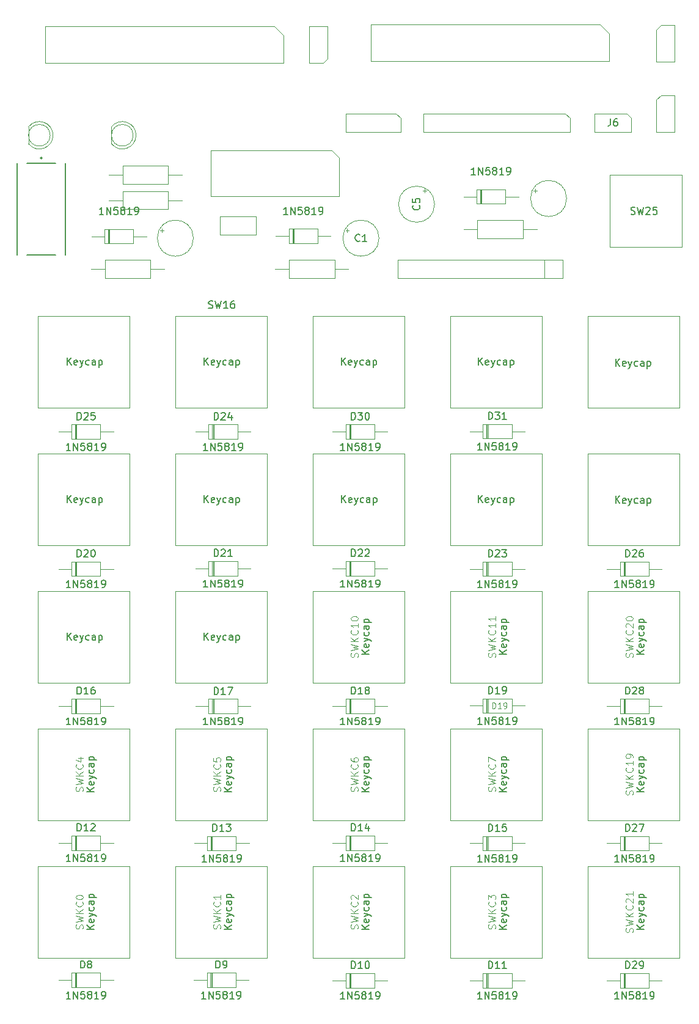
<source format=gbr>
%TF.GenerationSoftware,KiCad,Pcbnew,9.0.3-9.0.3-0~ubuntu24.04.1*%
%TF.CreationDate,2025-08-16T22:58:58+09:00*%
%TF.ProjectId,kp25tk,6b703235-746b-42e6-9b69-6361645f7063,0.0.8*%
%TF.SameCoordinates,Original*%
%TF.FileFunction,AssemblyDrawing,Top*%
%FSLAX46Y46*%
G04 Gerber Fmt 4.6, Leading zero omitted, Abs format (unit mm)*
G04 Created by KiCad (PCBNEW 9.0.3-9.0.3-0~ubuntu24.04.1) date 2025-08-16 22:58:58*
%MOMM*%
%LPD*%
G01*
G04 APERTURE LIST*
%ADD10C,0.150000*%
%ADD11C,0.100000*%
%ADD12C,0.120000*%
%ADD13C,0.127000*%
%ADD14C,0.200000*%
G04 APERTURE END LIST*
D10*
X74760714Y-121834819D02*
X74760714Y-120834819D01*
X74760714Y-120834819D02*
X74998809Y-120834819D01*
X74998809Y-120834819D02*
X75141666Y-120882438D01*
X75141666Y-120882438D02*
X75236904Y-120977676D01*
X75236904Y-120977676D02*
X75284523Y-121072914D01*
X75284523Y-121072914D02*
X75332142Y-121263390D01*
X75332142Y-121263390D02*
X75332142Y-121406247D01*
X75332142Y-121406247D02*
X75284523Y-121596723D01*
X75284523Y-121596723D02*
X75236904Y-121691961D01*
X75236904Y-121691961D02*
X75141666Y-121787200D01*
X75141666Y-121787200D02*
X74998809Y-121834819D01*
X74998809Y-121834819D02*
X74760714Y-121834819D01*
X75713095Y-120930057D02*
X75760714Y-120882438D01*
X75760714Y-120882438D02*
X75855952Y-120834819D01*
X75855952Y-120834819D02*
X76094047Y-120834819D01*
X76094047Y-120834819D02*
X76189285Y-120882438D01*
X76189285Y-120882438D02*
X76236904Y-120930057D01*
X76236904Y-120930057D02*
X76284523Y-121025295D01*
X76284523Y-121025295D02*
X76284523Y-121120533D01*
X76284523Y-121120533D02*
X76236904Y-121263390D01*
X76236904Y-121263390D02*
X75665476Y-121834819D01*
X75665476Y-121834819D02*
X76284523Y-121834819D01*
X77236904Y-121834819D02*
X76665476Y-121834819D01*
X76951190Y-121834819D02*
X76951190Y-120834819D01*
X76951190Y-120834819D02*
X76855952Y-120977676D01*
X76855952Y-120977676D02*
X76760714Y-121072914D01*
X76760714Y-121072914D02*
X76665476Y-121120533D01*
X73832142Y-126074819D02*
X73260714Y-126074819D01*
X73546428Y-126074819D02*
X73546428Y-125074819D01*
X73546428Y-125074819D02*
X73451190Y-125217676D01*
X73451190Y-125217676D02*
X73355952Y-125312914D01*
X73355952Y-125312914D02*
X73260714Y-125360533D01*
X74260714Y-126074819D02*
X74260714Y-125074819D01*
X74260714Y-125074819D02*
X74832142Y-126074819D01*
X74832142Y-126074819D02*
X74832142Y-125074819D01*
X75784523Y-125074819D02*
X75308333Y-125074819D01*
X75308333Y-125074819D02*
X75260714Y-125551009D01*
X75260714Y-125551009D02*
X75308333Y-125503390D01*
X75308333Y-125503390D02*
X75403571Y-125455771D01*
X75403571Y-125455771D02*
X75641666Y-125455771D01*
X75641666Y-125455771D02*
X75736904Y-125503390D01*
X75736904Y-125503390D02*
X75784523Y-125551009D01*
X75784523Y-125551009D02*
X75832142Y-125646247D01*
X75832142Y-125646247D02*
X75832142Y-125884342D01*
X75832142Y-125884342D02*
X75784523Y-125979580D01*
X75784523Y-125979580D02*
X75736904Y-126027200D01*
X75736904Y-126027200D02*
X75641666Y-126074819D01*
X75641666Y-126074819D02*
X75403571Y-126074819D01*
X75403571Y-126074819D02*
X75308333Y-126027200D01*
X75308333Y-126027200D02*
X75260714Y-125979580D01*
X76403571Y-125503390D02*
X76308333Y-125455771D01*
X76308333Y-125455771D02*
X76260714Y-125408152D01*
X76260714Y-125408152D02*
X76213095Y-125312914D01*
X76213095Y-125312914D02*
X76213095Y-125265295D01*
X76213095Y-125265295D02*
X76260714Y-125170057D01*
X76260714Y-125170057D02*
X76308333Y-125122438D01*
X76308333Y-125122438D02*
X76403571Y-125074819D01*
X76403571Y-125074819D02*
X76594047Y-125074819D01*
X76594047Y-125074819D02*
X76689285Y-125122438D01*
X76689285Y-125122438D02*
X76736904Y-125170057D01*
X76736904Y-125170057D02*
X76784523Y-125265295D01*
X76784523Y-125265295D02*
X76784523Y-125312914D01*
X76784523Y-125312914D02*
X76736904Y-125408152D01*
X76736904Y-125408152D02*
X76689285Y-125455771D01*
X76689285Y-125455771D02*
X76594047Y-125503390D01*
X76594047Y-125503390D02*
X76403571Y-125503390D01*
X76403571Y-125503390D02*
X76308333Y-125551009D01*
X76308333Y-125551009D02*
X76260714Y-125598628D01*
X76260714Y-125598628D02*
X76213095Y-125693866D01*
X76213095Y-125693866D02*
X76213095Y-125884342D01*
X76213095Y-125884342D02*
X76260714Y-125979580D01*
X76260714Y-125979580D02*
X76308333Y-126027200D01*
X76308333Y-126027200D02*
X76403571Y-126074819D01*
X76403571Y-126074819D02*
X76594047Y-126074819D01*
X76594047Y-126074819D02*
X76689285Y-126027200D01*
X76689285Y-126027200D02*
X76736904Y-125979580D01*
X76736904Y-125979580D02*
X76784523Y-125884342D01*
X76784523Y-125884342D02*
X76784523Y-125693866D01*
X76784523Y-125693866D02*
X76736904Y-125598628D01*
X76736904Y-125598628D02*
X76689285Y-125551009D01*
X76689285Y-125551009D02*
X76594047Y-125503390D01*
X77736904Y-126074819D02*
X77165476Y-126074819D01*
X77451190Y-126074819D02*
X77451190Y-125074819D01*
X77451190Y-125074819D02*
X77355952Y-125217676D01*
X77355952Y-125217676D02*
X77260714Y-125312914D01*
X77260714Y-125312914D02*
X77165476Y-125360533D01*
X78213095Y-126074819D02*
X78403571Y-126074819D01*
X78403571Y-126074819D02*
X78498809Y-126027200D01*
X78498809Y-126027200D02*
X78546428Y-125979580D01*
X78546428Y-125979580D02*
X78641666Y-125836723D01*
X78641666Y-125836723D02*
X78689285Y-125646247D01*
X78689285Y-125646247D02*
X78689285Y-125265295D01*
X78689285Y-125265295D02*
X78641666Y-125170057D01*
X78641666Y-125170057D02*
X78594047Y-125122438D01*
X78594047Y-125122438D02*
X78498809Y-125074819D01*
X78498809Y-125074819D02*
X78308333Y-125074819D01*
X78308333Y-125074819D02*
X78213095Y-125122438D01*
X78213095Y-125122438D02*
X78165476Y-125170057D01*
X78165476Y-125170057D02*
X78117857Y-125265295D01*
X78117857Y-125265295D02*
X78117857Y-125503390D01*
X78117857Y-125503390D02*
X78165476Y-125598628D01*
X78165476Y-125598628D02*
X78213095Y-125646247D01*
X78213095Y-125646247D02*
X78308333Y-125693866D01*
X78308333Y-125693866D02*
X78498809Y-125693866D01*
X78498809Y-125693866D02*
X78594047Y-125646247D01*
X78594047Y-125646247D02*
X78641666Y-125598628D01*
X78641666Y-125598628D02*
X78689285Y-125503390D01*
X111380238Y-114359819D02*
X111380238Y-113359819D01*
X111951666Y-114359819D02*
X111523095Y-113788390D01*
X111951666Y-113359819D02*
X111380238Y-113931247D01*
X112761190Y-114312200D02*
X112665952Y-114359819D01*
X112665952Y-114359819D02*
X112475476Y-114359819D01*
X112475476Y-114359819D02*
X112380238Y-114312200D01*
X112380238Y-114312200D02*
X112332619Y-114216961D01*
X112332619Y-114216961D02*
X112332619Y-113836009D01*
X112332619Y-113836009D02*
X112380238Y-113740771D01*
X112380238Y-113740771D02*
X112475476Y-113693152D01*
X112475476Y-113693152D02*
X112665952Y-113693152D01*
X112665952Y-113693152D02*
X112761190Y-113740771D01*
X112761190Y-113740771D02*
X112808809Y-113836009D01*
X112808809Y-113836009D02*
X112808809Y-113931247D01*
X112808809Y-113931247D02*
X112332619Y-114026485D01*
X113142143Y-113693152D02*
X113380238Y-114359819D01*
X113618333Y-113693152D02*
X113380238Y-114359819D01*
X113380238Y-114359819D02*
X113285000Y-114597914D01*
X113285000Y-114597914D02*
X113237381Y-114645533D01*
X113237381Y-114645533D02*
X113142143Y-114693152D01*
X114427857Y-114312200D02*
X114332619Y-114359819D01*
X114332619Y-114359819D02*
X114142143Y-114359819D01*
X114142143Y-114359819D02*
X114046905Y-114312200D01*
X114046905Y-114312200D02*
X113999286Y-114264580D01*
X113999286Y-114264580D02*
X113951667Y-114169342D01*
X113951667Y-114169342D02*
X113951667Y-113883628D01*
X113951667Y-113883628D02*
X113999286Y-113788390D01*
X113999286Y-113788390D02*
X114046905Y-113740771D01*
X114046905Y-113740771D02*
X114142143Y-113693152D01*
X114142143Y-113693152D02*
X114332619Y-113693152D01*
X114332619Y-113693152D02*
X114427857Y-113740771D01*
X115285000Y-114359819D02*
X115285000Y-113836009D01*
X115285000Y-113836009D02*
X115237381Y-113740771D01*
X115237381Y-113740771D02*
X115142143Y-113693152D01*
X115142143Y-113693152D02*
X114951667Y-113693152D01*
X114951667Y-113693152D02*
X114856429Y-113740771D01*
X115285000Y-114312200D02*
X115189762Y-114359819D01*
X115189762Y-114359819D02*
X114951667Y-114359819D01*
X114951667Y-114359819D02*
X114856429Y-114312200D01*
X114856429Y-114312200D02*
X114808810Y-114216961D01*
X114808810Y-114216961D02*
X114808810Y-114121723D01*
X114808810Y-114121723D02*
X114856429Y-114026485D01*
X114856429Y-114026485D02*
X114951667Y-113978866D01*
X114951667Y-113978866D02*
X115189762Y-113978866D01*
X115189762Y-113978866D02*
X115285000Y-113931247D01*
X115761191Y-113693152D02*
X115761191Y-114693152D01*
X115761191Y-113740771D02*
X115856429Y-113693152D01*
X115856429Y-113693152D02*
X116046905Y-113693152D01*
X116046905Y-113693152D02*
X116142143Y-113740771D01*
X116142143Y-113740771D02*
X116189762Y-113788390D01*
X116189762Y-113788390D02*
X116237381Y-113883628D01*
X116237381Y-113883628D02*
X116237381Y-114169342D01*
X116237381Y-114169342D02*
X116189762Y-114264580D01*
X116189762Y-114264580D02*
X116142143Y-114312200D01*
X116142143Y-114312200D02*
X116046905Y-114359819D01*
X116046905Y-114359819D02*
X115856429Y-114359819D01*
X115856429Y-114359819D02*
X115761191Y-114312200D01*
D11*
X132734800Y-154814523D02*
X132782419Y-154671666D01*
X132782419Y-154671666D02*
X132782419Y-154433571D01*
X132782419Y-154433571D02*
X132734800Y-154338333D01*
X132734800Y-154338333D02*
X132687180Y-154290714D01*
X132687180Y-154290714D02*
X132591942Y-154243095D01*
X132591942Y-154243095D02*
X132496704Y-154243095D01*
X132496704Y-154243095D02*
X132401466Y-154290714D01*
X132401466Y-154290714D02*
X132353847Y-154338333D01*
X132353847Y-154338333D02*
X132306228Y-154433571D01*
X132306228Y-154433571D02*
X132258609Y-154624047D01*
X132258609Y-154624047D02*
X132210990Y-154719285D01*
X132210990Y-154719285D02*
X132163371Y-154766904D01*
X132163371Y-154766904D02*
X132068133Y-154814523D01*
X132068133Y-154814523D02*
X131972895Y-154814523D01*
X131972895Y-154814523D02*
X131877657Y-154766904D01*
X131877657Y-154766904D02*
X131830038Y-154719285D01*
X131830038Y-154719285D02*
X131782419Y-154624047D01*
X131782419Y-154624047D02*
X131782419Y-154385952D01*
X131782419Y-154385952D02*
X131830038Y-154243095D01*
X131782419Y-153909761D02*
X132782419Y-153671666D01*
X132782419Y-153671666D02*
X132068133Y-153481190D01*
X132068133Y-153481190D02*
X132782419Y-153290714D01*
X132782419Y-153290714D02*
X131782419Y-153052619D01*
X132782419Y-152671666D02*
X131782419Y-152671666D01*
X132782419Y-152100238D02*
X132210990Y-152528809D01*
X131782419Y-152100238D02*
X132353847Y-152671666D01*
X132687180Y-151100238D02*
X132734800Y-151147857D01*
X132734800Y-151147857D02*
X132782419Y-151290714D01*
X132782419Y-151290714D02*
X132782419Y-151385952D01*
X132782419Y-151385952D02*
X132734800Y-151528809D01*
X132734800Y-151528809D02*
X132639561Y-151624047D01*
X132639561Y-151624047D02*
X132544323Y-151671666D01*
X132544323Y-151671666D02*
X132353847Y-151719285D01*
X132353847Y-151719285D02*
X132210990Y-151719285D01*
X132210990Y-151719285D02*
X132020514Y-151671666D01*
X132020514Y-151671666D02*
X131925276Y-151624047D01*
X131925276Y-151624047D02*
X131830038Y-151528809D01*
X131830038Y-151528809D02*
X131782419Y-151385952D01*
X131782419Y-151385952D02*
X131782419Y-151290714D01*
X131782419Y-151290714D02*
X131830038Y-151147857D01*
X131830038Y-151147857D02*
X131877657Y-151100238D01*
X132782419Y-150147857D02*
X132782419Y-150719285D01*
X132782419Y-150433571D02*
X131782419Y-150433571D01*
X131782419Y-150433571D02*
X131925276Y-150528809D01*
X131925276Y-150528809D02*
X132020514Y-150624047D01*
X132020514Y-150624047D02*
X132068133Y-150719285D01*
X132782419Y-149671666D02*
X132782419Y-149481190D01*
X132782419Y-149481190D02*
X132734800Y-149385952D01*
X132734800Y-149385952D02*
X132687180Y-149338333D01*
X132687180Y-149338333D02*
X132544323Y-149243095D01*
X132544323Y-149243095D02*
X132353847Y-149195476D01*
X132353847Y-149195476D02*
X131972895Y-149195476D01*
X131972895Y-149195476D02*
X131877657Y-149243095D01*
X131877657Y-149243095D02*
X131830038Y-149290714D01*
X131830038Y-149290714D02*
X131782419Y-149385952D01*
X131782419Y-149385952D02*
X131782419Y-149576428D01*
X131782419Y-149576428D02*
X131830038Y-149671666D01*
X131830038Y-149671666D02*
X131877657Y-149719285D01*
X131877657Y-149719285D02*
X131972895Y-149766904D01*
X131972895Y-149766904D02*
X132210990Y-149766904D01*
X132210990Y-149766904D02*
X132306228Y-149719285D01*
X132306228Y-149719285D02*
X132353847Y-149671666D01*
X132353847Y-149671666D02*
X132401466Y-149576428D01*
X132401466Y-149576428D02*
X132401466Y-149385952D01*
X132401466Y-149385952D02*
X132353847Y-149290714D01*
X132353847Y-149290714D02*
X132306228Y-149243095D01*
X132306228Y-149243095D02*
X132210990Y-149195476D01*
D10*
X134279819Y-154409761D02*
X133279819Y-154409761D01*
X134279819Y-153838333D02*
X133708390Y-154266904D01*
X133279819Y-153838333D02*
X133851247Y-154409761D01*
X134232200Y-153028809D02*
X134279819Y-153124047D01*
X134279819Y-153124047D02*
X134279819Y-153314523D01*
X134279819Y-153314523D02*
X134232200Y-153409761D01*
X134232200Y-153409761D02*
X134136961Y-153457380D01*
X134136961Y-153457380D02*
X133756009Y-153457380D01*
X133756009Y-153457380D02*
X133660771Y-153409761D01*
X133660771Y-153409761D02*
X133613152Y-153314523D01*
X133613152Y-153314523D02*
X133613152Y-153124047D01*
X133613152Y-153124047D02*
X133660771Y-153028809D01*
X133660771Y-153028809D02*
X133756009Y-152981190D01*
X133756009Y-152981190D02*
X133851247Y-152981190D01*
X133851247Y-152981190D02*
X133946485Y-153457380D01*
X133613152Y-152647856D02*
X134279819Y-152409761D01*
X133613152Y-152171666D02*
X134279819Y-152409761D01*
X134279819Y-152409761D02*
X134517914Y-152504999D01*
X134517914Y-152504999D02*
X134565533Y-152552618D01*
X134565533Y-152552618D02*
X134613152Y-152647856D01*
X134232200Y-151362142D02*
X134279819Y-151457380D01*
X134279819Y-151457380D02*
X134279819Y-151647856D01*
X134279819Y-151647856D02*
X134232200Y-151743094D01*
X134232200Y-151743094D02*
X134184580Y-151790713D01*
X134184580Y-151790713D02*
X134089342Y-151838332D01*
X134089342Y-151838332D02*
X133803628Y-151838332D01*
X133803628Y-151838332D02*
X133708390Y-151790713D01*
X133708390Y-151790713D02*
X133660771Y-151743094D01*
X133660771Y-151743094D02*
X133613152Y-151647856D01*
X133613152Y-151647856D02*
X133613152Y-151457380D01*
X133613152Y-151457380D02*
X133660771Y-151362142D01*
X134279819Y-150504999D02*
X133756009Y-150504999D01*
X133756009Y-150504999D02*
X133660771Y-150552618D01*
X133660771Y-150552618D02*
X133613152Y-150647856D01*
X133613152Y-150647856D02*
X133613152Y-150838332D01*
X133613152Y-150838332D02*
X133660771Y-150933570D01*
X134232200Y-150504999D02*
X134279819Y-150600237D01*
X134279819Y-150600237D02*
X134279819Y-150838332D01*
X134279819Y-150838332D02*
X134232200Y-150933570D01*
X134232200Y-150933570D02*
X134136961Y-150981189D01*
X134136961Y-150981189D02*
X134041723Y-150981189D01*
X134041723Y-150981189D02*
X133946485Y-150933570D01*
X133946485Y-150933570D02*
X133898866Y-150838332D01*
X133898866Y-150838332D02*
X133898866Y-150600237D01*
X133898866Y-150600237D02*
X133851247Y-150504999D01*
X133613152Y-150028808D02*
X134613152Y-150028808D01*
X133660771Y-150028808D02*
X133613152Y-149933570D01*
X133613152Y-149933570D02*
X133613152Y-149743094D01*
X133613152Y-149743094D02*
X133660771Y-149647856D01*
X133660771Y-149647856D02*
X133708390Y-149600237D01*
X133708390Y-149600237D02*
X133803628Y-149552618D01*
X133803628Y-149552618D02*
X134089342Y-149552618D01*
X134089342Y-149552618D02*
X134184580Y-149600237D01*
X134184580Y-149600237D02*
X134232200Y-149647856D01*
X134232200Y-149647856D02*
X134279819Y-149743094D01*
X134279819Y-149743094D02*
X134279819Y-149933570D01*
X134279819Y-149933570D02*
X134232200Y-150028808D01*
X73380238Y-133409819D02*
X73380238Y-132409819D01*
X73951666Y-133409819D02*
X73523095Y-132838390D01*
X73951666Y-132409819D02*
X73380238Y-132981247D01*
X74761190Y-133362200D02*
X74665952Y-133409819D01*
X74665952Y-133409819D02*
X74475476Y-133409819D01*
X74475476Y-133409819D02*
X74380238Y-133362200D01*
X74380238Y-133362200D02*
X74332619Y-133266961D01*
X74332619Y-133266961D02*
X74332619Y-132886009D01*
X74332619Y-132886009D02*
X74380238Y-132790771D01*
X74380238Y-132790771D02*
X74475476Y-132743152D01*
X74475476Y-132743152D02*
X74665952Y-132743152D01*
X74665952Y-132743152D02*
X74761190Y-132790771D01*
X74761190Y-132790771D02*
X74808809Y-132886009D01*
X74808809Y-132886009D02*
X74808809Y-132981247D01*
X74808809Y-132981247D02*
X74332619Y-133076485D01*
X75142143Y-132743152D02*
X75380238Y-133409819D01*
X75618333Y-132743152D02*
X75380238Y-133409819D01*
X75380238Y-133409819D02*
X75285000Y-133647914D01*
X75285000Y-133647914D02*
X75237381Y-133695533D01*
X75237381Y-133695533D02*
X75142143Y-133743152D01*
X76427857Y-133362200D02*
X76332619Y-133409819D01*
X76332619Y-133409819D02*
X76142143Y-133409819D01*
X76142143Y-133409819D02*
X76046905Y-133362200D01*
X76046905Y-133362200D02*
X75999286Y-133314580D01*
X75999286Y-133314580D02*
X75951667Y-133219342D01*
X75951667Y-133219342D02*
X75951667Y-132933628D01*
X75951667Y-132933628D02*
X75999286Y-132838390D01*
X75999286Y-132838390D02*
X76046905Y-132790771D01*
X76046905Y-132790771D02*
X76142143Y-132743152D01*
X76142143Y-132743152D02*
X76332619Y-132743152D01*
X76332619Y-132743152D02*
X76427857Y-132790771D01*
X77285000Y-133409819D02*
X77285000Y-132886009D01*
X77285000Y-132886009D02*
X77237381Y-132790771D01*
X77237381Y-132790771D02*
X77142143Y-132743152D01*
X77142143Y-132743152D02*
X76951667Y-132743152D01*
X76951667Y-132743152D02*
X76856429Y-132790771D01*
X77285000Y-133362200D02*
X77189762Y-133409819D01*
X77189762Y-133409819D02*
X76951667Y-133409819D01*
X76951667Y-133409819D02*
X76856429Y-133362200D01*
X76856429Y-133362200D02*
X76808810Y-133266961D01*
X76808810Y-133266961D02*
X76808810Y-133171723D01*
X76808810Y-133171723D02*
X76856429Y-133076485D01*
X76856429Y-133076485D02*
X76951667Y-133028866D01*
X76951667Y-133028866D02*
X77189762Y-133028866D01*
X77189762Y-133028866D02*
X77285000Y-132981247D01*
X77761191Y-132743152D02*
X77761191Y-133743152D01*
X77761191Y-132790771D02*
X77856429Y-132743152D01*
X77856429Y-132743152D02*
X78046905Y-132743152D01*
X78046905Y-132743152D02*
X78142143Y-132790771D01*
X78142143Y-132790771D02*
X78189762Y-132838390D01*
X78189762Y-132838390D02*
X78237381Y-132933628D01*
X78237381Y-132933628D02*
X78237381Y-133219342D01*
X78237381Y-133219342D02*
X78189762Y-133314580D01*
X78189762Y-133314580D02*
X78142143Y-133362200D01*
X78142143Y-133362200D02*
X78046905Y-133409819D01*
X78046905Y-133409819D02*
X77856429Y-133409819D01*
X77856429Y-133409819D02*
X77761191Y-133362200D01*
X112760714Y-140834819D02*
X112760714Y-139834819D01*
X112760714Y-139834819D02*
X112998809Y-139834819D01*
X112998809Y-139834819D02*
X113141666Y-139882438D01*
X113141666Y-139882438D02*
X113236904Y-139977676D01*
X113236904Y-139977676D02*
X113284523Y-140072914D01*
X113284523Y-140072914D02*
X113332142Y-140263390D01*
X113332142Y-140263390D02*
X113332142Y-140406247D01*
X113332142Y-140406247D02*
X113284523Y-140596723D01*
X113284523Y-140596723D02*
X113236904Y-140691961D01*
X113236904Y-140691961D02*
X113141666Y-140787200D01*
X113141666Y-140787200D02*
X112998809Y-140834819D01*
X112998809Y-140834819D02*
X112760714Y-140834819D01*
X114284523Y-140834819D02*
X113713095Y-140834819D01*
X113998809Y-140834819D02*
X113998809Y-139834819D01*
X113998809Y-139834819D02*
X113903571Y-139977676D01*
X113903571Y-139977676D02*
X113808333Y-140072914D01*
X113808333Y-140072914D02*
X113713095Y-140120533D01*
X114760714Y-140834819D02*
X114951190Y-140834819D01*
X114951190Y-140834819D02*
X115046428Y-140787200D01*
X115046428Y-140787200D02*
X115094047Y-140739580D01*
X115094047Y-140739580D02*
X115189285Y-140596723D01*
X115189285Y-140596723D02*
X115236904Y-140406247D01*
X115236904Y-140406247D02*
X115236904Y-140025295D01*
X115236904Y-140025295D02*
X115189285Y-139930057D01*
X115189285Y-139930057D02*
X115141666Y-139882438D01*
X115141666Y-139882438D02*
X115046428Y-139834819D01*
X115046428Y-139834819D02*
X114855952Y-139834819D01*
X114855952Y-139834819D02*
X114760714Y-139882438D01*
X114760714Y-139882438D02*
X114713095Y-139930057D01*
X114713095Y-139930057D02*
X114665476Y-140025295D01*
X114665476Y-140025295D02*
X114665476Y-140263390D01*
X114665476Y-140263390D02*
X114713095Y-140358628D01*
X114713095Y-140358628D02*
X114760714Y-140406247D01*
X114760714Y-140406247D02*
X114855952Y-140453866D01*
X114855952Y-140453866D02*
X115046428Y-140453866D01*
X115046428Y-140453866D02*
X115141666Y-140406247D01*
X115141666Y-140406247D02*
X115189285Y-140358628D01*
X115189285Y-140358628D02*
X115236904Y-140263390D01*
X111832142Y-145074819D02*
X111260714Y-145074819D01*
X111546428Y-145074819D02*
X111546428Y-144074819D01*
X111546428Y-144074819D02*
X111451190Y-144217676D01*
X111451190Y-144217676D02*
X111355952Y-144312914D01*
X111355952Y-144312914D02*
X111260714Y-144360533D01*
X112260714Y-145074819D02*
X112260714Y-144074819D01*
X112260714Y-144074819D02*
X112832142Y-145074819D01*
X112832142Y-145074819D02*
X112832142Y-144074819D01*
X113784523Y-144074819D02*
X113308333Y-144074819D01*
X113308333Y-144074819D02*
X113260714Y-144551009D01*
X113260714Y-144551009D02*
X113308333Y-144503390D01*
X113308333Y-144503390D02*
X113403571Y-144455771D01*
X113403571Y-144455771D02*
X113641666Y-144455771D01*
X113641666Y-144455771D02*
X113736904Y-144503390D01*
X113736904Y-144503390D02*
X113784523Y-144551009D01*
X113784523Y-144551009D02*
X113832142Y-144646247D01*
X113832142Y-144646247D02*
X113832142Y-144884342D01*
X113832142Y-144884342D02*
X113784523Y-144979580D01*
X113784523Y-144979580D02*
X113736904Y-145027200D01*
X113736904Y-145027200D02*
X113641666Y-145074819D01*
X113641666Y-145074819D02*
X113403571Y-145074819D01*
X113403571Y-145074819D02*
X113308333Y-145027200D01*
X113308333Y-145027200D02*
X113260714Y-144979580D01*
X114403571Y-144503390D02*
X114308333Y-144455771D01*
X114308333Y-144455771D02*
X114260714Y-144408152D01*
X114260714Y-144408152D02*
X114213095Y-144312914D01*
X114213095Y-144312914D02*
X114213095Y-144265295D01*
X114213095Y-144265295D02*
X114260714Y-144170057D01*
X114260714Y-144170057D02*
X114308333Y-144122438D01*
X114308333Y-144122438D02*
X114403571Y-144074819D01*
X114403571Y-144074819D02*
X114594047Y-144074819D01*
X114594047Y-144074819D02*
X114689285Y-144122438D01*
X114689285Y-144122438D02*
X114736904Y-144170057D01*
X114736904Y-144170057D02*
X114784523Y-144265295D01*
X114784523Y-144265295D02*
X114784523Y-144312914D01*
X114784523Y-144312914D02*
X114736904Y-144408152D01*
X114736904Y-144408152D02*
X114689285Y-144455771D01*
X114689285Y-144455771D02*
X114594047Y-144503390D01*
X114594047Y-144503390D02*
X114403571Y-144503390D01*
X114403571Y-144503390D02*
X114308333Y-144551009D01*
X114308333Y-144551009D02*
X114260714Y-144598628D01*
X114260714Y-144598628D02*
X114213095Y-144693866D01*
X114213095Y-144693866D02*
X114213095Y-144884342D01*
X114213095Y-144884342D02*
X114260714Y-144979580D01*
X114260714Y-144979580D02*
X114308333Y-145027200D01*
X114308333Y-145027200D02*
X114403571Y-145074819D01*
X114403571Y-145074819D02*
X114594047Y-145074819D01*
X114594047Y-145074819D02*
X114689285Y-145027200D01*
X114689285Y-145027200D02*
X114736904Y-144979580D01*
X114736904Y-144979580D02*
X114784523Y-144884342D01*
X114784523Y-144884342D02*
X114784523Y-144693866D01*
X114784523Y-144693866D02*
X114736904Y-144598628D01*
X114736904Y-144598628D02*
X114689285Y-144551009D01*
X114689285Y-144551009D02*
X114594047Y-144503390D01*
X115736904Y-145074819D02*
X115165476Y-145074819D01*
X115451190Y-145074819D02*
X115451190Y-144074819D01*
X115451190Y-144074819D02*
X115355952Y-144217676D01*
X115355952Y-144217676D02*
X115260714Y-144312914D01*
X115260714Y-144312914D02*
X115165476Y-144360533D01*
X116213095Y-145074819D02*
X116403571Y-145074819D01*
X116403571Y-145074819D02*
X116498809Y-145027200D01*
X116498809Y-145027200D02*
X116546428Y-144979580D01*
X116546428Y-144979580D02*
X116641666Y-144836723D01*
X116641666Y-144836723D02*
X116689285Y-144646247D01*
X116689285Y-144646247D02*
X116689285Y-144265295D01*
X116689285Y-144265295D02*
X116641666Y-144170057D01*
X116641666Y-144170057D02*
X116594047Y-144122438D01*
X116594047Y-144122438D02*
X116498809Y-144074819D01*
X116498809Y-144074819D02*
X116308333Y-144074819D01*
X116308333Y-144074819D02*
X116213095Y-144122438D01*
X116213095Y-144122438D02*
X116165476Y-144170057D01*
X116165476Y-144170057D02*
X116117857Y-144265295D01*
X116117857Y-144265295D02*
X116117857Y-144503390D01*
X116117857Y-144503390D02*
X116165476Y-144598628D01*
X116165476Y-144598628D02*
X116213095Y-144646247D01*
X116213095Y-144646247D02*
X116308333Y-144693866D01*
X116308333Y-144693866D02*
X116498809Y-144693866D01*
X116498809Y-144693866D02*
X116594047Y-144646247D01*
X116594047Y-144646247D02*
X116641666Y-144598628D01*
X116641666Y-144598628D02*
X116689285Y-144503390D01*
D12*
X113303571Y-142863855D02*
X113303571Y-142063855D01*
X113303571Y-142063855D02*
X113494047Y-142063855D01*
X113494047Y-142063855D02*
X113608333Y-142101950D01*
X113608333Y-142101950D02*
X113684523Y-142178140D01*
X113684523Y-142178140D02*
X113722618Y-142254331D01*
X113722618Y-142254331D02*
X113760714Y-142406712D01*
X113760714Y-142406712D02*
X113760714Y-142520998D01*
X113760714Y-142520998D02*
X113722618Y-142673379D01*
X113722618Y-142673379D02*
X113684523Y-142749569D01*
X113684523Y-142749569D02*
X113608333Y-142825760D01*
X113608333Y-142825760D02*
X113494047Y-142863855D01*
X113494047Y-142863855D02*
X113303571Y-142863855D01*
X114522618Y-142863855D02*
X114065475Y-142863855D01*
X114294047Y-142863855D02*
X114294047Y-142063855D01*
X114294047Y-142063855D02*
X114217856Y-142178140D01*
X114217856Y-142178140D02*
X114141666Y-142254331D01*
X114141666Y-142254331D02*
X114065475Y-142292426D01*
X114903571Y-142863855D02*
X115055952Y-142863855D01*
X115055952Y-142863855D02*
X115132142Y-142825760D01*
X115132142Y-142825760D02*
X115170238Y-142787664D01*
X115170238Y-142787664D02*
X115246428Y-142673379D01*
X115246428Y-142673379D02*
X115284523Y-142520998D01*
X115284523Y-142520998D02*
X115284523Y-142216236D01*
X115284523Y-142216236D02*
X115246428Y-142140045D01*
X115246428Y-142140045D02*
X115208333Y-142101950D01*
X115208333Y-142101950D02*
X115132142Y-142063855D01*
X115132142Y-142063855D02*
X114979761Y-142063855D01*
X114979761Y-142063855D02*
X114903571Y-142101950D01*
X114903571Y-142101950D02*
X114865476Y-142140045D01*
X114865476Y-142140045D02*
X114827380Y-142216236D01*
X114827380Y-142216236D02*
X114827380Y-142406712D01*
X114827380Y-142406712D02*
X114865476Y-142482902D01*
X114865476Y-142482902D02*
X114903571Y-142520998D01*
X114903571Y-142520998D02*
X114979761Y-142559093D01*
X114979761Y-142559093D02*
X115132142Y-142559093D01*
X115132142Y-142559093D02*
X115208333Y-142520998D01*
X115208333Y-142520998D02*
X115246428Y-142482902D01*
X115246428Y-142482902D02*
X115284523Y-142406712D01*
D10*
X110952142Y-68954819D02*
X110380714Y-68954819D01*
X110666428Y-68954819D02*
X110666428Y-67954819D01*
X110666428Y-67954819D02*
X110571190Y-68097676D01*
X110571190Y-68097676D02*
X110475952Y-68192914D01*
X110475952Y-68192914D02*
X110380714Y-68240533D01*
X111380714Y-68954819D02*
X111380714Y-67954819D01*
X111380714Y-67954819D02*
X111952142Y-68954819D01*
X111952142Y-68954819D02*
X111952142Y-67954819D01*
X112904523Y-67954819D02*
X112428333Y-67954819D01*
X112428333Y-67954819D02*
X112380714Y-68431009D01*
X112380714Y-68431009D02*
X112428333Y-68383390D01*
X112428333Y-68383390D02*
X112523571Y-68335771D01*
X112523571Y-68335771D02*
X112761666Y-68335771D01*
X112761666Y-68335771D02*
X112856904Y-68383390D01*
X112856904Y-68383390D02*
X112904523Y-68431009D01*
X112904523Y-68431009D02*
X112952142Y-68526247D01*
X112952142Y-68526247D02*
X112952142Y-68764342D01*
X112952142Y-68764342D02*
X112904523Y-68859580D01*
X112904523Y-68859580D02*
X112856904Y-68907200D01*
X112856904Y-68907200D02*
X112761666Y-68954819D01*
X112761666Y-68954819D02*
X112523571Y-68954819D01*
X112523571Y-68954819D02*
X112428333Y-68907200D01*
X112428333Y-68907200D02*
X112380714Y-68859580D01*
X113523571Y-68383390D02*
X113428333Y-68335771D01*
X113428333Y-68335771D02*
X113380714Y-68288152D01*
X113380714Y-68288152D02*
X113333095Y-68192914D01*
X113333095Y-68192914D02*
X113333095Y-68145295D01*
X113333095Y-68145295D02*
X113380714Y-68050057D01*
X113380714Y-68050057D02*
X113428333Y-68002438D01*
X113428333Y-68002438D02*
X113523571Y-67954819D01*
X113523571Y-67954819D02*
X113714047Y-67954819D01*
X113714047Y-67954819D02*
X113809285Y-68002438D01*
X113809285Y-68002438D02*
X113856904Y-68050057D01*
X113856904Y-68050057D02*
X113904523Y-68145295D01*
X113904523Y-68145295D02*
X113904523Y-68192914D01*
X113904523Y-68192914D02*
X113856904Y-68288152D01*
X113856904Y-68288152D02*
X113809285Y-68335771D01*
X113809285Y-68335771D02*
X113714047Y-68383390D01*
X113714047Y-68383390D02*
X113523571Y-68383390D01*
X113523571Y-68383390D02*
X113428333Y-68431009D01*
X113428333Y-68431009D02*
X113380714Y-68478628D01*
X113380714Y-68478628D02*
X113333095Y-68573866D01*
X113333095Y-68573866D02*
X113333095Y-68764342D01*
X113333095Y-68764342D02*
X113380714Y-68859580D01*
X113380714Y-68859580D02*
X113428333Y-68907200D01*
X113428333Y-68907200D02*
X113523571Y-68954819D01*
X113523571Y-68954819D02*
X113714047Y-68954819D01*
X113714047Y-68954819D02*
X113809285Y-68907200D01*
X113809285Y-68907200D02*
X113856904Y-68859580D01*
X113856904Y-68859580D02*
X113904523Y-68764342D01*
X113904523Y-68764342D02*
X113904523Y-68573866D01*
X113904523Y-68573866D02*
X113856904Y-68478628D01*
X113856904Y-68478628D02*
X113809285Y-68431009D01*
X113809285Y-68431009D02*
X113714047Y-68383390D01*
X114856904Y-68954819D02*
X114285476Y-68954819D01*
X114571190Y-68954819D02*
X114571190Y-67954819D01*
X114571190Y-67954819D02*
X114475952Y-68097676D01*
X114475952Y-68097676D02*
X114380714Y-68192914D01*
X114380714Y-68192914D02*
X114285476Y-68240533D01*
X115333095Y-68954819D02*
X115523571Y-68954819D01*
X115523571Y-68954819D02*
X115618809Y-68907200D01*
X115618809Y-68907200D02*
X115666428Y-68859580D01*
X115666428Y-68859580D02*
X115761666Y-68716723D01*
X115761666Y-68716723D02*
X115809285Y-68526247D01*
X115809285Y-68526247D02*
X115809285Y-68145295D01*
X115809285Y-68145295D02*
X115761666Y-68050057D01*
X115761666Y-68050057D02*
X115714047Y-68002438D01*
X115714047Y-68002438D02*
X115618809Y-67954819D01*
X115618809Y-67954819D02*
X115428333Y-67954819D01*
X115428333Y-67954819D02*
X115333095Y-68002438D01*
X115333095Y-68002438D02*
X115285476Y-68050057D01*
X115285476Y-68050057D02*
X115237857Y-68145295D01*
X115237857Y-68145295D02*
X115237857Y-68383390D01*
X115237857Y-68383390D02*
X115285476Y-68478628D01*
X115285476Y-68478628D02*
X115333095Y-68526247D01*
X115333095Y-68526247D02*
X115428333Y-68573866D01*
X115428333Y-68573866D02*
X115618809Y-68573866D01*
X115618809Y-68573866D02*
X115714047Y-68526247D01*
X115714047Y-68526247D02*
X115761666Y-68478628D01*
X115761666Y-68478628D02*
X115809285Y-68383390D01*
X92380238Y-95309819D02*
X92380238Y-94309819D01*
X92951666Y-95309819D02*
X92523095Y-94738390D01*
X92951666Y-94309819D02*
X92380238Y-94881247D01*
X93761190Y-95262200D02*
X93665952Y-95309819D01*
X93665952Y-95309819D02*
X93475476Y-95309819D01*
X93475476Y-95309819D02*
X93380238Y-95262200D01*
X93380238Y-95262200D02*
X93332619Y-95166961D01*
X93332619Y-95166961D02*
X93332619Y-94786009D01*
X93332619Y-94786009D02*
X93380238Y-94690771D01*
X93380238Y-94690771D02*
X93475476Y-94643152D01*
X93475476Y-94643152D02*
X93665952Y-94643152D01*
X93665952Y-94643152D02*
X93761190Y-94690771D01*
X93761190Y-94690771D02*
X93808809Y-94786009D01*
X93808809Y-94786009D02*
X93808809Y-94881247D01*
X93808809Y-94881247D02*
X93332619Y-94976485D01*
X94142143Y-94643152D02*
X94380238Y-95309819D01*
X94618333Y-94643152D02*
X94380238Y-95309819D01*
X94380238Y-95309819D02*
X94285000Y-95547914D01*
X94285000Y-95547914D02*
X94237381Y-95595533D01*
X94237381Y-95595533D02*
X94142143Y-95643152D01*
X95427857Y-95262200D02*
X95332619Y-95309819D01*
X95332619Y-95309819D02*
X95142143Y-95309819D01*
X95142143Y-95309819D02*
X95046905Y-95262200D01*
X95046905Y-95262200D02*
X94999286Y-95214580D01*
X94999286Y-95214580D02*
X94951667Y-95119342D01*
X94951667Y-95119342D02*
X94951667Y-94833628D01*
X94951667Y-94833628D02*
X94999286Y-94738390D01*
X94999286Y-94738390D02*
X95046905Y-94690771D01*
X95046905Y-94690771D02*
X95142143Y-94643152D01*
X95142143Y-94643152D02*
X95332619Y-94643152D01*
X95332619Y-94643152D02*
X95427857Y-94690771D01*
X96285000Y-95309819D02*
X96285000Y-94786009D01*
X96285000Y-94786009D02*
X96237381Y-94690771D01*
X96237381Y-94690771D02*
X96142143Y-94643152D01*
X96142143Y-94643152D02*
X95951667Y-94643152D01*
X95951667Y-94643152D02*
X95856429Y-94690771D01*
X96285000Y-95262200D02*
X96189762Y-95309819D01*
X96189762Y-95309819D02*
X95951667Y-95309819D01*
X95951667Y-95309819D02*
X95856429Y-95262200D01*
X95856429Y-95262200D02*
X95808810Y-95166961D01*
X95808810Y-95166961D02*
X95808810Y-95071723D01*
X95808810Y-95071723D02*
X95856429Y-94976485D01*
X95856429Y-94976485D02*
X95951667Y-94928866D01*
X95951667Y-94928866D02*
X96189762Y-94928866D01*
X96189762Y-94928866D02*
X96285000Y-94881247D01*
X96761191Y-94643152D02*
X96761191Y-95643152D01*
X96761191Y-94690771D02*
X96856429Y-94643152D01*
X96856429Y-94643152D02*
X97046905Y-94643152D01*
X97046905Y-94643152D02*
X97142143Y-94690771D01*
X97142143Y-94690771D02*
X97189762Y-94738390D01*
X97189762Y-94738390D02*
X97237381Y-94833628D01*
X97237381Y-94833628D02*
X97237381Y-95119342D01*
X97237381Y-95119342D02*
X97189762Y-95214580D01*
X97189762Y-95214580D02*
X97142143Y-95262200D01*
X97142143Y-95262200D02*
X97046905Y-95309819D01*
X97046905Y-95309819D02*
X96856429Y-95309819D01*
X96856429Y-95309819D02*
X96761191Y-95262200D01*
X93760714Y-178889819D02*
X93760714Y-177889819D01*
X93760714Y-177889819D02*
X93998809Y-177889819D01*
X93998809Y-177889819D02*
X94141666Y-177937438D01*
X94141666Y-177937438D02*
X94236904Y-178032676D01*
X94236904Y-178032676D02*
X94284523Y-178127914D01*
X94284523Y-178127914D02*
X94332142Y-178318390D01*
X94332142Y-178318390D02*
X94332142Y-178461247D01*
X94332142Y-178461247D02*
X94284523Y-178651723D01*
X94284523Y-178651723D02*
X94236904Y-178746961D01*
X94236904Y-178746961D02*
X94141666Y-178842200D01*
X94141666Y-178842200D02*
X93998809Y-178889819D01*
X93998809Y-178889819D02*
X93760714Y-178889819D01*
X95284523Y-178889819D02*
X94713095Y-178889819D01*
X94998809Y-178889819D02*
X94998809Y-177889819D01*
X94998809Y-177889819D02*
X94903571Y-178032676D01*
X94903571Y-178032676D02*
X94808333Y-178127914D01*
X94808333Y-178127914D02*
X94713095Y-178175533D01*
X95903571Y-177889819D02*
X95998809Y-177889819D01*
X95998809Y-177889819D02*
X96094047Y-177937438D01*
X96094047Y-177937438D02*
X96141666Y-177985057D01*
X96141666Y-177985057D02*
X96189285Y-178080295D01*
X96189285Y-178080295D02*
X96236904Y-178270771D01*
X96236904Y-178270771D02*
X96236904Y-178508866D01*
X96236904Y-178508866D02*
X96189285Y-178699342D01*
X96189285Y-178699342D02*
X96141666Y-178794580D01*
X96141666Y-178794580D02*
X96094047Y-178842200D01*
X96094047Y-178842200D02*
X95998809Y-178889819D01*
X95998809Y-178889819D02*
X95903571Y-178889819D01*
X95903571Y-178889819D02*
X95808333Y-178842200D01*
X95808333Y-178842200D02*
X95760714Y-178794580D01*
X95760714Y-178794580D02*
X95713095Y-178699342D01*
X95713095Y-178699342D02*
X95665476Y-178508866D01*
X95665476Y-178508866D02*
X95665476Y-178270771D01*
X95665476Y-178270771D02*
X95713095Y-178080295D01*
X95713095Y-178080295D02*
X95760714Y-177985057D01*
X95760714Y-177985057D02*
X95808333Y-177937438D01*
X95808333Y-177937438D02*
X95903571Y-177889819D01*
X92832142Y-183129819D02*
X92260714Y-183129819D01*
X92546428Y-183129819D02*
X92546428Y-182129819D01*
X92546428Y-182129819D02*
X92451190Y-182272676D01*
X92451190Y-182272676D02*
X92355952Y-182367914D01*
X92355952Y-182367914D02*
X92260714Y-182415533D01*
X93260714Y-183129819D02*
X93260714Y-182129819D01*
X93260714Y-182129819D02*
X93832142Y-183129819D01*
X93832142Y-183129819D02*
X93832142Y-182129819D01*
X94784523Y-182129819D02*
X94308333Y-182129819D01*
X94308333Y-182129819D02*
X94260714Y-182606009D01*
X94260714Y-182606009D02*
X94308333Y-182558390D01*
X94308333Y-182558390D02*
X94403571Y-182510771D01*
X94403571Y-182510771D02*
X94641666Y-182510771D01*
X94641666Y-182510771D02*
X94736904Y-182558390D01*
X94736904Y-182558390D02*
X94784523Y-182606009D01*
X94784523Y-182606009D02*
X94832142Y-182701247D01*
X94832142Y-182701247D02*
X94832142Y-182939342D01*
X94832142Y-182939342D02*
X94784523Y-183034580D01*
X94784523Y-183034580D02*
X94736904Y-183082200D01*
X94736904Y-183082200D02*
X94641666Y-183129819D01*
X94641666Y-183129819D02*
X94403571Y-183129819D01*
X94403571Y-183129819D02*
X94308333Y-183082200D01*
X94308333Y-183082200D02*
X94260714Y-183034580D01*
X95403571Y-182558390D02*
X95308333Y-182510771D01*
X95308333Y-182510771D02*
X95260714Y-182463152D01*
X95260714Y-182463152D02*
X95213095Y-182367914D01*
X95213095Y-182367914D02*
X95213095Y-182320295D01*
X95213095Y-182320295D02*
X95260714Y-182225057D01*
X95260714Y-182225057D02*
X95308333Y-182177438D01*
X95308333Y-182177438D02*
X95403571Y-182129819D01*
X95403571Y-182129819D02*
X95594047Y-182129819D01*
X95594047Y-182129819D02*
X95689285Y-182177438D01*
X95689285Y-182177438D02*
X95736904Y-182225057D01*
X95736904Y-182225057D02*
X95784523Y-182320295D01*
X95784523Y-182320295D02*
X95784523Y-182367914D01*
X95784523Y-182367914D02*
X95736904Y-182463152D01*
X95736904Y-182463152D02*
X95689285Y-182510771D01*
X95689285Y-182510771D02*
X95594047Y-182558390D01*
X95594047Y-182558390D02*
X95403571Y-182558390D01*
X95403571Y-182558390D02*
X95308333Y-182606009D01*
X95308333Y-182606009D02*
X95260714Y-182653628D01*
X95260714Y-182653628D02*
X95213095Y-182748866D01*
X95213095Y-182748866D02*
X95213095Y-182939342D01*
X95213095Y-182939342D02*
X95260714Y-183034580D01*
X95260714Y-183034580D02*
X95308333Y-183082200D01*
X95308333Y-183082200D02*
X95403571Y-183129819D01*
X95403571Y-183129819D02*
X95594047Y-183129819D01*
X95594047Y-183129819D02*
X95689285Y-183082200D01*
X95689285Y-183082200D02*
X95736904Y-183034580D01*
X95736904Y-183034580D02*
X95784523Y-182939342D01*
X95784523Y-182939342D02*
X95784523Y-182748866D01*
X95784523Y-182748866D02*
X95736904Y-182653628D01*
X95736904Y-182653628D02*
X95689285Y-182606009D01*
X95689285Y-182606009D02*
X95594047Y-182558390D01*
X96736904Y-183129819D02*
X96165476Y-183129819D01*
X96451190Y-183129819D02*
X96451190Y-182129819D01*
X96451190Y-182129819D02*
X96355952Y-182272676D01*
X96355952Y-182272676D02*
X96260714Y-182367914D01*
X96260714Y-182367914D02*
X96165476Y-182415533D01*
X97213095Y-183129819D02*
X97403571Y-183129819D01*
X97403571Y-183129819D02*
X97498809Y-183082200D01*
X97498809Y-183082200D02*
X97546428Y-183034580D01*
X97546428Y-183034580D02*
X97641666Y-182891723D01*
X97641666Y-182891723D02*
X97689285Y-182701247D01*
X97689285Y-182701247D02*
X97689285Y-182320295D01*
X97689285Y-182320295D02*
X97641666Y-182225057D01*
X97641666Y-182225057D02*
X97594047Y-182177438D01*
X97594047Y-182177438D02*
X97498809Y-182129819D01*
X97498809Y-182129819D02*
X97308333Y-182129819D01*
X97308333Y-182129819D02*
X97213095Y-182177438D01*
X97213095Y-182177438D02*
X97165476Y-182225057D01*
X97165476Y-182225057D02*
X97117857Y-182320295D01*
X97117857Y-182320295D02*
X97117857Y-182558390D01*
X97117857Y-182558390D02*
X97165476Y-182653628D01*
X97165476Y-182653628D02*
X97213095Y-182701247D01*
X97213095Y-182701247D02*
X97308333Y-182748866D01*
X97308333Y-182748866D02*
X97498809Y-182748866D01*
X97498809Y-182748866D02*
X97594047Y-182701247D01*
X97594047Y-182701247D02*
X97641666Y-182653628D01*
X97641666Y-182653628D02*
X97689285Y-182558390D01*
X112760714Y-159889819D02*
X112760714Y-158889819D01*
X112760714Y-158889819D02*
X112998809Y-158889819D01*
X112998809Y-158889819D02*
X113141666Y-158937438D01*
X113141666Y-158937438D02*
X113236904Y-159032676D01*
X113236904Y-159032676D02*
X113284523Y-159127914D01*
X113284523Y-159127914D02*
X113332142Y-159318390D01*
X113332142Y-159318390D02*
X113332142Y-159461247D01*
X113332142Y-159461247D02*
X113284523Y-159651723D01*
X113284523Y-159651723D02*
X113236904Y-159746961D01*
X113236904Y-159746961D02*
X113141666Y-159842200D01*
X113141666Y-159842200D02*
X112998809Y-159889819D01*
X112998809Y-159889819D02*
X112760714Y-159889819D01*
X114284523Y-159889819D02*
X113713095Y-159889819D01*
X113998809Y-159889819D02*
X113998809Y-158889819D01*
X113998809Y-158889819D02*
X113903571Y-159032676D01*
X113903571Y-159032676D02*
X113808333Y-159127914D01*
X113808333Y-159127914D02*
X113713095Y-159175533D01*
X115189285Y-158889819D02*
X114713095Y-158889819D01*
X114713095Y-158889819D02*
X114665476Y-159366009D01*
X114665476Y-159366009D02*
X114713095Y-159318390D01*
X114713095Y-159318390D02*
X114808333Y-159270771D01*
X114808333Y-159270771D02*
X115046428Y-159270771D01*
X115046428Y-159270771D02*
X115141666Y-159318390D01*
X115141666Y-159318390D02*
X115189285Y-159366009D01*
X115189285Y-159366009D02*
X115236904Y-159461247D01*
X115236904Y-159461247D02*
X115236904Y-159699342D01*
X115236904Y-159699342D02*
X115189285Y-159794580D01*
X115189285Y-159794580D02*
X115141666Y-159842200D01*
X115141666Y-159842200D02*
X115046428Y-159889819D01*
X115046428Y-159889819D02*
X114808333Y-159889819D01*
X114808333Y-159889819D02*
X114713095Y-159842200D01*
X114713095Y-159842200D02*
X114665476Y-159794580D01*
X111832142Y-164129819D02*
X111260714Y-164129819D01*
X111546428Y-164129819D02*
X111546428Y-163129819D01*
X111546428Y-163129819D02*
X111451190Y-163272676D01*
X111451190Y-163272676D02*
X111355952Y-163367914D01*
X111355952Y-163367914D02*
X111260714Y-163415533D01*
X112260714Y-164129819D02*
X112260714Y-163129819D01*
X112260714Y-163129819D02*
X112832142Y-164129819D01*
X112832142Y-164129819D02*
X112832142Y-163129819D01*
X113784523Y-163129819D02*
X113308333Y-163129819D01*
X113308333Y-163129819D02*
X113260714Y-163606009D01*
X113260714Y-163606009D02*
X113308333Y-163558390D01*
X113308333Y-163558390D02*
X113403571Y-163510771D01*
X113403571Y-163510771D02*
X113641666Y-163510771D01*
X113641666Y-163510771D02*
X113736904Y-163558390D01*
X113736904Y-163558390D02*
X113784523Y-163606009D01*
X113784523Y-163606009D02*
X113832142Y-163701247D01*
X113832142Y-163701247D02*
X113832142Y-163939342D01*
X113832142Y-163939342D02*
X113784523Y-164034580D01*
X113784523Y-164034580D02*
X113736904Y-164082200D01*
X113736904Y-164082200D02*
X113641666Y-164129819D01*
X113641666Y-164129819D02*
X113403571Y-164129819D01*
X113403571Y-164129819D02*
X113308333Y-164082200D01*
X113308333Y-164082200D02*
X113260714Y-164034580D01*
X114403571Y-163558390D02*
X114308333Y-163510771D01*
X114308333Y-163510771D02*
X114260714Y-163463152D01*
X114260714Y-163463152D02*
X114213095Y-163367914D01*
X114213095Y-163367914D02*
X114213095Y-163320295D01*
X114213095Y-163320295D02*
X114260714Y-163225057D01*
X114260714Y-163225057D02*
X114308333Y-163177438D01*
X114308333Y-163177438D02*
X114403571Y-163129819D01*
X114403571Y-163129819D02*
X114594047Y-163129819D01*
X114594047Y-163129819D02*
X114689285Y-163177438D01*
X114689285Y-163177438D02*
X114736904Y-163225057D01*
X114736904Y-163225057D02*
X114784523Y-163320295D01*
X114784523Y-163320295D02*
X114784523Y-163367914D01*
X114784523Y-163367914D02*
X114736904Y-163463152D01*
X114736904Y-163463152D02*
X114689285Y-163510771D01*
X114689285Y-163510771D02*
X114594047Y-163558390D01*
X114594047Y-163558390D02*
X114403571Y-163558390D01*
X114403571Y-163558390D02*
X114308333Y-163606009D01*
X114308333Y-163606009D02*
X114260714Y-163653628D01*
X114260714Y-163653628D02*
X114213095Y-163748866D01*
X114213095Y-163748866D02*
X114213095Y-163939342D01*
X114213095Y-163939342D02*
X114260714Y-164034580D01*
X114260714Y-164034580D02*
X114308333Y-164082200D01*
X114308333Y-164082200D02*
X114403571Y-164129819D01*
X114403571Y-164129819D02*
X114594047Y-164129819D01*
X114594047Y-164129819D02*
X114689285Y-164082200D01*
X114689285Y-164082200D02*
X114736904Y-164034580D01*
X114736904Y-164034580D02*
X114784523Y-163939342D01*
X114784523Y-163939342D02*
X114784523Y-163748866D01*
X114784523Y-163748866D02*
X114736904Y-163653628D01*
X114736904Y-163653628D02*
X114689285Y-163606009D01*
X114689285Y-163606009D02*
X114594047Y-163558390D01*
X115736904Y-164129819D02*
X115165476Y-164129819D01*
X115451190Y-164129819D02*
X115451190Y-163129819D01*
X115451190Y-163129819D02*
X115355952Y-163272676D01*
X115355952Y-163272676D02*
X115260714Y-163367914D01*
X115260714Y-163367914D02*
X115165476Y-163415533D01*
X116213095Y-164129819D02*
X116403571Y-164129819D01*
X116403571Y-164129819D02*
X116498809Y-164082200D01*
X116498809Y-164082200D02*
X116546428Y-164034580D01*
X116546428Y-164034580D02*
X116641666Y-163891723D01*
X116641666Y-163891723D02*
X116689285Y-163701247D01*
X116689285Y-163701247D02*
X116689285Y-163320295D01*
X116689285Y-163320295D02*
X116641666Y-163225057D01*
X116641666Y-163225057D02*
X116594047Y-163177438D01*
X116594047Y-163177438D02*
X116498809Y-163129819D01*
X116498809Y-163129819D02*
X116308333Y-163129819D01*
X116308333Y-163129819D02*
X116213095Y-163177438D01*
X116213095Y-163177438D02*
X116165476Y-163225057D01*
X116165476Y-163225057D02*
X116117857Y-163320295D01*
X116117857Y-163320295D02*
X116117857Y-163558390D01*
X116117857Y-163558390D02*
X116165476Y-163653628D01*
X116165476Y-163653628D02*
X116213095Y-163701247D01*
X116213095Y-163701247D02*
X116308333Y-163748866D01*
X116308333Y-163748866D02*
X116498809Y-163748866D01*
X116498809Y-163748866D02*
X116594047Y-163701247D01*
X116594047Y-163701247D02*
X116641666Y-163653628D01*
X116641666Y-163653628D02*
X116689285Y-163558390D01*
X131760714Y-178889819D02*
X131760714Y-177889819D01*
X131760714Y-177889819D02*
X131998809Y-177889819D01*
X131998809Y-177889819D02*
X132141666Y-177937438D01*
X132141666Y-177937438D02*
X132236904Y-178032676D01*
X132236904Y-178032676D02*
X132284523Y-178127914D01*
X132284523Y-178127914D02*
X132332142Y-178318390D01*
X132332142Y-178318390D02*
X132332142Y-178461247D01*
X132332142Y-178461247D02*
X132284523Y-178651723D01*
X132284523Y-178651723D02*
X132236904Y-178746961D01*
X132236904Y-178746961D02*
X132141666Y-178842200D01*
X132141666Y-178842200D02*
X131998809Y-178889819D01*
X131998809Y-178889819D02*
X131760714Y-178889819D01*
X132713095Y-177985057D02*
X132760714Y-177937438D01*
X132760714Y-177937438D02*
X132855952Y-177889819D01*
X132855952Y-177889819D02*
X133094047Y-177889819D01*
X133094047Y-177889819D02*
X133189285Y-177937438D01*
X133189285Y-177937438D02*
X133236904Y-177985057D01*
X133236904Y-177985057D02*
X133284523Y-178080295D01*
X133284523Y-178080295D02*
X133284523Y-178175533D01*
X133284523Y-178175533D02*
X133236904Y-178318390D01*
X133236904Y-178318390D02*
X132665476Y-178889819D01*
X132665476Y-178889819D02*
X133284523Y-178889819D01*
X133760714Y-178889819D02*
X133951190Y-178889819D01*
X133951190Y-178889819D02*
X134046428Y-178842200D01*
X134046428Y-178842200D02*
X134094047Y-178794580D01*
X134094047Y-178794580D02*
X134189285Y-178651723D01*
X134189285Y-178651723D02*
X134236904Y-178461247D01*
X134236904Y-178461247D02*
X134236904Y-178080295D01*
X134236904Y-178080295D02*
X134189285Y-177985057D01*
X134189285Y-177985057D02*
X134141666Y-177937438D01*
X134141666Y-177937438D02*
X134046428Y-177889819D01*
X134046428Y-177889819D02*
X133855952Y-177889819D01*
X133855952Y-177889819D02*
X133760714Y-177937438D01*
X133760714Y-177937438D02*
X133713095Y-177985057D01*
X133713095Y-177985057D02*
X133665476Y-178080295D01*
X133665476Y-178080295D02*
X133665476Y-178318390D01*
X133665476Y-178318390D02*
X133713095Y-178413628D01*
X133713095Y-178413628D02*
X133760714Y-178461247D01*
X133760714Y-178461247D02*
X133855952Y-178508866D01*
X133855952Y-178508866D02*
X134046428Y-178508866D01*
X134046428Y-178508866D02*
X134141666Y-178461247D01*
X134141666Y-178461247D02*
X134189285Y-178413628D01*
X134189285Y-178413628D02*
X134236904Y-178318390D01*
X130832142Y-183129819D02*
X130260714Y-183129819D01*
X130546428Y-183129819D02*
X130546428Y-182129819D01*
X130546428Y-182129819D02*
X130451190Y-182272676D01*
X130451190Y-182272676D02*
X130355952Y-182367914D01*
X130355952Y-182367914D02*
X130260714Y-182415533D01*
X131260714Y-183129819D02*
X131260714Y-182129819D01*
X131260714Y-182129819D02*
X131832142Y-183129819D01*
X131832142Y-183129819D02*
X131832142Y-182129819D01*
X132784523Y-182129819D02*
X132308333Y-182129819D01*
X132308333Y-182129819D02*
X132260714Y-182606009D01*
X132260714Y-182606009D02*
X132308333Y-182558390D01*
X132308333Y-182558390D02*
X132403571Y-182510771D01*
X132403571Y-182510771D02*
X132641666Y-182510771D01*
X132641666Y-182510771D02*
X132736904Y-182558390D01*
X132736904Y-182558390D02*
X132784523Y-182606009D01*
X132784523Y-182606009D02*
X132832142Y-182701247D01*
X132832142Y-182701247D02*
X132832142Y-182939342D01*
X132832142Y-182939342D02*
X132784523Y-183034580D01*
X132784523Y-183034580D02*
X132736904Y-183082200D01*
X132736904Y-183082200D02*
X132641666Y-183129819D01*
X132641666Y-183129819D02*
X132403571Y-183129819D01*
X132403571Y-183129819D02*
X132308333Y-183082200D01*
X132308333Y-183082200D02*
X132260714Y-183034580D01*
X133403571Y-182558390D02*
X133308333Y-182510771D01*
X133308333Y-182510771D02*
X133260714Y-182463152D01*
X133260714Y-182463152D02*
X133213095Y-182367914D01*
X133213095Y-182367914D02*
X133213095Y-182320295D01*
X133213095Y-182320295D02*
X133260714Y-182225057D01*
X133260714Y-182225057D02*
X133308333Y-182177438D01*
X133308333Y-182177438D02*
X133403571Y-182129819D01*
X133403571Y-182129819D02*
X133594047Y-182129819D01*
X133594047Y-182129819D02*
X133689285Y-182177438D01*
X133689285Y-182177438D02*
X133736904Y-182225057D01*
X133736904Y-182225057D02*
X133784523Y-182320295D01*
X133784523Y-182320295D02*
X133784523Y-182367914D01*
X133784523Y-182367914D02*
X133736904Y-182463152D01*
X133736904Y-182463152D02*
X133689285Y-182510771D01*
X133689285Y-182510771D02*
X133594047Y-182558390D01*
X133594047Y-182558390D02*
X133403571Y-182558390D01*
X133403571Y-182558390D02*
X133308333Y-182606009D01*
X133308333Y-182606009D02*
X133260714Y-182653628D01*
X133260714Y-182653628D02*
X133213095Y-182748866D01*
X133213095Y-182748866D02*
X133213095Y-182939342D01*
X133213095Y-182939342D02*
X133260714Y-183034580D01*
X133260714Y-183034580D02*
X133308333Y-183082200D01*
X133308333Y-183082200D02*
X133403571Y-183129819D01*
X133403571Y-183129819D02*
X133594047Y-183129819D01*
X133594047Y-183129819D02*
X133689285Y-183082200D01*
X133689285Y-183082200D02*
X133736904Y-183034580D01*
X133736904Y-183034580D02*
X133784523Y-182939342D01*
X133784523Y-182939342D02*
X133784523Y-182748866D01*
X133784523Y-182748866D02*
X133736904Y-182653628D01*
X133736904Y-182653628D02*
X133689285Y-182606009D01*
X133689285Y-182606009D02*
X133594047Y-182558390D01*
X134736904Y-183129819D02*
X134165476Y-183129819D01*
X134451190Y-183129819D02*
X134451190Y-182129819D01*
X134451190Y-182129819D02*
X134355952Y-182272676D01*
X134355952Y-182272676D02*
X134260714Y-182367914D01*
X134260714Y-182367914D02*
X134165476Y-182415533D01*
X135213095Y-183129819D02*
X135403571Y-183129819D01*
X135403571Y-183129819D02*
X135498809Y-183082200D01*
X135498809Y-183082200D02*
X135546428Y-183034580D01*
X135546428Y-183034580D02*
X135641666Y-182891723D01*
X135641666Y-182891723D02*
X135689285Y-182701247D01*
X135689285Y-182701247D02*
X135689285Y-182320295D01*
X135689285Y-182320295D02*
X135641666Y-182225057D01*
X135641666Y-182225057D02*
X135594047Y-182177438D01*
X135594047Y-182177438D02*
X135498809Y-182129819D01*
X135498809Y-182129819D02*
X135308333Y-182129819D01*
X135308333Y-182129819D02*
X135213095Y-182177438D01*
X135213095Y-182177438D02*
X135165476Y-182225057D01*
X135165476Y-182225057D02*
X135117857Y-182320295D01*
X135117857Y-182320295D02*
X135117857Y-182558390D01*
X135117857Y-182558390D02*
X135165476Y-182653628D01*
X135165476Y-182653628D02*
X135213095Y-182701247D01*
X135213095Y-182701247D02*
X135308333Y-182748866D01*
X135308333Y-182748866D02*
X135498809Y-182748866D01*
X135498809Y-182748866D02*
X135594047Y-182701247D01*
X135594047Y-182701247D02*
X135641666Y-182653628D01*
X135641666Y-182653628D02*
X135689285Y-182558390D01*
D11*
X113684800Y-154338332D02*
X113732419Y-154195475D01*
X113732419Y-154195475D02*
X113732419Y-153957380D01*
X113732419Y-153957380D02*
X113684800Y-153862142D01*
X113684800Y-153862142D02*
X113637180Y-153814523D01*
X113637180Y-153814523D02*
X113541942Y-153766904D01*
X113541942Y-153766904D02*
X113446704Y-153766904D01*
X113446704Y-153766904D02*
X113351466Y-153814523D01*
X113351466Y-153814523D02*
X113303847Y-153862142D01*
X113303847Y-153862142D02*
X113256228Y-153957380D01*
X113256228Y-153957380D02*
X113208609Y-154147856D01*
X113208609Y-154147856D02*
X113160990Y-154243094D01*
X113160990Y-154243094D02*
X113113371Y-154290713D01*
X113113371Y-154290713D02*
X113018133Y-154338332D01*
X113018133Y-154338332D02*
X112922895Y-154338332D01*
X112922895Y-154338332D02*
X112827657Y-154290713D01*
X112827657Y-154290713D02*
X112780038Y-154243094D01*
X112780038Y-154243094D02*
X112732419Y-154147856D01*
X112732419Y-154147856D02*
X112732419Y-153909761D01*
X112732419Y-153909761D02*
X112780038Y-153766904D01*
X112732419Y-153433570D02*
X113732419Y-153195475D01*
X113732419Y-153195475D02*
X113018133Y-153004999D01*
X113018133Y-153004999D02*
X113732419Y-152814523D01*
X113732419Y-152814523D02*
X112732419Y-152576428D01*
X113732419Y-152195475D02*
X112732419Y-152195475D01*
X113732419Y-151624047D02*
X113160990Y-152052618D01*
X112732419Y-151624047D02*
X113303847Y-152195475D01*
X113637180Y-150624047D02*
X113684800Y-150671666D01*
X113684800Y-150671666D02*
X113732419Y-150814523D01*
X113732419Y-150814523D02*
X113732419Y-150909761D01*
X113732419Y-150909761D02*
X113684800Y-151052618D01*
X113684800Y-151052618D02*
X113589561Y-151147856D01*
X113589561Y-151147856D02*
X113494323Y-151195475D01*
X113494323Y-151195475D02*
X113303847Y-151243094D01*
X113303847Y-151243094D02*
X113160990Y-151243094D01*
X113160990Y-151243094D02*
X112970514Y-151195475D01*
X112970514Y-151195475D02*
X112875276Y-151147856D01*
X112875276Y-151147856D02*
X112780038Y-151052618D01*
X112780038Y-151052618D02*
X112732419Y-150909761D01*
X112732419Y-150909761D02*
X112732419Y-150814523D01*
X112732419Y-150814523D02*
X112780038Y-150671666D01*
X112780038Y-150671666D02*
X112827657Y-150624047D01*
X112732419Y-150290713D02*
X112732419Y-149624047D01*
X112732419Y-149624047D02*
X113732419Y-150052618D01*
D10*
X115229819Y-154409761D02*
X114229819Y-154409761D01*
X115229819Y-153838333D02*
X114658390Y-154266904D01*
X114229819Y-153838333D02*
X114801247Y-154409761D01*
X115182200Y-153028809D02*
X115229819Y-153124047D01*
X115229819Y-153124047D02*
X115229819Y-153314523D01*
X115229819Y-153314523D02*
X115182200Y-153409761D01*
X115182200Y-153409761D02*
X115086961Y-153457380D01*
X115086961Y-153457380D02*
X114706009Y-153457380D01*
X114706009Y-153457380D02*
X114610771Y-153409761D01*
X114610771Y-153409761D02*
X114563152Y-153314523D01*
X114563152Y-153314523D02*
X114563152Y-153124047D01*
X114563152Y-153124047D02*
X114610771Y-153028809D01*
X114610771Y-153028809D02*
X114706009Y-152981190D01*
X114706009Y-152981190D02*
X114801247Y-152981190D01*
X114801247Y-152981190D02*
X114896485Y-153457380D01*
X114563152Y-152647856D02*
X115229819Y-152409761D01*
X114563152Y-152171666D02*
X115229819Y-152409761D01*
X115229819Y-152409761D02*
X115467914Y-152504999D01*
X115467914Y-152504999D02*
X115515533Y-152552618D01*
X115515533Y-152552618D02*
X115563152Y-152647856D01*
X115182200Y-151362142D02*
X115229819Y-151457380D01*
X115229819Y-151457380D02*
X115229819Y-151647856D01*
X115229819Y-151647856D02*
X115182200Y-151743094D01*
X115182200Y-151743094D02*
X115134580Y-151790713D01*
X115134580Y-151790713D02*
X115039342Y-151838332D01*
X115039342Y-151838332D02*
X114753628Y-151838332D01*
X114753628Y-151838332D02*
X114658390Y-151790713D01*
X114658390Y-151790713D02*
X114610771Y-151743094D01*
X114610771Y-151743094D02*
X114563152Y-151647856D01*
X114563152Y-151647856D02*
X114563152Y-151457380D01*
X114563152Y-151457380D02*
X114610771Y-151362142D01*
X115229819Y-150504999D02*
X114706009Y-150504999D01*
X114706009Y-150504999D02*
X114610771Y-150552618D01*
X114610771Y-150552618D02*
X114563152Y-150647856D01*
X114563152Y-150647856D02*
X114563152Y-150838332D01*
X114563152Y-150838332D02*
X114610771Y-150933570D01*
X115182200Y-150504999D02*
X115229819Y-150600237D01*
X115229819Y-150600237D02*
X115229819Y-150838332D01*
X115229819Y-150838332D02*
X115182200Y-150933570D01*
X115182200Y-150933570D02*
X115086961Y-150981189D01*
X115086961Y-150981189D02*
X114991723Y-150981189D01*
X114991723Y-150981189D02*
X114896485Y-150933570D01*
X114896485Y-150933570D02*
X114848866Y-150838332D01*
X114848866Y-150838332D02*
X114848866Y-150600237D01*
X114848866Y-150600237D02*
X114801247Y-150504999D01*
X114563152Y-150028808D02*
X115563152Y-150028808D01*
X114610771Y-150028808D02*
X114563152Y-149933570D01*
X114563152Y-149933570D02*
X114563152Y-149743094D01*
X114563152Y-149743094D02*
X114610771Y-149647856D01*
X114610771Y-149647856D02*
X114658390Y-149600237D01*
X114658390Y-149600237D02*
X114753628Y-149552618D01*
X114753628Y-149552618D02*
X115039342Y-149552618D01*
X115039342Y-149552618D02*
X115134580Y-149600237D01*
X115134580Y-149600237D02*
X115182200Y-149647856D01*
X115182200Y-149647856D02*
X115229819Y-149743094D01*
X115229819Y-149743094D02*
X115229819Y-149933570D01*
X115229819Y-149933570D02*
X115182200Y-150028808D01*
X55760714Y-121889819D02*
X55760714Y-120889819D01*
X55760714Y-120889819D02*
X55998809Y-120889819D01*
X55998809Y-120889819D02*
X56141666Y-120937438D01*
X56141666Y-120937438D02*
X56236904Y-121032676D01*
X56236904Y-121032676D02*
X56284523Y-121127914D01*
X56284523Y-121127914D02*
X56332142Y-121318390D01*
X56332142Y-121318390D02*
X56332142Y-121461247D01*
X56332142Y-121461247D02*
X56284523Y-121651723D01*
X56284523Y-121651723D02*
X56236904Y-121746961D01*
X56236904Y-121746961D02*
X56141666Y-121842200D01*
X56141666Y-121842200D02*
X55998809Y-121889819D01*
X55998809Y-121889819D02*
X55760714Y-121889819D01*
X56713095Y-120985057D02*
X56760714Y-120937438D01*
X56760714Y-120937438D02*
X56855952Y-120889819D01*
X56855952Y-120889819D02*
X57094047Y-120889819D01*
X57094047Y-120889819D02*
X57189285Y-120937438D01*
X57189285Y-120937438D02*
X57236904Y-120985057D01*
X57236904Y-120985057D02*
X57284523Y-121080295D01*
X57284523Y-121080295D02*
X57284523Y-121175533D01*
X57284523Y-121175533D02*
X57236904Y-121318390D01*
X57236904Y-121318390D02*
X56665476Y-121889819D01*
X56665476Y-121889819D02*
X57284523Y-121889819D01*
X57903571Y-120889819D02*
X57998809Y-120889819D01*
X57998809Y-120889819D02*
X58094047Y-120937438D01*
X58094047Y-120937438D02*
X58141666Y-120985057D01*
X58141666Y-120985057D02*
X58189285Y-121080295D01*
X58189285Y-121080295D02*
X58236904Y-121270771D01*
X58236904Y-121270771D02*
X58236904Y-121508866D01*
X58236904Y-121508866D02*
X58189285Y-121699342D01*
X58189285Y-121699342D02*
X58141666Y-121794580D01*
X58141666Y-121794580D02*
X58094047Y-121842200D01*
X58094047Y-121842200D02*
X57998809Y-121889819D01*
X57998809Y-121889819D02*
X57903571Y-121889819D01*
X57903571Y-121889819D02*
X57808333Y-121842200D01*
X57808333Y-121842200D02*
X57760714Y-121794580D01*
X57760714Y-121794580D02*
X57713095Y-121699342D01*
X57713095Y-121699342D02*
X57665476Y-121508866D01*
X57665476Y-121508866D02*
X57665476Y-121270771D01*
X57665476Y-121270771D02*
X57713095Y-121080295D01*
X57713095Y-121080295D02*
X57760714Y-120985057D01*
X57760714Y-120985057D02*
X57808333Y-120937438D01*
X57808333Y-120937438D02*
X57903571Y-120889819D01*
X54832142Y-126129819D02*
X54260714Y-126129819D01*
X54546428Y-126129819D02*
X54546428Y-125129819D01*
X54546428Y-125129819D02*
X54451190Y-125272676D01*
X54451190Y-125272676D02*
X54355952Y-125367914D01*
X54355952Y-125367914D02*
X54260714Y-125415533D01*
X55260714Y-126129819D02*
X55260714Y-125129819D01*
X55260714Y-125129819D02*
X55832142Y-126129819D01*
X55832142Y-126129819D02*
X55832142Y-125129819D01*
X56784523Y-125129819D02*
X56308333Y-125129819D01*
X56308333Y-125129819D02*
X56260714Y-125606009D01*
X56260714Y-125606009D02*
X56308333Y-125558390D01*
X56308333Y-125558390D02*
X56403571Y-125510771D01*
X56403571Y-125510771D02*
X56641666Y-125510771D01*
X56641666Y-125510771D02*
X56736904Y-125558390D01*
X56736904Y-125558390D02*
X56784523Y-125606009D01*
X56784523Y-125606009D02*
X56832142Y-125701247D01*
X56832142Y-125701247D02*
X56832142Y-125939342D01*
X56832142Y-125939342D02*
X56784523Y-126034580D01*
X56784523Y-126034580D02*
X56736904Y-126082200D01*
X56736904Y-126082200D02*
X56641666Y-126129819D01*
X56641666Y-126129819D02*
X56403571Y-126129819D01*
X56403571Y-126129819D02*
X56308333Y-126082200D01*
X56308333Y-126082200D02*
X56260714Y-126034580D01*
X57403571Y-125558390D02*
X57308333Y-125510771D01*
X57308333Y-125510771D02*
X57260714Y-125463152D01*
X57260714Y-125463152D02*
X57213095Y-125367914D01*
X57213095Y-125367914D02*
X57213095Y-125320295D01*
X57213095Y-125320295D02*
X57260714Y-125225057D01*
X57260714Y-125225057D02*
X57308333Y-125177438D01*
X57308333Y-125177438D02*
X57403571Y-125129819D01*
X57403571Y-125129819D02*
X57594047Y-125129819D01*
X57594047Y-125129819D02*
X57689285Y-125177438D01*
X57689285Y-125177438D02*
X57736904Y-125225057D01*
X57736904Y-125225057D02*
X57784523Y-125320295D01*
X57784523Y-125320295D02*
X57784523Y-125367914D01*
X57784523Y-125367914D02*
X57736904Y-125463152D01*
X57736904Y-125463152D02*
X57689285Y-125510771D01*
X57689285Y-125510771D02*
X57594047Y-125558390D01*
X57594047Y-125558390D02*
X57403571Y-125558390D01*
X57403571Y-125558390D02*
X57308333Y-125606009D01*
X57308333Y-125606009D02*
X57260714Y-125653628D01*
X57260714Y-125653628D02*
X57213095Y-125748866D01*
X57213095Y-125748866D02*
X57213095Y-125939342D01*
X57213095Y-125939342D02*
X57260714Y-126034580D01*
X57260714Y-126034580D02*
X57308333Y-126082200D01*
X57308333Y-126082200D02*
X57403571Y-126129819D01*
X57403571Y-126129819D02*
X57594047Y-126129819D01*
X57594047Y-126129819D02*
X57689285Y-126082200D01*
X57689285Y-126082200D02*
X57736904Y-126034580D01*
X57736904Y-126034580D02*
X57784523Y-125939342D01*
X57784523Y-125939342D02*
X57784523Y-125748866D01*
X57784523Y-125748866D02*
X57736904Y-125653628D01*
X57736904Y-125653628D02*
X57689285Y-125606009D01*
X57689285Y-125606009D02*
X57594047Y-125558390D01*
X58736904Y-126129819D02*
X58165476Y-126129819D01*
X58451190Y-126129819D02*
X58451190Y-125129819D01*
X58451190Y-125129819D02*
X58355952Y-125272676D01*
X58355952Y-125272676D02*
X58260714Y-125367914D01*
X58260714Y-125367914D02*
X58165476Y-125415533D01*
X59213095Y-126129819D02*
X59403571Y-126129819D01*
X59403571Y-126129819D02*
X59498809Y-126082200D01*
X59498809Y-126082200D02*
X59546428Y-126034580D01*
X59546428Y-126034580D02*
X59641666Y-125891723D01*
X59641666Y-125891723D02*
X59689285Y-125701247D01*
X59689285Y-125701247D02*
X59689285Y-125320295D01*
X59689285Y-125320295D02*
X59641666Y-125225057D01*
X59641666Y-125225057D02*
X59594047Y-125177438D01*
X59594047Y-125177438D02*
X59498809Y-125129819D01*
X59498809Y-125129819D02*
X59308333Y-125129819D01*
X59308333Y-125129819D02*
X59213095Y-125177438D01*
X59213095Y-125177438D02*
X59165476Y-125225057D01*
X59165476Y-125225057D02*
X59117857Y-125320295D01*
X59117857Y-125320295D02*
X59117857Y-125558390D01*
X59117857Y-125558390D02*
X59165476Y-125653628D01*
X59165476Y-125653628D02*
X59213095Y-125701247D01*
X59213095Y-125701247D02*
X59308333Y-125748866D01*
X59308333Y-125748866D02*
X59498809Y-125748866D01*
X59498809Y-125748866D02*
X59594047Y-125701247D01*
X59594047Y-125701247D02*
X59641666Y-125653628D01*
X59641666Y-125653628D02*
X59689285Y-125558390D01*
X131760714Y-159889819D02*
X131760714Y-158889819D01*
X131760714Y-158889819D02*
X131998809Y-158889819D01*
X131998809Y-158889819D02*
X132141666Y-158937438D01*
X132141666Y-158937438D02*
X132236904Y-159032676D01*
X132236904Y-159032676D02*
X132284523Y-159127914D01*
X132284523Y-159127914D02*
X132332142Y-159318390D01*
X132332142Y-159318390D02*
X132332142Y-159461247D01*
X132332142Y-159461247D02*
X132284523Y-159651723D01*
X132284523Y-159651723D02*
X132236904Y-159746961D01*
X132236904Y-159746961D02*
X132141666Y-159842200D01*
X132141666Y-159842200D02*
X131998809Y-159889819D01*
X131998809Y-159889819D02*
X131760714Y-159889819D01*
X132713095Y-158985057D02*
X132760714Y-158937438D01*
X132760714Y-158937438D02*
X132855952Y-158889819D01*
X132855952Y-158889819D02*
X133094047Y-158889819D01*
X133094047Y-158889819D02*
X133189285Y-158937438D01*
X133189285Y-158937438D02*
X133236904Y-158985057D01*
X133236904Y-158985057D02*
X133284523Y-159080295D01*
X133284523Y-159080295D02*
X133284523Y-159175533D01*
X133284523Y-159175533D02*
X133236904Y-159318390D01*
X133236904Y-159318390D02*
X132665476Y-159889819D01*
X132665476Y-159889819D02*
X133284523Y-159889819D01*
X133617857Y-158889819D02*
X134284523Y-158889819D01*
X134284523Y-158889819D02*
X133855952Y-159889819D01*
X130832142Y-164129819D02*
X130260714Y-164129819D01*
X130546428Y-164129819D02*
X130546428Y-163129819D01*
X130546428Y-163129819D02*
X130451190Y-163272676D01*
X130451190Y-163272676D02*
X130355952Y-163367914D01*
X130355952Y-163367914D02*
X130260714Y-163415533D01*
X131260714Y-164129819D02*
X131260714Y-163129819D01*
X131260714Y-163129819D02*
X131832142Y-164129819D01*
X131832142Y-164129819D02*
X131832142Y-163129819D01*
X132784523Y-163129819D02*
X132308333Y-163129819D01*
X132308333Y-163129819D02*
X132260714Y-163606009D01*
X132260714Y-163606009D02*
X132308333Y-163558390D01*
X132308333Y-163558390D02*
X132403571Y-163510771D01*
X132403571Y-163510771D02*
X132641666Y-163510771D01*
X132641666Y-163510771D02*
X132736904Y-163558390D01*
X132736904Y-163558390D02*
X132784523Y-163606009D01*
X132784523Y-163606009D02*
X132832142Y-163701247D01*
X132832142Y-163701247D02*
X132832142Y-163939342D01*
X132832142Y-163939342D02*
X132784523Y-164034580D01*
X132784523Y-164034580D02*
X132736904Y-164082200D01*
X132736904Y-164082200D02*
X132641666Y-164129819D01*
X132641666Y-164129819D02*
X132403571Y-164129819D01*
X132403571Y-164129819D02*
X132308333Y-164082200D01*
X132308333Y-164082200D02*
X132260714Y-164034580D01*
X133403571Y-163558390D02*
X133308333Y-163510771D01*
X133308333Y-163510771D02*
X133260714Y-163463152D01*
X133260714Y-163463152D02*
X133213095Y-163367914D01*
X133213095Y-163367914D02*
X133213095Y-163320295D01*
X133213095Y-163320295D02*
X133260714Y-163225057D01*
X133260714Y-163225057D02*
X133308333Y-163177438D01*
X133308333Y-163177438D02*
X133403571Y-163129819D01*
X133403571Y-163129819D02*
X133594047Y-163129819D01*
X133594047Y-163129819D02*
X133689285Y-163177438D01*
X133689285Y-163177438D02*
X133736904Y-163225057D01*
X133736904Y-163225057D02*
X133784523Y-163320295D01*
X133784523Y-163320295D02*
X133784523Y-163367914D01*
X133784523Y-163367914D02*
X133736904Y-163463152D01*
X133736904Y-163463152D02*
X133689285Y-163510771D01*
X133689285Y-163510771D02*
X133594047Y-163558390D01*
X133594047Y-163558390D02*
X133403571Y-163558390D01*
X133403571Y-163558390D02*
X133308333Y-163606009D01*
X133308333Y-163606009D02*
X133260714Y-163653628D01*
X133260714Y-163653628D02*
X133213095Y-163748866D01*
X133213095Y-163748866D02*
X133213095Y-163939342D01*
X133213095Y-163939342D02*
X133260714Y-164034580D01*
X133260714Y-164034580D02*
X133308333Y-164082200D01*
X133308333Y-164082200D02*
X133403571Y-164129819D01*
X133403571Y-164129819D02*
X133594047Y-164129819D01*
X133594047Y-164129819D02*
X133689285Y-164082200D01*
X133689285Y-164082200D02*
X133736904Y-164034580D01*
X133736904Y-164034580D02*
X133784523Y-163939342D01*
X133784523Y-163939342D02*
X133784523Y-163748866D01*
X133784523Y-163748866D02*
X133736904Y-163653628D01*
X133736904Y-163653628D02*
X133689285Y-163606009D01*
X133689285Y-163606009D02*
X133594047Y-163558390D01*
X134736904Y-164129819D02*
X134165476Y-164129819D01*
X134451190Y-164129819D02*
X134451190Y-163129819D01*
X134451190Y-163129819D02*
X134355952Y-163272676D01*
X134355952Y-163272676D02*
X134260714Y-163367914D01*
X134260714Y-163367914D02*
X134165476Y-163415533D01*
X135213095Y-164129819D02*
X135403571Y-164129819D01*
X135403571Y-164129819D02*
X135498809Y-164082200D01*
X135498809Y-164082200D02*
X135546428Y-164034580D01*
X135546428Y-164034580D02*
X135641666Y-163891723D01*
X135641666Y-163891723D02*
X135689285Y-163701247D01*
X135689285Y-163701247D02*
X135689285Y-163320295D01*
X135689285Y-163320295D02*
X135641666Y-163225057D01*
X135641666Y-163225057D02*
X135594047Y-163177438D01*
X135594047Y-163177438D02*
X135498809Y-163129819D01*
X135498809Y-163129819D02*
X135308333Y-163129819D01*
X135308333Y-163129819D02*
X135213095Y-163177438D01*
X135213095Y-163177438D02*
X135165476Y-163225057D01*
X135165476Y-163225057D02*
X135117857Y-163320295D01*
X135117857Y-163320295D02*
X135117857Y-163558390D01*
X135117857Y-163558390D02*
X135165476Y-163653628D01*
X135165476Y-163653628D02*
X135213095Y-163701247D01*
X135213095Y-163701247D02*
X135308333Y-163748866D01*
X135308333Y-163748866D02*
X135498809Y-163748866D01*
X135498809Y-163748866D02*
X135594047Y-163701247D01*
X135594047Y-163701247D02*
X135641666Y-163653628D01*
X135641666Y-163653628D02*
X135689285Y-163558390D01*
X55760714Y-140889819D02*
X55760714Y-139889819D01*
X55760714Y-139889819D02*
X55998809Y-139889819D01*
X55998809Y-139889819D02*
X56141666Y-139937438D01*
X56141666Y-139937438D02*
X56236904Y-140032676D01*
X56236904Y-140032676D02*
X56284523Y-140127914D01*
X56284523Y-140127914D02*
X56332142Y-140318390D01*
X56332142Y-140318390D02*
X56332142Y-140461247D01*
X56332142Y-140461247D02*
X56284523Y-140651723D01*
X56284523Y-140651723D02*
X56236904Y-140746961D01*
X56236904Y-140746961D02*
X56141666Y-140842200D01*
X56141666Y-140842200D02*
X55998809Y-140889819D01*
X55998809Y-140889819D02*
X55760714Y-140889819D01*
X57284523Y-140889819D02*
X56713095Y-140889819D01*
X56998809Y-140889819D02*
X56998809Y-139889819D01*
X56998809Y-139889819D02*
X56903571Y-140032676D01*
X56903571Y-140032676D02*
X56808333Y-140127914D01*
X56808333Y-140127914D02*
X56713095Y-140175533D01*
X58141666Y-139889819D02*
X57951190Y-139889819D01*
X57951190Y-139889819D02*
X57855952Y-139937438D01*
X57855952Y-139937438D02*
X57808333Y-139985057D01*
X57808333Y-139985057D02*
X57713095Y-140127914D01*
X57713095Y-140127914D02*
X57665476Y-140318390D01*
X57665476Y-140318390D02*
X57665476Y-140699342D01*
X57665476Y-140699342D02*
X57713095Y-140794580D01*
X57713095Y-140794580D02*
X57760714Y-140842200D01*
X57760714Y-140842200D02*
X57855952Y-140889819D01*
X57855952Y-140889819D02*
X58046428Y-140889819D01*
X58046428Y-140889819D02*
X58141666Y-140842200D01*
X58141666Y-140842200D02*
X58189285Y-140794580D01*
X58189285Y-140794580D02*
X58236904Y-140699342D01*
X58236904Y-140699342D02*
X58236904Y-140461247D01*
X58236904Y-140461247D02*
X58189285Y-140366009D01*
X58189285Y-140366009D02*
X58141666Y-140318390D01*
X58141666Y-140318390D02*
X58046428Y-140270771D01*
X58046428Y-140270771D02*
X57855952Y-140270771D01*
X57855952Y-140270771D02*
X57760714Y-140318390D01*
X57760714Y-140318390D02*
X57713095Y-140366009D01*
X57713095Y-140366009D02*
X57665476Y-140461247D01*
X54832142Y-145129819D02*
X54260714Y-145129819D01*
X54546428Y-145129819D02*
X54546428Y-144129819D01*
X54546428Y-144129819D02*
X54451190Y-144272676D01*
X54451190Y-144272676D02*
X54355952Y-144367914D01*
X54355952Y-144367914D02*
X54260714Y-144415533D01*
X55260714Y-145129819D02*
X55260714Y-144129819D01*
X55260714Y-144129819D02*
X55832142Y-145129819D01*
X55832142Y-145129819D02*
X55832142Y-144129819D01*
X56784523Y-144129819D02*
X56308333Y-144129819D01*
X56308333Y-144129819D02*
X56260714Y-144606009D01*
X56260714Y-144606009D02*
X56308333Y-144558390D01*
X56308333Y-144558390D02*
X56403571Y-144510771D01*
X56403571Y-144510771D02*
X56641666Y-144510771D01*
X56641666Y-144510771D02*
X56736904Y-144558390D01*
X56736904Y-144558390D02*
X56784523Y-144606009D01*
X56784523Y-144606009D02*
X56832142Y-144701247D01*
X56832142Y-144701247D02*
X56832142Y-144939342D01*
X56832142Y-144939342D02*
X56784523Y-145034580D01*
X56784523Y-145034580D02*
X56736904Y-145082200D01*
X56736904Y-145082200D02*
X56641666Y-145129819D01*
X56641666Y-145129819D02*
X56403571Y-145129819D01*
X56403571Y-145129819D02*
X56308333Y-145082200D01*
X56308333Y-145082200D02*
X56260714Y-145034580D01*
X57403571Y-144558390D02*
X57308333Y-144510771D01*
X57308333Y-144510771D02*
X57260714Y-144463152D01*
X57260714Y-144463152D02*
X57213095Y-144367914D01*
X57213095Y-144367914D02*
X57213095Y-144320295D01*
X57213095Y-144320295D02*
X57260714Y-144225057D01*
X57260714Y-144225057D02*
X57308333Y-144177438D01*
X57308333Y-144177438D02*
X57403571Y-144129819D01*
X57403571Y-144129819D02*
X57594047Y-144129819D01*
X57594047Y-144129819D02*
X57689285Y-144177438D01*
X57689285Y-144177438D02*
X57736904Y-144225057D01*
X57736904Y-144225057D02*
X57784523Y-144320295D01*
X57784523Y-144320295D02*
X57784523Y-144367914D01*
X57784523Y-144367914D02*
X57736904Y-144463152D01*
X57736904Y-144463152D02*
X57689285Y-144510771D01*
X57689285Y-144510771D02*
X57594047Y-144558390D01*
X57594047Y-144558390D02*
X57403571Y-144558390D01*
X57403571Y-144558390D02*
X57308333Y-144606009D01*
X57308333Y-144606009D02*
X57260714Y-144653628D01*
X57260714Y-144653628D02*
X57213095Y-144748866D01*
X57213095Y-144748866D02*
X57213095Y-144939342D01*
X57213095Y-144939342D02*
X57260714Y-145034580D01*
X57260714Y-145034580D02*
X57308333Y-145082200D01*
X57308333Y-145082200D02*
X57403571Y-145129819D01*
X57403571Y-145129819D02*
X57594047Y-145129819D01*
X57594047Y-145129819D02*
X57689285Y-145082200D01*
X57689285Y-145082200D02*
X57736904Y-145034580D01*
X57736904Y-145034580D02*
X57784523Y-144939342D01*
X57784523Y-144939342D02*
X57784523Y-144748866D01*
X57784523Y-144748866D02*
X57736904Y-144653628D01*
X57736904Y-144653628D02*
X57689285Y-144606009D01*
X57689285Y-144606009D02*
X57594047Y-144558390D01*
X58736904Y-145129819D02*
X58165476Y-145129819D01*
X58451190Y-145129819D02*
X58451190Y-144129819D01*
X58451190Y-144129819D02*
X58355952Y-144272676D01*
X58355952Y-144272676D02*
X58260714Y-144367914D01*
X58260714Y-144367914D02*
X58165476Y-144415533D01*
X59213095Y-145129819D02*
X59403571Y-145129819D01*
X59403571Y-145129819D02*
X59498809Y-145082200D01*
X59498809Y-145082200D02*
X59546428Y-145034580D01*
X59546428Y-145034580D02*
X59641666Y-144891723D01*
X59641666Y-144891723D02*
X59689285Y-144701247D01*
X59689285Y-144701247D02*
X59689285Y-144320295D01*
X59689285Y-144320295D02*
X59641666Y-144225057D01*
X59641666Y-144225057D02*
X59594047Y-144177438D01*
X59594047Y-144177438D02*
X59498809Y-144129819D01*
X59498809Y-144129819D02*
X59308333Y-144129819D01*
X59308333Y-144129819D02*
X59213095Y-144177438D01*
X59213095Y-144177438D02*
X59165476Y-144225057D01*
X59165476Y-144225057D02*
X59117857Y-144320295D01*
X59117857Y-144320295D02*
X59117857Y-144558390D01*
X59117857Y-144558390D02*
X59165476Y-144653628D01*
X59165476Y-144653628D02*
X59213095Y-144701247D01*
X59213095Y-144701247D02*
X59308333Y-144748866D01*
X59308333Y-144748866D02*
X59498809Y-144748866D01*
X59498809Y-144748866D02*
X59594047Y-144701247D01*
X59594047Y-144701247D02*
X59641666Y-144653628D01*
X59641666Y-144653628D02*
X59689285Y-144558390D01*
X59412142Y-74454819D02*
X58840714Y-74454819D01*
X59126428Y-74454819D02*
X59126428Y-73454819D01*
X59126428Y-73454819D02*
X59031190Y-73597676D01*
X59031190Y-73597676D02*
X58935952Y-73692914D01*
X58935952Y-73692914D02*
X58840714Y-73740533D01*
X59840714Y-74454819D02*
X59840714Y-73454819D01*
X59840714Y-73454819D02*
X60412142Y-74454819D01*
X60412142Y-74454819D02*
X60412142Y-73454819D01*
X61364523Y-73454819D02*
X60888333Y-73454819D01*
X60888333Y-73454819D02*
X60840714Y-73931009D01*
X60840714Y-73931009D02*
X60888333Y-73883390D01*
X60888333Y-73883390D02*
X60983571Y-73835771D01*
X60983571Y-73835771D02*
X61221666Y-73835771D01*
X61221666Y-73835771D02*
X61316904Y-73883390D01*
X61316904Y-73883390D02*
X61364523Y-73931009D01*
X61364523Y-73931009D02*
X61412142Y-74026247D01*
X61412142Y-74026247D02*
X61412142Y-74264342D01*
X61412142Y-74264342D02*
X61364523Y-74359580D01*
X61364523Y-74359580D02*
X61316904Y-74407200D01*
X61316904Y-74407200D02*
X61221666Y-74454819D01*
X61221666Y-74454819D02*
X60983571Y-74454819D01*
X60983571Y-74454819D02*
X60888333Y-74407200D01*
X60888333Y-74407200D02*
X60840714Y-74359580D01*
X61983571Y-73883390D02*
X61888333Y-73835771D01*
X61888333Y-73835771D02*
X61840714Y-73788152D01*
X61840714Y-73788152D02*
X61793095Y-73692914D01*
X61793095Y-73692914D02*
X61793095Y-73645295D01*
X61793095Y-73645295D02*
X61840714Y-73550057D01*
X61840714Y-73550057D02*
X61888333Y-73502438D01*
X61888333Y-73502438D02*
X61983571Y-73454819D01*
X61983571Y-73454819D02*
X62174047Y-73454819D01*
X62174047Y-73454819D02*
X62269285Y-73502438D01*
X62269285Y-73502438D02*
X62316904Y-73550057D01*
X62316904Y-73550057D02*
X62364523Y-73645295D01*
X62364523Y-73645295D02*
X62364523Y-73692914D01*
X62364523Y-73692914D02*
X62316904Y-73788152D01*
X62316904Y-73788152D02*
X62269285Y-73835771D01*
X62269285Y-73835771D02*
X62174047Y-73883390D01*
X62174047Y-73883390D02*
X61983571Y-73883390D01*
X61983571Y-73883390D02*
X61888333Y-73931009D01*
X61888333Y-73931009D02*
X61840714Y-73978628D01*
X61840714Y-73978628D02*
X61793095Y-74073866D01*
X61793095Y-74073866D02*
X61793095Y-74264342D01*
X61793095Y-74264342D02*
X61840714Y-74359580D01*
X61840714Y-74359580D02*
X61888333Y-74407200D01*
X61888333Y-74407200D02*
X61983571Y-74454819D01*
X61983571Y-74454819D02*
X62174047Y-74454819D01*
X62174047Y-74454819D02*
X62269285Y-74407200D01*
X62269285Y-74407200D02*
X62316904Y-74359580D01*
X62316904Y-74359580D02*
X62364523Y-74264342D01*
X62364523Y-74264342D02*
X62364523Y-74073866D01*
X62364523Y-74073866D02*
X62316904Y-73978628D01*
X62316904Y-73978628D02*
X62269285Y-73931009D01*
X62269285Y-73931009D02*
X62174047Y-73883390D01*
X63316904Y-74454819D02*
X62745476Y-74454819D01*
X63031190Y-74454819D02*
X63031190Y-73454819D01*
X63031190Y-73454819D02*
X62935952Y-73597676D01*
X62935952Y-73597676D02*
X62840714Y-73692914D01*
X62840714Y-73692914D02*
X62745476Y-73740533D01*
X63793095Y-74454819D02*
X63983571Y-74454819D01*
X63983571Y-74454819D02*
X64078809Y-74407200D01*
X64078809Y-74407200D02*
X64126428Y-74359580D01*
X64126428Y-74359580D02*
X64221666Y-74216723D01*
X64221666Y-74216723D02*
X64269285Y-74026247D01*
X64269285Y-74026247D02*
X64269285Y-73645295D01*
X64269285Y-73645295D02*
X64221666Y-73550057D01*
X64221666Y-73550057D02*
X64174047Y-73502438D01*
X64174047Y-73502438D02*
X64078809Y-73454819D01*
X64078809Y-73454819D02*
X63888333Y-73454819D01*
X63888333Y-73454819D02*
X63793095Y-73502438D01*
X63793095Y-73502438D02*
X63745476Y-73550057D01*
X63745476Y-73550057D02*
X63697857Y-73645295D01*
X63697857Y-73645295D02*
X63697857Y-73883390D01*
X63697857Y-73883390D02*
X63745476Y-73978628D01*
X63745476Y-73978628D02*
X63793095Y-74026247D01*
X63793095Y-74026247D02*
X63888333Y-74073866D01*
X63888333Y-74073866D02*
X64078809Y-74073866D01*
X64078809Y-74073866D02*
X64174047Y-74026247D01*
X64174047Y-74026247D02*
X64221666Y-73978628D01*
X64221666Y-73978628D02*
X64269285Y-73883390D01*
X94913333Y-78109580D02*
X94865714Y-78157200D01*
X94865714Y-78157200D02*
X94722857Y-78204819D01*
X94722857Y-78204819D02*
X94627619Y-78204819D01*
X94627619Y-78204819D02*
X94484762Y-78157200D01*
X94484762Y-78157200D02*
X94389524Y-78061961D01*
X94389524Y-78061961D02*
X94341905Y-77966723D01*
X94341905Y-77966723D02*
X94294286Y-77776247D01*
X94294286Y-77776247D02*
X94294286Y-77633390D01*
X94294286Y-77633390D02*
X94341905Y-77442914D01*
X94341905Y-77442914D02*
X94389524Y-77347676D01*
X94389524Y-77347676D02*
X94484762Y-77252438D01*
X94484762Y-77252438D02*
X94627619Y-77204819D01*
X94627619Y-77204819D02*
X94722857Y-77204819D01*
X94722857Y-77204819D02*
X94865714Y-77252438D01*
X94865714Y-77252438D02*
X94913333Y-77300057D01*
X95865714Y-78204819D02*
X95294286Y-78204819D01*
X95580000Y-78204819D02*
X95580000Y-77204819D01*
X95580000Y-77204819D02*
X95484762Y-77347676D01*
X95484762Y-77347676D02*
X95389524Y-77442914D01*
X95389524Y-77442914D02*
X95294286Y-77490533D01*
X74760714Y-140954819D02*
X74760714Y-139954819D01*
X74760714Y-139954819D02*
X74998809Y-139954819D01*
X74998809Y-139954819D02*
X75141666Y-140002438D01*
X75141666Y-140002438D02*
X75236904Y-140097676D01*
X75236904Y-140097676D02*
X75284523Y-140192914D01*
X75284523Y-140192914D02*
X75332142Y-140383390D01*
X75332142Y-140383390D02*
X75332142Y-140526247D01*
X75332142Y-140526247D02*
X75284523Y-140716723D01*
X75284523Y-140716723D02*
X75236904Y-140811961D01*
X75236904Y-140811961D02*
X75141666Y-140907200D01*
X75141666Y-140907200D02*
X74998809Y-140954819D01*
X74998809Y-140954819D02*
X74760714Y-140954819D01*
X76284523Y-140954819D02*
X75713095Y-140954819D01*
X75998809Y-140954819D02*
X75998809Y-139954819D01*
X75998809Y-139954819D02*
X75903571Y-140097676D01*
X75903571Y-140097676D02*
X75808333Y-140192914D01*
X75808333Y-140192914D02*
X75713095Y-140240533D01*
X76617857Y-139954819D02*
X77284523Y-139954819D01*
X77284523Y-139954819D02*
X76855952Y-140954819D01*
X73832142Y-145129819D02*
X73260714Y-145129819D01*
X73546428Y-145129819D02*
X73546428Y-144129819D01*
X73546428Y-144129819D02*
X73451190Y-144272676D01*
X73451190Y-144272676D02*
X73355952Y-144367914D01*
X73355952Y-144367914D02*
X73260714Y-144415533D01*
X74260714Y-145129819D02*
X74260714Y-144129819D01*
X74260714Y-144129819D02*
X74832142Y-145129819D01*
X74832142Y-145129819D02*
X74832142Y-144129819D01*
X75784523Y-144129819D02*
X75308333Y-144129819D01*
X75308333Y-144129819D02*
X75260714Y-144606009D01*
X75260714Y-144606009D02*
X75308333Y-144558390D01*
X75308333Y-144558390D02*
X75403571Y-144510771D01*
X75403571Y-144510771D02*
X75641666Y-144510771D01*
X75641666Y-144510771D02*
X75736904Y-144558390D01*
X75736904Y-144558390D02*
X75784523Y-144606009D01*
X75784523Y-144606009D02*
X75832142Y-144701247D01*
X75832142Y-144701247D02*
X75832142Y-144939342D01*
X75832142Y-144939342D02*
X75784523Y-145034580D01*
X75784523Y-145034580D02*
X75736904Y-145082200D01*
X75736904Y-145082200D02*
X75641666Y-145129819D01*
X75641666Y-145129819D02*
X75403571Y-145129819D01*
X75403571Y-145129819D02*
X75308333Y-145082200D01*
X75308333Y-145082200D02*
X75260714Y-145034580D01*
X76403571Y-144558390D02*
X76308333Y-144510771D01*
X76308333Y-144510771D02*
X76260714Y-144463152D01*
X76260714Y-144463152D02*
X76213095Y-144367914D01*
X76213095Y-144367914D02*
X76213095Y-144320295D01*
X76213095Y-144320295D02*
X76260714Y-144225057D01*
X76260714Y-144225057D02*
X76308333Y-144177438D01*
X76308333Y-144177438D02*
X76403571Y-144129819D01*
X76403571Y-144129819D02*
X76594047Y-144129819D01*
X76594047Y-144129819D02*
X76689285Y-144177438D01*
X76689285Y-144177438D02*
X76736904Y-144225057D01*
X76736904Y-144225057D02*
X76784523Y-144320295D01*
X76784523Y-144320295D02*
X76784523Y-144367914D01*
X76784523Y-144367914D02*
X76736904Y-144463152D01*
X76736904Y-144463152D02*
X76689285Y-144510771D01*
X76689285Y-144510771D02*
X76594047Y-144558390D01*
X76594047Y-144558390D02*
X76403571Y-144558390D01*
X76403571Y-144558390D02*
X76308333Y-144606009D01*
X76308333Y-144606009D02*
X76260714Y-144653628D01*
X76260714Y-144653628D02*
X76213095Y-144748866D01*
X76213095Y-144748866D02*
X76213095Y-144939342D01*
X76213095Y-144939342D02*
X76260714Y-145034580D01*
X76260714Y-145034580D02*
X76308333Y-145082200D01*
X76308333Y-145082200D02*
X76403571Y-145129819D01*
X76403571Y-145129819D02*
X76594047Y-145129819D01*
X76594047Y-145129819D02*
X76689285Y-145082200D01*
X76689285Y-145082200D02*
X76736904Y-145034580D01*
X76736904Y-145034580D02*
X76784523Y-144939342D01*
X76784523Y-144939342D02*
X76784523Y-144748866D01*
X76784523Y-144748866D02*
X76736904Y-144653628D01*
X76736904Y-144653628D02*
X76689285Y-144606009D01*
X76689285Y-144606009D02*
X76594047Y-144558390D01*
X77736904Y-145129819D02*
X77165476Y-145129819D01*
X77451190Y-145129819D02*
X77451190Y-144129819D01*
X77451190Y-144129819D02*
X77355952Y-144272676D01*
X77355952Y-144272676D02*
X77260714Y-144367914D01*
X77260714Y-144367914D02*
X77165476Y-144415533D01*
X78213095Y-145129819D02*
X78403571Y-145129819D01*
X78403571Y-145129819D02*
X78498809Y-145082200D01*
X78498809Y-145082200D02*
X78546428Y-145034580D01*
X78546428Y-145034580D02*
X78641666Y-144891723D01*
X78641666Y-144891723D02*
X78689285Y-144701247D01*
X78689285Y-144701247D02*
X78689285Y-144320295D01*
X78689285Y-144320295D02*
X78641666Y-144225057D01*
X78641666Y-144225057D02*
X78594047Y-144177438D01*
X78594047Y-144177438D02*
X78498809Y-144129819D01*
X78498809Y-144129819D02*
X78308333Y-144129819D01*
X78308333Y-144129819D02*
X78213095Y-144177438D01*
X78213095Y-144177438D02*
X78165476Y-144225057D01*
X78165476Y-144225057D02*
X78117857Y-144320295D01*
X78117857Y-144320295D02*
X78117857Y-144558390D01*
X78117857Y-144558390D02*
X78165476Y-144653628D01*
X78165476Y-144653628D02*
X78213095Y-144701247D01*
X78213095Y-144701247D02*
X78308333Y-144748866D01*
X78308333Y-144748866D02*
X78498809Y-144748866D01*
X78498809Y-144748866D02*
X78594047Y-144701247D01*
X78594047Y-144701247D02*
X78641666Y-144653628D01*
X78641666Y-144653628D02*
X78689285Y-144558390D01*
X74986905Y-178834819D02*
X74986905Y-177834819D01*
X74986905Y-177834819D02*
X75225000Y-177834819D01*
X75225000Y-177834819D02*
X75367857Y-177882438D01*
X75367857Y-177882438D02*
X75463095Y-177977676D01*
X75463095Y-177977676D02*
X75510714Y-178072914D01*
X75510714Y-178072914D02*
X75558333Y-178263390D01*
X75558333Y-178263390D02*
X75558333Y-178406247D01*
X75558333Y-178406247D02*
X75510714Y-178596723D01*
X75510714Y-178596723D02*
X75463095Y-178691961D01*
X75463095Y-178691961D02*
X75367857Y-178787200D01*
X75367857Y-178787200D02*
X75225000Y-178834819D01*
X75225000Y-178834819D02*
X74986905Y-178834819D01*
X76034524Y-178834819D02*
X76225000Y-178834819D01*
X76225000Y-178834819D02*
X76320238Y-178787200D01*
X76320238Y-178787200D02*
X76367857Y-178739580D01*
X76367857Y-178739580D02*
X76463095Y-178596723D01*
X76463095Y-178596723D02*
X76510714Y-178406247D01*
X76510714Y-178406247D02*
X76510714Y-178025295D01*
X76510714Y-178025295D02*
X76463095Y-177930057D01*
X76463095Y-177930057D02*
X76415476Y-177882438D01*
X76415476Y-177882438D02*
X76320238Y-177834819D01*
X76320238Y-177834819D02*
X76129762Y-177834819D01*
X76129762Y-177834819D02*
X76034524Y-177882438D01*
X76034524Y-177882438D02*
X75986905Y-177930057D01*
X75986905Y-177930057D02*
X75939286Y-178025295D01*
X75939286Y-178025295D02*
X75939286Y-178263390D01*
X75939286Y-178263390D02*
X75986905Y-178358628D01*
X75986905Y-178358628D02*
X76034524Y-178406247D01*
X76034524Y-178406247D02*
X76129762Y-178453866D01*
X76129762Y-178453866D02*
X76320238Y-178453866D01*
X76320238Y-178453866D02*
X76415476Y-178406247D01*
X76415476Y-178406247D02*
X76463095Y-178358628D01*
X76463095Y-178358628D02*
X76510714Y-178263390D01*
X73582142Y-183074819D02*
X73010714Y-183074819D01*
X73296428Y-183074819D02*
X73296428Y-182074819D01*
X73296428Y-182074819D02*
X73201190Y-182217676D01*
X73201190Y-182217676D02*
X73105952Y-182312914D01*
X73105952Y-182312914D02*
X73010714Y-182360533D01*
X74010714Y-183074819D02*
X74010714Y-182074819D01*
X74010714Y-182074819D02*
X74582142Y-183074819D01*
X74582142Y-183074819D02*
X74582142Y-182074819D01*
X75534523Y-182074819D02*
X75058333Y-182074819D01*
X75058333Y-182074819D02*
X75010714Y-182551009D01*
X75010714Y-182551009D02*
X75058333Y-182503390D01*
X75058333Y-182503390D02*
X75153571Y-182455771D01*
X75153571Y-182455771D02*
X75391666Y-182455771D01*
X75391666Y-182455771D02*
X75486904Y-182503390D01*
X75486904Y-182503390D02*
X75534523Y-182551009D01*
X75534523Y-182551009D02*
X75582142Y-182646247D01*
X75582142Y-182646247D02*
X75582142Y-182884342D01*
X75582142Y-182884342D02*
X75534523Y-182979580D01*
X75534523Y-182979580D02*
X75486904Y-183027200D01*
X75486904Y-183027200D02*
X75391666Y-183074819D01*
X75391666Y-183074819D02*
X75153571Y-183074819D01*
X75153571Y-183074819D02*
X75058333Y-183027200D01*
X75058333Y-183027200D02*
X75010714Y-182979580D01*
X76153571Y-182503390D02*
X76058333Y-182455771D01*
X76058333Y-182455771D02*
X76010714Y-182408152D01*
X76010714Y-182408152D02*
X75963095Y-182312914D01*
X75963095Y-182312914D02*
X75963095Y-182265295D01*
X75963095Y-182265295D02*
X76010714Y-182170057D01*
X76010714Y-182170057D02*
X76058333Y-182122438D01*
X76058333Y-182122438D02*
X76153571Y-182074819D01*
X76153571Y-182074819D02*
X76344047Y-182074819D01*
X76344047Y-182074819D02*
X76439285Y-182122438D01*
X76439285Y-182122438D02*
X76486904Y-182170057D01*
X76486904Y-182170057D02*
X76534523Y-182265295D01*
X76534523Y-182265295D02*
X76534523Y-182312914D01*
X76534523Y-182312914D02*
X76486904Y-182408152D01*
X76486904Y-182408152D02*
X76439285Y-182455771D01*
X76439285Y-182455771D02*
X76344047Y-182503390D01*
X76344047Y-182503390D02*
X76153571Y-182503390D01*
X76153571Y-182503390D02*
X76058333Y-182551009D01*
X76058333Y-182551009D02*
X76010714Y-182598628D01*
X76010714Y-182598628D02*
X75963095Y-182693866D01*
X75963095Y-182693866D02*
X75963095Y-182884342D01*
X75963095Y-182884342D02*
X76010714Y-182979580D01*
X76010714Y-182979580D02*
X76058333Y-183027200D01*
X76058333Y-183027200D02*
X76153571Y-183074819D01*
X76153571Y-183074819D02*
X76344047Y-183074819D01*
X76344047Y-183074819D02*
X76439285Y-183027200D01*
X76439285Y-183027200D02*
X76486904Y-182979580D01*
X76486904Y-182979580D02*
X76534523Y-182884342D01*
X76534523Y-182884342D02*
X76534523Y-182693866D01*
X76534523Y-182693866D02*
X76486904Y-182598628D01*
X76486904Y-182598628D02*
X76439285Y-182551009D01*
X76439285Y-182551009D02*
X76344047Y-182503390D01*
X77486904Y-183074819D02*
X76915476Y-183074819D01*
X77201190Y-183074819D02*
X77201190Y-182074819D01*
X77201190Y-182074819D02*
X77105952Y-182217676D01*
X77105952Y-182217676D02*
X77010714Y-182312914D01*
X77010714Y-182312914D02*
X76915476Y-182360533D01*
X77963095Y-183074819D02*
X78153571Y-183074819D01*
X78153571Y-183074819D02*
X78248809Y-183027200D01*
X78248809Y-183027200D02*
X78296428Y-182979580D01*
X78296428Y-182979580D02*
X78391666Y-182836723D01*
X78391666Y-182836723D02*
X78439285Y-182646247D01*
X78439285Y-182646247D02*
X78439285Y-182265295D01*
X78439285Y-182265295D02*
X78391666Y-182170057D01*
X78391666Y-182170057D02*
X78344047Y-182122438D01*
X78344047Y-182122438D02*
X78248809Y-182074819D01*
X78248809Y-182074819D02*
X78058333Y-182074819D01*
X78058333Y-182074819D02*
X77963095Y-182122438D01*
X77963095Y-182122438D02*
X77915476Y-182170057D01*
X77915476Y-182170057D02*
X77867857Y-182265295D01*
X77867857Y-182265295D02*
X77867857Y-182503390D01*
X77867857Y-182503390D02*
X77915476Y-182598628D01*
X77915476Y-182598628D02*
X77963095Y-182646247D01*
X77963095Y-182646247D02*
X78058333Y-182693866D01*
X78058333Y-182693866D02*
X78248809Y-182693866D01*
X78248809Y-182693866D02*
X78344047Y-182646247D01*
X78344047Y-182646247D02*
X78391666Y-182598628D01*
X78391666Y-182598628D02*
X78439285Y-182503390D01*
X74760714Y-102889819D02*
X74760714Y-101889819D01*
X74760714Y-101889819D02*
X74998809Y-101889819D01*
X74998809Y-101889819D02*
X75141666Y-101937438D01*
X75141666Y-101937438D02*
X75236904Y-102032676D01*
X75236904Y-102032676D02*
X75284523Y-102127914D01*
X75284523Y-102127914D02*
X75332142Y-102318390D01*
X75332142Y-102318390D02*
X75332142Y-102461247D01*
X75332142Y-102461247D02*
X75284523Y-102651723D01*
X75284523Y-102651723D02*
X75236904Y-102746961D01*
X75236904Y-102746961D02*
X75141666Y-102842200D01*
X75141666Y-102842200D02*
X74998809Y-102889819D01*
X74998809Y-102889819D02*
X74760714Y-102889819D01*
X75713095Y-101985057D02*
X75760714Y-101937438D01*
X75760714Y-101937438D02*
X75855952Y-101889819D01*
X75855952Y-101889819D02*
X76094047Y-101889819D01*
X76094047Y-101889819D02*
X76189285Y-101937438D01*
X76189285Y-101937438D02*
X76236904Y-101985057D01*
X76236904Y-101985057D02*
X76284523Y-102080295D01*
X76284523Y-102080295D02*
X76284523Y-102175533D01*
X76284523Y-102175533D02*
X76236904Y-102318390D01*
X76236904Y-102318390D02*
X75665476Y-102889819D01*
X75665476Y-102889819D02*
X76284523Y-102889819D01*
X77141666Y-102223152D02*
X77141666Y-102889819D01*
X76903571Y-101842200D02*
X76665476Y-102556485D01*
X76665476Y-102556485D02*
X77284523Y-102556485D01*
X73832142Y-107129819D02*
X73260714Y-107129819D01*
X73546428Y-107129819D02*
X73546428Y-106129819D01*
X73546428Y-106129819D02*
X73451190Y-106272676D01*
X73451190Y-106272676D02*
X73355952Y-106367914D01*
X73355952Y-106367914D02*
X73260714Y-106415533D01*
X74260714Y-107129819D02*
X74260714Y-106129819D01*
X74260714Y-106129819D02*
X74832142Y-107129819D01*
X74832142Y-107129819D02*
X74832142Y-106129819D01*
X75784523Y-106129819D02*
X75308333Y-106129819D01*
X75308333Y-106129819D02*
X75260714Y-106606009D01*
X75260714Y-106606009D02*
X75308333Y-106558390D01*
X75308333Y-106558390D02*
X75403571Y-106510771D01*
X75403571Y-106510771D02*
X75641666Y-106510771D01*
X75641666Y-106510771D02*
X75736904Y-106558390D01*
X75736904Y-106558390D02*
X75784523Y-106606009D01*
X75784523Y-106606009D02*
X75832142Y-106701247D01*
X75832142Y-106701247D02*
X75832142Y-106939342D01*
X75832142Y-106939342D02*
X75784523Y-107034580D01*
X75784523Y-107034580D02*
X75736904Y-107082200D01*
X75736904Y-107082200D02*
X75641666Y-107129819D01*
X75641666Y-107129819D02*
X75403571Y-107129819D01*
X75403571Y-107129819D02*
X75308333Y-107082200D01*
X75308333Y-107082200D02*
X75260714Y-107034580D01*
X76403571Y-106558390D02*
X76308333Y-106510771D01*
X76308333Y-106510771D02*
X76260714Y-106463152D01*
X76260714Y-106463152D02*
X76213095Y-106367914D01*
X76213095Y-106367914D02*
X76213095Y-106320295D01*
X76213095Y-106320295D02*
X76260714Y-106225057D01*
X76260714Y-106225057D02*
X76308333Y-106177438D01*
X76308333Y-106177438D02*
X76403571Y-106129819D01*
X76403571Y-106129819D02*
X76594047Y-106129819D01*
X76594047Y-106129819D02*
X76689285Y-106177438D01*
X76689285Y-106177438D02*
X76736904Y-106225057D01*
X76736904Y-106225057D02*
X76784523Y-106320295D01*
X76784523Y-106320295D02*
X76784523Y-106367914D01*
X76784523Y-106367914D02*
X76736904Y-106463152D01*
X76736904Y-106463152D02*
X76689285Y-106510771D01*
X76689285Y-106510771D02*
X76594047Y-106558390D01*
X76594047Y-106558390D02*
X76403571Y-106558390D01*
X76403571Y-106558390D02*
X76308333Y-106606009D01*
X76308333Y-106606009D02*
X76260714Y-106653628D01*
X76260714Y-106653628D02*
X76213095Y-106748866D01*
X76213095Y-106748866D02*
X76213095Y-106939342D01*
X76213095Y-106939342D02*
X76260714Y-107034580D01*
X76260714Y-107034580D02*
X76308333Y-107082200D01*
X76308333Y-107082200D02*
X76403571Y-107129819D01*
X76403571Y-107129819D02*
X76594047Y-107129819D01*
X76594047Y-107129819D02*
X76689285Y-107082200D01*
X76689285Y-107082200D02*
X76736904Y-107034580D01*
X76736904Y-107034580D02*
X76784523Y-106939342D01*
X76784523Y-106939342D02*
X76784523Y-106748866D01*
X76784523Y-106748866D02*
X76736904Y-106653628D01*
X76736904Y-106653628D02*
X76689285Y-106606009D01*
X76689285Y-106606009D02*
X76594047Y-106558390D01*
X77736904Y-107129819D02*
X77165476Y-107129819D01*
X77451190Y-107129819D02*
X77451190Y-106129819D01*
X77451190Y-106129819D02*
X77355952Y-106272676D01*
X77355952Y-106272676D02*
X77260714Y-106367914D01*
X77260714Y-106367914D02*
X77165476Y-106415533D01*
X78213095Y-107129819D02*
X78403571Y-107129819D01*
X78403571Y-107129819D02*
X78498809Y-107082200D01*
X78498809Y-107082200D02*
X78546428Y-107034580D01*
X78546428Y-107034580D02*
X78641666Y-106891723D01*
X78641666Y-106891723D02*
X78689285Y-106701247D01*
X78689285Y-106701247D02*
X78689285Y-106320295D01*
X78689285Y-106320295D02*
X78641666Y-106225057D01*
X78641666Y-106225057D02*
X78594047Y-106177438D01*
X78594047Y-106177438D02*
X78498809Y-106129819D01*
X78498809Y-106129819D02*
X78308333Y-106129819D01*
X78308333Y-106129819D02*
X78213095Y-106177438D01*
X78213095Y-106177438D02*
X78165476Y-106225057D01*
X78165476Y-106225057D02*
X78117857Y-106320295D01*
X78117857Y-106320295D02*
X78117857Y-106558390D01*
X78117857Y-106558390D02*
X78165476Y-106653628D01*
X78165476Y-106653628D02*
X78213095Y-106701247D01*
X78213095Y-106701247D02*
X78308333Y-106748866D01*
X78308333Y-106748866D02*
X78498809Y-106748866D01*
X78498809Y-106748866D02*
X78594047Y-106701247D01*
X78594047Y-106701247D02*
X78641666Y-106653628D01*
X78641666Y-106653628D02*
X78689285Y-106558390D01*
D11*
X94634800Y-154338332D02*
X94682419Y-154195475D01*
X94682419Y-154195475D02*
X94682419Y-153957380D01*
X94682419Y-153957380D02*
X94634800Y-153862142D01*
X94634800Y-153862142D02*
X94587180Y-153814523D01*
X94587180Y-153814523D02*
X94491942Y-153766904D01*
X94491942Y-153766904D02*
X94396704Y-153766904D01*
X94396704Y-153766904D02*
X94301466Y-153814523D01*
X94301466Y-153814523D02*
X94253847Y-153862142D01*
X94253847Y-153862142D02*
X94206228Y-153957380D01*
X94206228Y-153957380D02*
X94158609Y-154147856D01*
X94158609Y-154147856D02*
X94110990Y-154243094D01*
X94110990Y-154243094D02*
X94063371Y-154290713D01*
X94063371Y-154290713D02*
X93968133Y-154338332D01*
X93968133Y-154338332D02*
X93872895Y-154338332D01*
X93872895Y-154338332D02*
X93777657Y-154290713D01*
X93777657Y-154290713D02*
X93730038Y-154243094D01*
X93730038Y-154243094D02*
X93682419Y-154147856D01*
X93682419Y-154147856D02*
X93682419Y-153909761D01*
X93682419Y-153909761D02*
X93730038Y-153766904D01*
X93682419Y-153433570D02*
X94682419Y-153195475D01*
X94682419Y-153195475D02*
X93968133Y-153004999D01*
X93968133Y-153004999D02*
X94682419Y-152814523D01*
X94682419Y-152814523D02*
X93682419Y-152576428D01*
X94682419Y-152195475D02*
X93682419Y-152195475D01*
X94682419Y-151624047D02*
X94110990Y-152052618D01*
X93682419Y-151624047D02*
X94253847Y-152195475D01*
X94587180Y-150624047D02*
X94634800Y-150671666D01*
X94634800Y-150671666D02*
X94682419Y-150814523D01*
X94682419Y-150814523D02*
X94682419Y-150909761D01*
X94682419Y-150909761D02*
X94634800Y-151052618D01*
X94634800Y-151052618D02*
X94539561Y-151147856D01*
X94539561Y-151147856D02*
X94444323Y-151195475D01*
X94444323Y-151195475D02*
X94253847Y-151243094D01*
X94253847Y-151243094D02*
X94110990Y-151243094D01*
X94110990Y-151243094D02*
X93920514Y-151195475D01*
X93920514Y-151195475D02*
X93825276Y-151147856D01*
X93825276Y-151147856D02*
X93730038Y-151052618D01*
X93730038Y-151052618D02*
X93682419Y-150909761D01*
X93682419Y-150909761D02*
X93682419Y-150814523D01*
X93682419Y-150814523D02*
X93730038Y-150671666D01*
X93730038Y-150671666D02*
X93777657Y-150624047D01*
X93682419Y-149766904D02*
X93682419Y-149957380D01*
X93682419Y-149957380D02*
X93730038Y-150052618D01*
X93730038Y-150052618D02*
X93777657Y-150100237D01*
X93777657Y-150100237D02*
X93920514Y-150195475D01*
X93920514Y-150195475D02*
X94110990Y-150243094D01*
X94110990Y-150243094D02*
X94491942Y-150243094D01*
X94491942Y-150243094D02*
X94587180Y-150195475D01*
X94587180Y-150195475D02*
X94634800Y-150147856D01*
X94634800Y-150147856D02*
X94682419Y-150052618D01*
X94682419Y-150052618D02*
X94682419Y-149862142D01*
X94682419Y-149862142D02*
X94634800Y-149766904D01*
X94634800Y-149766904D02*
X94587180Y-149719285D01*
X94587180Y-149719285D02*
X94491942Y-149671666D01*
X94491942Y-149671666D02*
X94253847Y-149671666D01*
X94253847Y-149671666D02*
X94158609Y-149719285D01*
X94158609Y-149719285D02*
X94110990Y-149766904D01*
X94110990Y-149766904D02*
X94063371Y-149862142D01*
X94063371Y-149862142D02*
X94063371Y-150052618D01*
X94063371Y-150052618D02*
X94110990Y-150147856D01*
X94110990Y-150147856D02*
X94158609Y-150195475D01*
X94158609Y-150195475D02*
X94253847Y-150243094D01*
D10*
X96179819Y-154409761D02*
X95179819Y-154409761D01*
X96179819Y-153838333D02*
X95608390Y-154266904D01*
X95179819Y-153838333D02*
X95751247Y-154409761D01*
X96132200Y-153028809D02*
X96179819Y-153124047D01*
X96179819Y-153124047D02*
X96179819Y-153314523D01*
X96179819Y-153314523D02*
X96132200Y-153409761D01*
X96132200Y-153409761D02*
X96036961Y-153457380D01*
X96036961Y-153457380D02*
X95656009Y-153457380D01*
X95656009Y-153457380D02*
X95560771Y-153409761D01*
X95560771Y-153409761D02*
X95513152Y-153314523D01*
X95513152Y-153314523D02*
X95513152Y-153124047D01*
X95513152Y-153124047D02*
X95560771Y-153028809D01*
X95560771Y-153028809D02*
X95656009Y-152981190D01*
X95656009Y-152981190D02*
X95751247Y-152981190D01*
X95751247Y-152981190D02*
X95846485Y-153457380D01*
X95513152Y-152647856D02*
X96179819Y-152409761D01*
X95513152Y-152171666D02*
X96179819Y-152409761D01*
X96179819Y-152409761D02*
X96417914Y-152504999D01*
X96417914Y-152504999D02*
X96465533Y-152552618D01*
X96465533Y-152552618D02*
X96513152Y-152647856D01*
X96132200Y-151362142D02*
X96179819Y-151457380D01*
X96179819Y-151457380D02*
X96179819Y-151647856D01*
X96179819Y-151647856D02*
X96132200Y-151743094D01*
X96132200Y-151743094D02*
X96084580Y-151790713D01*
X96084580Y-151790713D02*
X95989342Y-151838332D01*
X95989342Y-151838332D02*
X95703628Y-151838332D01*
X95703628Y-151838332D02*
X95608390Y-151790713D01*
X95608390Y-151790713D02*
X95560771Y-151743094D01*
X95560771Y-151743094D02*
X95513152Y-151647856D01*
X95513152Y-151647856D02*
X95513152Y-151457380D01*
X95513152Y-151457380D02*
X95560771Y-151362142D01*
X96179819Y-150504999D02*
X95656009Y-150504999D01*
X95656009Y-150504999D02*
X95560771Y-150552618D01*
X95560771Y-150552618D02*
X95513152Y-150647856D01*
X95513152Y-150647856D02*
X95513152Y-150838332D01*
X95513152Y-150838332D02*
X95560771Y-150933570D01*
X96132200Y-150504999D02*
X96179819Y-150600237D01*
X96179819Y-150600237D02*
X96179819Y-150838332D01*
X96179819Y-150838332D02*
X96132200Y-150933570D01*
X96132200Y-150933570D02*
X96036961Y-150981189D01*
X96036961Y-150981189D02*
X95941723Y-150981189D01*
X95941723Y-150981189D02*
X95846485Y-150933570D01*
X95846485Y-150933570D02*
X95798866Y-150838332D01*
X95798866Y-150838332D02*
X95798866Y-150600237D01*
X95798866Y-150600237D02*
X95751247Y-150504999D01*
X95513152Y-150028808D02*
X96513152Y-150028808D01*
X95560771Y-150028808D02*
X95513152Y-149933570D01*
X95513152Y-149933570D02*
X95513152Y-149743094D01*
X95513152Y-149743094D02*
X95560771Y-149647856D01*
X95560771Y-149647856D02*
X95608390Y-149600237D01*
X95608390Y-149600237D02*
X95703628Y-149552618D01*
X95703628Y-149552618D02*
X95989342Y-149552618D01*
X95989342Y-149552618D02*
X96084580Y-149600237D01*
X96084580Y-149600237D02*
X96132200Y-149647856D01*
X96132200Y-149647856D02*
X96179819Y-149743094D01*
X96179819Y-149743094D02*
X96179819Y-149933570D01*
X96179819Y-149933570D02*
X96132200Y-150028808D01*
X103144580Y-73211554D02*
X103192200Y-73259173D01*
X103192200Y-73259173D02*
X103239819Y-73402030D01*
X103239819Y-73402030D02*
X103239819Y-73497268D01*
X103239819Y-73497268D02*
X103192200Y-73640125D01*
X103192200Y-73640125D02*
X103096961Y-73735363D01*
X103096961Y-73735363D02*
X103001723Y-73782982D01*
X103001723Y-73782982D02*
X102811247Y-73830601D01*
X102811247Y-73830601D02*
X102668390Y-73830601D01*
X102668390Y-73830601D02*
X102477914Y-73782982D01*
X102477914Y-73782982D02*
X102382676Y-73735363D01*
X102382676Y-73735363D02*
X102287438Y-73640125D01*
X102287438Y-73640125D02*
X102239819Y-73497268D01*
X102239819Y-73497268D02*
X102239819Y-73402030D01*
X102239819Y-73402030D02*
X102287438Y-73259173D01*
X102287438Y-73259173D02*
X102335057Y-73211554D01*
X102239819Y-72306792D02*
X102239819Y-72782982D01*
X102239819Y-72782982D02*
X102716009Y-72830601D01*
X102716009Y-72830601D02*
X102668390Y-72782982D01*
X102668390Y-72782982D02*
X102620771Y-72687744D01*
X102620771Y-72687744D02*
X102620771Y-72449649D01*
X102620771Y-72449649D02*
X102668390Y-72354411D01*
X102668390Y-72354411D02*
X102716009Y-72306792D01*
X102716009Y-72306792D02*
X102811247Y-72259173D01*
X102811247Y-72259173D02*
X103049342Y-72259173D01*
X103049342Y-72259173D02*
X103144580Y-72306792D01*
X103144580Y-72306792D02*
X103192200Y-72354411D01*
X103192200Y-72354411D02*
X103239819Y-72449649D01*
X103239819Y-72449649D02*
X103239819Y-72687744D01*
X103239819Y-72687744D02*
X103192200Y-72782982D01*
X103192200Y-72782982D02*
X103144580Y-72830601D01*
X131760714Y-121889819D02*
X131760714Y-120889819D01*
X131760714Y-120889819D02*
X131998809Y-120889819D01*
X131998809Y-120889819D02*
X132141666Y-120937438D01*
X132141666Y-120937438D02*
X132236904Y-121032676D01*
X132236904Y-121032676D02*
X132284523Y-121127914D01*
X132284523Y-121127914D02*
X132332142Y-121318390D01*
X132332142Y-121318390D02*
X132332142Y-121461247D01*
X132332142Y-121461247D02*
X132284523Y-121651723D01*
X132284523Y-121651723D02*
X132236904Y-121746961D01*
X132236904Y-121746961D02*
X132141666Y-121842200D01*
X132141666Y-121842200D02*
X131998809Y-121889819D01*
X131998809Y-121889819D02*
X131760714Y-121889819D01*
X132713095Y-120985057D02*
X132760714Y-120937438D01*
X132760714Y-120937438D02*
X132855952Y-120889819D01*
X132855952Y-120889819D02*
X133094047Y-120889819D01*
X133094047Y-120889819D02*
X133189285Y-120937438D01*
X133189285Y-120937438D02*
X133236904Y-120985057D01*
X133236904Y-120985057D02*
X133284523Y-121080295D01*
X133284523Y-121080295D02*
X133284523Y-121175533D01*
X133284523Y-121175533D02*
X133236904Y-121318390D01*
X133236904Y-121318390D02*
X132665476Y-121889819D01*
X132665476Y-121889819D02*
X133284523Y-121889819D01*
X134141666Y-120889819D02*
X133951190Y-120889819D01*
X133951190Y-120889819D02*
X133855952Y-120937438D01*
X133855952Y-120937438D02*
X133808333Y-120985057D01*
X133808333Y-120985057D02*
X133713095Y-121127914D01*
X133713095Y-121127914D02*
X133665476Y-121318390D01*
X133665476Y-121318390D02*
X133665476Y-121699342D01*
X133665476Y-121699342D02*
X133713095Y-121794580D01*
X133713095Y-121794580D02*
X133760714Y-121842200D01*
X133760714Y-121842200D02*
X133855952Y-121889819D01*
X133855952Y-121889819D02*
X134046428Y-121889819D01*
X134046428Y-121889819D02*
X134141666Y-121842200D01*
X134141666Y-121842200D02*
X134189285Y-121794580D01*
X134189285Y-121794580D02*
X134236904Y-121699342D01*
X134236904Y-121699342D02*
X134236904Y-121461247D01*
X134236904Y-121461247D02*
X134189285Y-121366009D01*
X134189285Y-121366009D02*
X134141666Y-121318390D01*
X134141666Y-121318390D02*
X134046428Y-121270771D01*
X134046428Y-121270771D02*
X133855952Y-121270771D01*
X133855952Y-121270771D02*
X133760714Y-121318390D01*
X133760714Y-121318390D02*
X133713095Y-121366009D01*
X133713095Y-121366009D02*
X133665476Y-121461247D01*
X130832142Y-126129819D02*
X130260714Y-126129819D01*
X130546428Y-126129819D02*
X130546428Y-125129819D01*
X130546428Y-125129819D02*
X130451190Y-125272676D01*
X130451190Y-125272676D02*
X130355952Y-125367914D01*
X130355952Y-125367914D02*
X130260714Y-125415533D01*
X131260714Y-126129819D02*
X131260714Y-125129819D01*
X131260714Y-125129819D02*
X131832142Y-126129819D01*
X131832142Y-126129819D02*
X131832142Y-125129819D01*
X132784523Y-125129819D02*
X132308333Y-125129819D01*
X132308333Y-125129819D02*
X132260714Y-125606009D01*
X132260714Y-125606009D02*
X132308333Y-125558390D01*
X132308333Y-125558390D02*
X132403571Y-125510771D01*
X132403571Y-125510771D02*
X132641666Y-125510771D01*
X132641666Y-125510771D02*
X132736904Y-125558390D01*
X132736904Y-125558390D02*
X132784523Y-125606009D01*
X132784523Y-125606009D02*
X132832142Y-125701247D01*
X132832142Y-125701247D02*
X132832142Y-125939342D01*
X132832142Y-125939342D02*
X132784523Y-126034580D01*
X132784523Y-126034580D02*
X132736904Y-126082200D01*
X132736904Y-126082200D02*
X132641666Y-126129819D01*
X132641666Y-126129819D02*
X132403571Y-126129819D01*
X132403571Y-126129819D02*
X132308333Y-126082200D01*
X132308333Y-126082200D02*
X132260714Y-126034580D01*
X133403571Y-125558390D02*
X133308333Y-125510771D01*
X133308333Y-125510771D02*
X133260714Y-125463152D01*
X133260714Y-125463152D02*
X133213095Y-125367914D01*
X133213095Y-125367914D02*
X133213095Y-125320295D01*
X133213095Y-125320295D02*
X133260714Y-125225057D01*
X133260714Y-125225057D02*
X133308333Y-125177438D01*
X133308333Y-125177438D02*
X133403571Y-125129819D01*
X133403571Y-125129819D02*
X133594047Y-125129819D01*
X133594047Y-125129819D02*
X133689285Y-125177438D01*
X133689285Y-125177438D02*
X133736904Y-125225057D01*
X133736904Y-125225057D02*
X133784523Y-125320295D01*
X133784523Y-125320295D02*
X133784523Y-125367914D01*
X133784523Y-125367914D02*
X133736904Y-125463152D01*
X133736904Y-125463152D02*
X133689285Y-125510771D01*
X133689285Y-125510771D02*
X133594047Y-125558390D01*
X133594047Y-125558390D02*
X133403571Y-125558390D01*
X133403571Y-125558390D02*
X133308333Y-125606009D01*
X133308333Y-125606009D02*
X133260714Y-125653628D01*
X133260714Y-125653628D02*
X133213095Y-125748866D01*
X133213095Y-125748866D02*
X133213095Y-125939342D01*
X133213095Y-125939342D02*
X133260714Y-126034580D01*
X133260714Y-126034580D02*
X133308333Y-126082200D01*
X133308333Y-126082200D02*
X133403571Y-126129819D01*
X133403571Y-126129819D02*
X133594047Y-126129819D01*
X133594047Y-126129819D02*
X133689285Y-126082200D01*
X133689285Y-126082200D02*
X133736904Y-126034580D01*
X133736904Y-126034580D02*
X133784523Y-125939342D01*
X133784523Y-125939342D02*
X133784523Y-125748866D01*
X133784523Y-125748866D02*
X133736904Y-125653628D01*
X133736904Y-125653628D02*
X133689285Y-125606009D01*
X133689285Y-125606009D02*
X133594047Y-125558390D01*
X134736904Y-126129819D02*
X134165476Y-126129819D01*
X134451190Y-126129819D02*
X134451190Y-125129819D01*
X134451190Y-125129819D02*
X134355952Y-125272676D01*
X134355952Y-125272676D02*
X134260714Y-125367914D01*
X134260714Y-125367914D02*
X134165476Y-125415533D01*
X135213095Y-126129819D02*
X135403571Y-126129819D01*
X135403571Y-126129819D02*
X135498809Y-126082200D01*
X135498809Y-126082200D02*
X135546428Y-126034580D01*
X135546428Y-126034580D02*
X135641666Y-125891723D01*
X135641666Y-125891723D02*
X135689285Y-125701247D01*
X135689285Y-125701247D02*
X135689285Y-125320295D01*
X135689285Y-125320295D02*
X135641666Y-125225057D01*
X135641666Y-125225057D02*
X135594047Y-125177438D01*
X135594047Y-125177438D02*
X135498809Y-125129819D01*
X135498809Y-125129819D02*
X135308333Y-125129819D01*
X135308333Y-125129819D02*
X135213095Y-125177438D01*
X135213095Y-125177438D02*
X135165476Y-125225057D01*
X135165476Y-125225057D02*
X135117857Y-125320295D01*
X135117857Y-125320295D02*
X135117857Y-125558390D01*
X135117857Y-125558390D02*
X135165476Y-125653628D01*
X135165476Y-125653628D02*
X135213095Y-125701247D01*
X135213095Y-125701247D02*
X135308333Y-125748866D01*
X135308333Y-125748866D02*
X135498809Y-125748866D01*
X135498809Y-125748866D02*
X135594047Y-125701247D01*
X135594047Y-125701247D02*
X135641666Y-125653628D01*
X135641666Y-125653628D02*
X135689285Y-125558390D01*
X132485476Y-74407200D02*
X132628333Y-74454819D01*
X132628333Y-74454819D02*
X132866428Y-74454819D01*
X132866428Y-74454819D02*
X132961666Y-74407200D01*
X132961666Y-74407200D02*
X133009285Y-74359580D01*
X133009285Y-74359580D02*
X133056904Y-74264342D01*
X133056904Y-74264342D02*
X133056904Y-74169104D01*
X133056904Y-74169104D02*
X133009285Y-74073866D01*
X133009285Y-74073866D02*
X132961666Y-74026247D01*
X132961666Y-74026247D02*
X132866428Y-73978628D01*
X132866428Y-73978628D02*
X132675952Y-73931009D01*
X132675952Y-73931009D02*
X132580714Y-73883390D01*
X132580714Y-73883390D02*
X132533095Y-73835771D01*
X132533095Y-73835771D02*
X132485476Y-73740533D01*
X132485476Y-73740533D02*
X132485476Y-73645295D01*
X132485476Y-73645295D02*
X132533095Y-73550057D01*
X132533095Y-73550057D02*
X132580714Y-73502438D01*
X132580714Y-73502438D02*
X132675952Y-73454819D01*
X132675952Y-73454819D02*
X132914047Y-73454819D01*
X132914047Y-73454819D02*
X133056904Y-73502438D01*
X133390238Y-73454819D02*
X133628333Y-74454819D01*
X133628333Y-74454819D02*
X133818809Y-73740533D01*
X133818809Y-73740533D02*
X134009285Y-74454819D01*
X134009285Y-74454819D02*
X134247381Y-73454819D01*
X134580714Y-73550057D02*
X134628333Y-73502438D01*
X134628333Y-73502438D02*
X134723571Y-73454819D01*
X134723571Y-73454819D02*
X134961666Y-73454819D01*
X134961666Y-73454819D02*
X135056904Y-73502438D01*
X135056904Y-73502438D02*
X135104523Y-73550057D01*
X135104523Y-73550057D02*
X135152142Y-73645295D01*
X135152142Y-73645295D02*
X135152142Y-73740533D01*
X135152142Y-73740533D02*
X135104523Y-73883390D01*
X135104523Y-73883390D02*
X134533095Y-74454819D01*
X134533095Y-74454819D02*
X135152142Y-74454819D01*
X136056904Y-73454819D02*
X135580714Y-73454819D01*
X135580714Y-73454819D02*
X135533095Y-73931009D01*
X135533095Y-73931009D02*
X135580714Y-73883390D01*
X135580714Y-73883390D02*
X135675952Y-73835771D01*
X135675952Y-73835771D02*
X135914047Y-73835771D01*
X135914047Y-73835771D02*
X136009285Y-73883390D01*
X136009285Y-73883390D02*
X136056904Y-73931009D01*
X136056904Y-73931009D02*
X136104523Y-74026247D01*
X136104523Y-74026247D02*
X136104523Y-74264342D01*
X136104523Y-74264342D02*
X136056904Y-74359580D01*
X136056904Y-74359580D02*
X136009285Y-74407200D01*
X136009285Y-74407200D02*
X135914047Y-74454819D01*
X135914047Y-74454819D02*
X135675952Y-74454819D01*
X135675952Y-74454819D02*
X135580714Y-74407200D01*
X135580714Y-74407200D02*
X135533095Y-74359580D01*
X93760714Y-159834819D02*
X93760714Y-158834819D01*
X93760714Y-158834819D02*
X93998809Y-158834819D01*
X93998809Y-158834819D02*
X94141666Y-158882438D01*
X94141666Y-158882438D02*
X94236904Y-158977676D01*
X94236904Y-158977676D02*
X94284523Y-159072914D01*
X94284523Y-159072914D02*
X94332142Y-159263390D01*
X94332142Y-159263390D02*
X94332142Y-159406247D01*
X94332142Y-159406247D02*
X94284523Y-159596723D01*
X94284523Y-159596723D02*
X94236904Y-159691961D01*
X94236904Y-159691961D02*
X94141666Y-159787200D01*
X94141666Y-159787200D02*
X93998809Y-159834819D01*
X93998809Y-159834819D02*
X93760714Y-159834819D01*
X95284523Y-159834819D02*
X94713095Y-159834819D01*
X94998809Y-159834819D02*
X94998809Y-158834819D01*
X94998809Y-158834819D02*
X94903571Y-158977676D01*
X94903571Y-158977676D02*
X94808333Y-159072914D01*
X94808333Y-159072914D02*
X94713095Y-159120533D01*
X96141666Y-159168152D02*
X96141666Y-159834819D01*
X95903571Y-158787200D02*
X95665476Y-159501485D01*
X95665476Y-159501485D02*
X96284523Y-159501485D01*
X92832142Y-164074819D02*
X92260714Y-164074819D01*
X92546428Y-164074819D02*
X92546428Y-163074819D01*
X92546428Y-163074819D02*
X92451190Y-163217676D01*
X92451190Y-163217676D02*
X92355952Y-163312914D01*
X92355952Y-163312914D02*
X92260714Y-163360533D01*
X93260714Y-164074819D02*
X93260714Y-163074819D01*
X93260714Y-163074819D02*
X93832142Y-164074819D01*
X93832142Y-164074819D02*
X93832142Y-163074819D01*
X94784523Y-163074819D02*
X94308333Y-163074819D01*
X94308333Y-163074819D02*
X94260714Y-163551009D01*
X94260714Y-163551009D02*
X94308333Y-163503390D01*
X94308333Y-163503390D02*
X94403571Y-163455771D01*
X94403571Y-163455771D02*
X94641666Y-163455771D01*
X94641666Y-163455771D02*
X94736904Y-163503390D01*
X94736904Y-163503390D02*
X94784523Y-163551009D01*
X94784523Y-163551009D02*
X94832142Y-163646247D01*
X94832142Y-163646247D02*
X94832142Y-163884342D01*
X94832142Y-163884342D02*
X94784523Y-163979580D01*
X94784523Y-163979580D02*
X94736904Y-164027200D01*
X94736904Y-164027200D02*
X94641666Y-164074819D01*
X94641666Y-164074819D02*
X94403571Y-164074819D01*
X94403571Y-164074819D02*
X94308333Y-164027200D01*
X94308333Y-164027200D02*
X94260714Y-163979580D01*
X95403571Y-163503390D02*
X95308333Y-163455771D01*
X95308333Y-163455771D02*
X95260714Y-163408152D01*
X95260714Y-163408152D02*
X95213095Y-163312914D01*
X95213095Y-163312914D02*
X95213095Y-163265295D01*
X95213095Y-163265295D02*
X95260714Y-163170057D01*
X95260714Y-163170057D02*
X95308333Y-163122438D01*
X95308333Y-163122438D02*
X95403571Y-163074819D01*
X95403571Y-163074819D02*
X95594047Y-163074819D01*
X95594047Y-163074819D02*
X95689285Y-163122438D01*
X95689285Y-163122438D02*
X95736904Y-163170057D01*
X95736904Y-163170057D02*
X95784523Y-163265295D01*
X95784523Y-163265295D02*
X95784523Y-163312914D01*
X95784523Y-163312914D02*
X95736904Y-163408152D01*
X95736904Y-163408152D02*
X95689285Y-163455771D01*
X95689285Y-163455771D02*
X95594047Y-163503390D01*
X95594047Y-163503390D02*
X95403571Y-163503390D01*
X95403571Y-163503390D02*
X95308333Y-163551009D01*
X95308333Y-163551009D02*
X95260714Y-163598628D01*
X95260714Y-163598628D02*
X95213095Y-163693866D01*
X95213095Y-163693866D02*
X95213095Y-163884342D01*
X95213095Y-163884342D02*
X95260714Y-163979580D01*
X95260714Y-163979580D02*
X95308333Y-164027200D01*
X95308333Y-164027200D02*
X95403571Y-164074819D01*
X95403571Y-164074819D02*
X95594047Y-164074819D01*
X95594047Y-164074819D02*
X95689285Y-164027200D01*
X95689285Y-164027200D02*
X95736904Y-163979580D01*
X95736904Y-163979580D02*
X95784523Y-163884342D01*
X95784523Y-163884342D02*
X95784523Y-163693866D01*
X95784523Y-163693866D02*
X95736904Y-163598628D01*
X95736904Y-163598628D02*
X95689285Y-163551009D01*
X95689285Y-163551009D02*
X95594047Y-163503390D01*
X96736904Y-164074819D02*
X96165476Y-164074819D01*
X96451190Y-164074819D02*
X96451190Y-163074819D01*
X96451190Y-163074819D02*
X96355952Y-163217676D01*
X96355952Y-163217676D02*
X96260714Y-163312914D01*
X96260714Y-163312914D02*
X96165476Y-163360533D01*
X97213095Y-164074819D02*
X97403571Y-164074819D01*
X97403571Y-164074819D02*
X97498809Y-164027200D01*
X97498809Y-164027200D02*
X97546428Y-163979580D01*
X97546428Y-163979580D02*
X97641666Y-163836723D01*
X97641666Y-163836723D02*
X97689285Y-163646247D01*
X97689285Y-163646247D02*
X97689285Y-163265295D01*
X97689285Y-163265295D02*
X97641666Y-163170057D01*
X97641666Y-163170057D02*
X97594047Y-163122438D01*
X97594047Y-163122438D02*
X97498809Y-163074819D01*
X97498809Y-163074819D02*
X97308333Y-163074819D01*
X97308333Y-163074819D02*
X97213095Y-163122438D01*
X97213095Y-163122438D02*
X97165476Y-163170057D01*
X97165476Y-163170057D02*
X97117857Y-163265295D01*
X97117857Y-163265295D02*
X97117857Y-163503390D01*
X97117857Y-163503390D02*
X97165476Y-163598628D01*
X97165476Y-163598628D02*
X97213095Y-163646247D01*
X97213095Y-163646247D02*
X97308333Y-163693866D01*
X97308333Y-163693866D02*
X97498809Y-163693866D01*
X97498809Y-163693866D02*
X97594047Y-163646247D01*
X97594047Y-163646247D02*
X97641666Y-163598628D01*
X97641666Y-163598628D02*
X97689285Y-163503390D01*
D11*
X132734800Y-173864523D02*
X132782419Y-173721666D01*
X132782419Y-173721666D02*
X132782419Y-173483571D01*
X132782419Y-173483571D02*
X132734800Y-173388333D01*
X132734800Y-173388333D02*
X132687180Y-173340714D01*
X132687180Y-173340714D02*
X132591942Y-173293095D01*
X132591942Y-173293095D02*
X132496704Y-173293095D01*
X132496704Y-173293095D02*
X132401466Y-173340714D01*
X132401466Y-173340714D02*
X132353847Y-173388333D01*
X132353847Y-173388333D02*
X132306228Y-173483571D01*
X132306228Y-173483571D02*
X132258609Y-173674047D01*
X132258609Y-173674047D02*
X132210990Y-173769285D01*
X132210990Y-173769285D02*
X132163371Y-173816904D01*
X132163371Y-173816904D02*
X132068133Y-173864523D01*
X132068133Y-173864523D02*
X131972895Y-173864523D01*
X131972895Y-173864523D02*
X131877657Y-173816904D01*
X131877657Y-173816904D02*
X131830038Y-173769285D01*
X131830038Y-173769285D02*
X131782419Y-173674047D01*
X131782419Y-173674047D02*
X131782419Y-173435952D01*
X131782419Y-173435952D02*
X131830038Y-173293095D01*
X131782419Y-172959761D02*
X132782419Y-172721666D01*
X132782419Y-172721666D02*
X132068133Y-172531190D01*
X132068133Y-172531190D02*
X132782419Y-172340714D01*
X132782419Y-172340714D02*
X131782419Y-172102619D01*
X132782419Y-171721666D02*
X131782419Y-171721666D01*
X132782419Y-171150238D02*
X132210990Y-171578809D01*
X131782419Y-171150238D02*
X132353847Y-171721666D01*
X132687180Y-170150238D02*
X132734800Y-170197857D01*
X132734800Y-170197857D02*
X132782419Y-170340714D01*
X132782419Y-170340714D02*
X132782419Y-170435952D01*
X132782419Y-170435952D02*
X132734800Y-170578809D01*
X132734800Y-170578809D02*
X132639561Y-170674047D01*
X132639561Y-170674047D02*
X132544323Y-170721666D01*
X132544323Y-170721666D02*
X132353847Y-170769285D01*
X132353847Y-170769285D02*
X132210990Y-170769285D01*
X132210990Y-170769285D02*
X132020514Y-170721666D01*
X132020514Y-170721666D02*
X131925276Y-170674047D01*
X131925276Y-170674047D02*
X131830038Y-170578809D01*
X131830038Y-170578809D02*
X131782419Y-170435952D01*
X131782419Y-170435952D02*
X131782419Y-170340714D01*
X131782419Y-170340714D02*
X131830038Y-170197857D01*
X131830038Y-170197857D02*
X131877657Y-170150238D01*
X131877657Y-169769285D02*
X131830038Y-169721666D01*
X131830038Y-169721666D02*
X131782419Y-169626428D01*
X131782419Y-169626428D02*
X131782419Y-169388333D01*
X131782419Y-169388333D02*
X131830038Y-169293095D01*
X131830038Y-169293095D02*
X131877657Y-169245476D01*
X131877657Y-169245476D02*
X131972895Y-169197857D01*
X131972895Y-169197857D02*
X132068133Y-169197857D01*
X132068133Y-169197857D02*
X132210990Y-169245476D01*
X132210990Y-169245476D02*
X132782419Y-169816904D01*
X132782419Y-169816904D02*
X132782419Y-169197857D01*
X132782419Y-168245476D02*
X132782419Y-168816904D01*
X132782419Y-168531190D02*
X131782419Y-168531190D01*
X131782419Y-168531190D02*
X131925276Y-168626428D01*
X131925276Y-168626428D02*
X132020514Y-168721666D01*
X132020514Y-168721666D02*
X132068133Y-168816904D01*
D10*
X134279819Y-173459761D02*
X133279819Y-173459761D01*
X134279819Y-172888333D02*
X133708390Y-173316904D01*
X133279819Y-172888333D02*
X133851247Y-173459761D01*
X134232200Y-172078809D02*
X134279819Y-172174047D01*
X134279819Y-172174047D02*
X134279819Y-172364523D01*
X134279819Y-172364523D02*
X134232200Y-172459761D01*
X134232200Y-172459761D02*
X134136961Y-172507380D01*
X134136961Y-172507380D02*
X133756009Y-172507380D01*
X133756009Y-172507380D02*
X133660771Y-172459761D01*
X133660771Y-172459761D02*
X133613152Y-172364523D01*
X133613152Y-172364523D02*
X133613152Y-172174047D01*
X133613152Y-172174047D02*
X133660771Y-172078809D01*
X133660771Y-172078809D02*
X133756009Y-172031190D01*
X133756009Y-172031190D02*
X133851247Y-172031190D01*
X133851247Y-172031190D02*
X133946485Y-172507380D01*
X133613152Y-171697856D02*
X134279819Y-171459761D01*
X133613152Y-171221666D02*
X134279819Y-171459761D01*
X134279819Y-171459761D02*
X134517914Y-171554999D01*
X134517914Y-171554999D02*
X134565533Y-171602618D01*
X134565533Y-171602618D02*
X134613152Y-171697856D01*
X134232200Y-170412142D02*
X134279819Y-170507380D01*
X134279819Y-170507380D02*
X134279819Y-170697856D01*
X134279819Y-170697856D02*
X134232200Y-170793094D01*
X134232200Y-170793094D02*
X134184580Y-170840713D01*
X134184580Y-170840713D02*
X134089342Y-170888332D01*
X134089342Y-170888332D02*
X133803628Y-170888332D01*
X133803628Y-170888332D02*
X133708390Y-170840713D01*
X133708390Y-170840713D02*
X133660771Y-170793094D01*
X133660771Y-170793094D02*
X133613152Y-170697856D01*
X133613152Y-170697856D02*
X133613152Y-170507380D01*
X133613152Y-170507380D02*
X133660771Y-170412142D01*
X134279819Y-169554999D02*
X133756009Y-169554999D01*
X133756009Y-169554999D02*
X133660771Y-169602618D01*
X133660771Y-169602618D02*
X133613152Y-169697856D01*
X133613152Y-169697856D02*
X133613152Y-169888332D01*
X133613152Y-169888332D02*
X133660771Y-169983570D01*
X134232200Y-169554999D02*
X134279819Y-169650237D01*
X134279819Y-169650237D02*
X134279819Y-169888332D01*
X134279819Y-169888332D02*
X134232200Y-169983570D01*
X134232200Y-169983570D02*
X134136961Y-170031189D01*
X134136961Y-170031189D02*
X134041723Y-170031189D01*
X134041723Y-170031189D02*
X133946485Y-169983570D01*
X133946485Y-169983570D02*
X133898866Y-169888332D01*
X133898866Y-169888332D02*
X133898866Y-169650237D01*
X133898866Y-169650237D02*
X133851247Y-169554999D01*
X133613152Y-169078808D02*
X134613152Y-169078808D01*
X133660771Y-169078808D02*
X133613152Y-168983570D01*
X133613152Y-168983570D02*
X133613152Y-168793094D01*
X133613152Y-168793094D02*
X133660771Y-168697856D01*
X133660771Y-168697856D02*
X133708390Y-168650237D01*
X133708390Y-168650237D02*
X133803628Y-168602618D01*
X133803628Y-168602618D02*
X134089342Y-168602618D01*
X134089342Y-168602618D02*
X134184580Y-168650237D01*
X134184580Y-168650237D02*
X134232200Y-168697856D01*
X134232200Y-168697856D02*
X134279819Y-168793094D01*
X134279819Y-168793094D02*
X134279819Y-168983570D01*
X134279819Y-168983570D02*
X134232200Y-169078808D01*
X93760714Y-102889819D02*
X93760714Y-101889819D01*
X93760714Y-101889819D02*
X93998809Y-101889819D01*
X93998809Y-101889819D02*
X94141666Y-101937438D01*
X94141666Y-101937438D02*
X94236904Y-102032676D01*
X94236904Y-102032676D02*
X94284523Y-102127914D01*
X94284523Y-102127914D02*
X94332142Y-102318390D01*
X94332142Y-102318390D02*
X94332142Y-102461247D01*
X94332142Y-102461247D02*
X94284523Y-102651723D01*
X94284523Y-102651723D02*
X94236904Y-102746961D01*
X94236904Y-102746961D02*
X94141666Y-102842200D01*
X94141666Y-102842200D02*
X93998809Y-102889819D01*
X93998809Y-102889819D02*
X93760714Y-102889819D01*
X94665476Y-101889819D02*
X95284523Y-101889819D01*
X95284523Y-101889819D02*
X94951190Y-102270771D01*
X94951190Y-102270771D02*
X95094047Y-102270771D01*
X95094047Y-102270771D02*
X95189285Y-102318390D01*
X95189285Y-102318390D02*
X95236904Y-102366009D01*
X95236904Y-102366009D02*
X95284523Y-102461247D01*
X95284523Y-102461247D02*
X95284523Y-102699342D01*
X95284523Y-102699342D02*
X95236904Y-102794580D01*
X95236904Y-102794580D02*
X95189285Y-102842200D01*
X95189285Y-102842200D02*
X95094047Y-102889819D01*
X95094047Y-102889819D02*
X94808333Y-102889819D01*
X94808333Y-102889819D02*
X94713095Y-102842200D01*
X94713095Y-102842200D02*
X94665476Y-102794580D01*
X95903571Y-101889819D02*
X95998809Y-101889819D01*
X95998809Y-101889819D02*
X96094047Y-101937438D01*
X96094047Y-101937438D02*
X96141666Y-101985057D01*
X96141666Y-101985057D02*
X96189285Y-102080295D01*
X96189285Y-102080295D02*
X96236904Y-102270771D01*
X96236904Y-102270771D02*
X96236904Y-102508866D01*
X96236904Y-102508866D02*
X96189285Y-102699342D01*
X96189285Y-102699342D02*
X96141666Y-102794580D01*
X96141666Y-102794580D02*
X96094047Y-102842200D01*
X96094047Y-102842200D02*
X95998809Y-102889819D01*
X95998809Y-102889819D02*
X95903571Y-102889819D01*
X95903571Y-102889819D02*
X95808333Y-102842200D01*
X95808333Y-102842200D02*
X95760714Y-102794580D01*
X95760714Y-102794580D02*
X95713095Y-102699342D01*
X95713095Y-102699342D02*
X95665476Y-102508866D01*
X95665476Y-102508866D02*
X95665476Y-102270771D01*
X95665476Y-102270771D02*
X95713095Y-102080295D01*
X95713095Y-102080295D02*
X95760714Y-101985057D01*
X95760714Y-101985057D02*
X95808333Y-101937438D01*
X95808333Y-101937438D02*
X95903571Y-101889819D01*
X92832142Y-107129819D02*
X92260714Y-107129819D01*
X92546428Y-107129819D02*
X92546428Y-106129819D01*
X92546428Y-106129819D02*
X92451190Y-106272676D01*
X92451190Y-106272676D02*
X92355952Y-106367914D01*
X92355952Y-106367914D02*
X92260714Y-106415533D01*
X93260714Y-107129819D02*
X93260714Y-106129819D01*
X93260714Y-106129819D02*
X93832142Y-107129819D01*
X93832142Y-107129819D02*
X93832142Y-106129819D01*
X94784523Y-106129819D02*
X94308333Y-106129819D01*
X94308333Y-106129819D02*
X94260714Y-106606009D01*
X94260714Y-106606009D02*
X94308333Y-106558390D01*
X94308333Y-106558390D02*
X94403571Y-106510771D01*
X94403571Y-106510771D02*
X94641666Y-106510771D01*
X94641666Y-106510771D02*
X94736904Y-106558390D01*
X94736904Y-106558390D02*
X94784523Y-106606009D01*
X94784523Y-106606009D02*
X94832142Y-106701247D01*
X94832142Y-106701247D02*
X94832142Y-106939342D01*
X94832142Y-106939342D02*
X94784523Y-107034580D01*
X94784523Y-107034580D02*
X94736904Y-107082200D01*
X94736904Y-107082200D02*
X94641666Y-107129819D01*
X94641666Y-107129819D02*
X94403571Y-107129819D01*
X94403571Y-107129819D02*
X94308333Y-107082200D01*
X94308333Y-107082200D02*
X94260714Y-107034580D01*
X95403571Y-106558390D02*
X95308333Y-106510771D01*
X95308333Y-106510771D02*
X95260714Y-106463152D01*
X95260714Y-106463152D02*
X95213095Y-106367914D01*
X95213095Y-106367914D02*
X95213095Y-106320295D01*
X95213095Y-106320295D02*
X95260714Y-106225057D01*
X95260714Y-106225057D02*
X95308333Y-106177438D01*
X95308333Y-106177438D02*
X95403571Y-106129819D01*
X95403571Y-106129819D02*
X95594047Y-106129819D01*
X95594047Y-106129819D02*
X95689285Y-106177438D01*
X95689285Y-106177438D02*
X95736904Y-106225057D01*
X95736904Y-106225057D02*
X95784523Y-106320295D01*
X95784523Y-106320295D02*
X95784523Y-106367914D01*
X95784523Y-106367914D02*
X95736904Y-106463152D01*
X95736904Y-106463152D02*
X95689285Y-106510771D01*
X95689285Y-106510771D02*
X95594047Y-106558390D01*
X95594047Y-106558390D02*
X95403571Y-106558390D01*
X95403571Y-106558390D02*
X95308333Y-106606009D01*
X95308333Y-106606009D02*
X95260714Y-106653628D01*
X95260714Y-106653628D02*
X95213095Y-106748866D01*
X95213095Y-106748866D02*
X95213095Y-106939342D01*
X95213095Y-106939342D02*
X95260714Y-107034580D01*
X95260714Y-107034580D02*
X95308333Y-107082200D01*
X95308333Y-107082200D02*
X95403571Y-107129819D01*
X95403571Y-107129819D02*
X95594047Y-107129819D01*
X95594047Y-107129819D02*
X95689285Y-107082200D01*
X95689285Y-107082200D02*
X95736904Y-107034580D01*
X95736904Y-107034580D02*
X95784523Y-106939342D01*
X95784523Y-106939342D02*
X95784523Y-106748866D01*
X95784523Y-106748866D02*
X95736904Y-106653628D01*
X95736904Y-106653628D02*
X95689285Y-106606009D01*
X95689285Y-106606009D02*
X95594047Y-106558390D01*
X96736904Y-107129819D02*
X96165476Y-107129819D01*
X96451190Y-107129819D02*
X96451190Y-106129819D01*
X96451190Y-106129819D02*
X96355952Y-106272676D01*
X96355952Y-106272676D02*
X96260714Y-106367914D01*
X96260714Y-106367914D02*
X96165476Y-106415533D01*
X97213095Y-107129819D02*
X97403571Y-107129819D01*
X97403571Y-107129819D02*
X97498809Y-107082200D01*
X97498809Y-107082200D02*
X97546428Y-107034580D01*
X97546428Y-107034580D02*
X97641666Y-106891723D01*
X97641666Y-106891723D02*
X97689285Y-106701247D01*
X97689285Y-106701247D02*
X97689285Y-106320295D01*
X97689285Y-106320295D02*
X97641666Y-106225057D01*
X97641666Y-106225057D02*
X97594047Y-106177438D01*
X97594047Y-106177438D02*
X97498809Y-106129819D01*
X97498809Y-106129819D02*
X97308333Y-106129819D01*
X97308333Y-106129819D02*
X97213095Y-106177438D01*
X97213095Y-106177438D02*
X97165476Y-106225057D01*
X97165476Y-106225057D02*
X97117857Y-106320295D01*
X97117857Y-106320295D02*
X97117857Y-106558390D01*
X97117857Y-106558390D02*
X97165476Y-106653628D01*
X97165476Y-106653628D02*
X97213095Y-106701247D01*
X97213095Y-106701247D02*
X97308333Y-106748866D01*
X97308333Y-106748866D02*
X97498809Y-106748866D01*
X97498809Y-106748866D02*
X97594047Y-106701247D01*
X97594047Y-106701247D02*
X97641666Y-106653628D01*
X97641666Y-106653628D02*
X97689285Y-106558390D01*
X93760714Y-121834819D02*
X93760714Y-120834819D01*
X93760714Y-120834819D02*
X93998809Y-120834819D01*
X93998809Y-120834819D02*
X94141666Y-120882438D01*
X94141666Y-120882438D02*
X94236904Y-120977676D01*
X94236904Y-120977676D02*
X94284523Y-121072914D01*
X94284523Y-121072914D02*
X94332142Y-121263390D01*
X94332142Y-121263390D02*
X94332142Y-121406247D01*
X94332142Y-121406247D02*
X94284523Y-121596723D01*
X94284523Y-121596723D02*
X94236904Y-121691961D01*
X94236904Y-121691961D02*
X94141666Y-121787200D01*
X94141666Y-121787200D02*
X93998809Y-121834819D01*
X93998809Y-121834819D02*
X93760714Y-121834819D01*
X94713095Y-120930057D02*
X94760714Y-120882438D01*
X94760714Y-120882438D02*
X94855952Y-120834819D01*
X94855952Y-120834819D02*
X95094047Y-120834819D01*
X95094047Y-120834819D02*
X95189285Y-120882438D01*
X95189285Y-120882438D02*
X95236904Y-120930057D01*
X95236904Y-120930057D02*
X95284523Y-121025295D01*
X95284523Y-121025295D02*
X95284523Y-121120533D01*
X95284523Y-121120533D02*
X95236904Y-121263390D01*
X95236904Y-121263390D02*
X94665476Y-121834819D01*
X94665476Y-121834819D02*
X95284523Y-121834819D01*
X95665476Y-120930057D02*
X95713095Y-120882438D01*
X95713095Y-120882438D02*
X95808333Y-120834819D01*
X95808333Y-120834819D02*
X96046428Y-120834819D01*
X96046428Y-120834819D02*
X96141666Y-120882438D01*
X96141666Y-120882438D02*
X96189285Y-120930057D01*
X96189285Y-120930057D02*
X96236904Y-121025295D01*
X96236904Y-121025295D02*
X96236904Y-121120533D01*
X96236904Y-121120533D02*
X96189285Y-121263390D01*
X96189285Y-121263390D02*
X95617857Y-121834819D01*
X95617857Y-121834819D02*
X96236904Y-121834819D01*
X92832142Y-126074819D02*
X92260714Y-126074819D01*
X92546428Y-126074819D02*
X92546428Y-125074819D01*
X92546428Y-125074819D02*
X92451190Y-125217676D01*
X92451190Y-125217676D02*
X92355952Y-125312914D01*
X92355952Y-125312914D02*
X92260714Y-125360533D01*
X93260714Y-126074819D02*
X93260714Y-125074819D01*
X93260714Y-125074819D02*
X93832142Y-126074819D01*
X93832142Y-126074819D02*
X93832142Y-125074819D01*
X94784523Y-125074819D02*
X94308333Y-125074819D01*
X94308333Y-125074819D02*
X94260714Y-125551009D01*
X94260714Y-125551009D02*
X94308333Y-125503390D01*
X94308333Y-125503390D02*
X94403571Y-125455771D01*
X94403571Y-125455771D02*
X94641666Y-125455771D01*
X94641666Y-125455771D02*
X94736904Y-125503390D01*
X94736904Y-125503390D02*
X94784523Y-125551009D01*
X94784523Y-125551009D02*
X94832142Y-125646247D01*
X94832142Y-125646247D02*
X94832142Y-125884342D01*
X94832142Y-125884342D02*
X94784523Y-125979580D01*
X94784523Y-125979580D02*
X94736904Y-126027200D01*
X94736904Y-126027200D02*
X94641666Y-126074819D01*
X94641666Y-126074819D02*
X94403571Y-126074819D01*
X94403571Y-126074819D02*
X94308333Y-126027200D01*
X94308333Y-126027200D02*
X94260714Y-125979580D01*
X95403571Y-125503390D02*
X95308333Y-125455771D01*
X95308333Y-125455771D02*
X95260714Y-125408152D01*
X95260714Y-125408152D02*
X95213095Y-125312914D01*
X95213095Y-125312914D02*
X95213095Y-125265295D01*
X95213095Y-125265295D02*
X95260714Y-125170057D01*
X95260714Y-125170057D02*
X95308333Y-125122438D01*
X95308333Y-125122438D02*
X95403571Y-125074819D01*
X95403571Y-125074819D02*
X95594047Y-125074819D01*
X95594047Y-125074819D02*
X95689285Y-125122438D01*
X95689285Y-125122438D02*
X95736904Y-125170057D01*
X95736904Y-125170057D02*
X95784523Y-125265295D01*
X95784523Y-125265295D02*
X95784523Y-125312914D01*
X95784523Y-125312914D02*
X95736904Y-125408152D01*
X95736904Y-125408152D02*
X95689285Y-125455771D01*
X95689285Y-125455771D02*
X95594047Y-125503390D01*
X95594047Y-125503390D02*
X95403571Y-125503390D01*
X95403571Y-125503390D02*
X95308333Y-125551009D01*
X95308333Y-125551009D02*
X95260714Y-125598628D01*
X95260714Y-125598628D02*
X95213095Y-125693866D01*
X95213095Y-125693866D02*
X95213095Y-125884342D01*
X95213095Y-125884342D02*
X95260714Y-125979580D01*
X95260714Y-125979580D02*
X95308333Y-126027200D01*
X95308333Y-126027200D02*
X95403571Y-126074819D01*
X95403571Y-126074819D02*
X95594047Y-126074819D01*
X95594047Y-126074819D02*
X95689285Y-126027200D01*
X95689285Y-126027200D02*
X95736904Y-125979580D01*
X95736904Y-125979580D02*
X95784523Y-125884342D01*
X95784523Y-125884342D02*
X95784523Y-125693866D01*
X95784523Y-125693866D02*
X95736904Y-125598628D01*
X95736904Y-125598628D02*
X95689285Y-125551009D01*
X95689285Y-125551009D02*
X95594047Y-125503390D01*
X96736904Y-126074819D02*
X96165476Y-126074819D01*
X96451190Y-126074819D02*
X96451190Y-125074819D01*
X96451190Y-125074819D02*
X96355952Y-125217676D01*
X96355952Y-125217676D02*
X96260714Y-125312914D01*
X96260714Y-125312914D02*
X96165476Y-125360533D01*
X97213095Y-126074819D02*
X97403571Y-126074819D01*
X97403571Y-126074819D02*
X97498809Y-126027200D01*
X97498809Y-126027200D02*
X97546428Y-125979580D01*
X97546428Y-125979580D02*
X97641666Y-125836723D01*
X97641666Y-125836723D02*
X97689285Y-125646247D01*
X97689285Y-125646247D02*
X97689285Y-125265295D01*
X97689285Y-125265295D02*
X97641666Y-125170057D01*
X97641666Y-125170057D02*
X97594047Y-125122438D01*
X97594047Y-125122438D02*
X97498809Y-125074819D01*
X97498809Y-125074819D02*
X97308333Y-125074819D01*
X97308333Y-125074819D02*
X97213095Y-125122438D01*
X97213095Y-125122438D02*
X97165476Y-125170057D01*
X97165476Y-125170057D02*
X97117857Y-125265295D01*
X97117857Y-125265295D02*
X97117857Y-125503390D01*
X97117857Y-125503390D02*
X97165476Y-125598628D01*
X97165476Y-125598628D02*
X97213095Y-125646247D01*
X97213095Y-125646247D02*
X97308333Y-125693866D01*
X97308333Y-125693866D02*
X97498809Y-125693866D01*
X97498809Y-125693866D02*
X97594047Y-125646247D01*
X97594047Y-125646247D02*
X97641666Y-125598628D01*
X97641666Y-125598628D02*
X97689285Y-125503390D01*
X54380238Y-114359819D02*
X54380238Y-113359819D01*
X54951666Y-114359819D02*
X54523095Y-113788390D01*
X54951666Y-113359819D02*
X54380238Y-113931247D01*
X55761190Y-114312200D02*
X55665952Y-114359819D01*
X55665952Y-114359819D02*
X55475476Y-114359819D01*
X55475476Y-114359819D02*
X55380238Y-114312200D01*
X55380238Y-114312200D02*
X55332619Y-114216961D01*
X55332619Y-114216961D02*
X55332619Y-113836009D01*
X55332619Y-113836009D02*
X55380238Y-113740771D01*
X55380238Y-113740771D02*
X55475476Y-113693152D01*
X55475476Y-113693152D02*
X55665952Y-113693152D01*
X55665952Y-113693152D02*
X55761190Y-113740771D01*
X55761190Y-113740771D02*
X55808809Y-113836009D01*
X55808809Y-113836009D02*
X55808809Y-113931247D01*
X55808809Y-113931247D02*
X55332619Y-114026485D01*
X56142143Y-113693152D02*
X56380238Y-114359819D01*
X56618333Y-113693152D02*
X56380238Y-114359819D01*
X56380238Y-114359819D02*
X56285000Y-114597914D01*
X56285000Y-114597914D02*
X56237381Y-114645533D01*
X56237381Y-114645533D02*
X56142143Y-114693152D01*
X57427857Y-114312200D02*
X57332619Y-114359819D01*
X57332619Y-114359819D02*
X57142143Y-114359819D01*
X57142143Y-114359819D02*
X57046905Y-114312200D01*
X57046905Y-114312200D02*
X56999286Y-114264580D01*
X56999286Y-114264580D02*
X56951667Y-114169342D01*
X56951667Y-114169342D02*
X56951667Y-113883628D01*
X56951667Y-113883628D02*
X56999286Y-113788390D01*
X56999286Y-113788390D02*
X57046905Y-113740771D01*
X57046905Y-113740771D02*
X57142143Y-113693152D01*
X57142143Y-113693152D02*
X57332619Y-113693152D01*
X57332619Y-113693152D02*
X57427857Y-113740771D01*
X58285000Y-114359819D02*
X58285000Y-113836009D01*
X58285000Y-113836009D02*
X58237381Y-113740771D01*
X58237381Y-113740771D02*
X58142143Y-113693152D01*
X58142143Y-113693152D02*
X57951667Y-113693152D01*
X57951667Y-113693152D02*
X57856429Y-113740771D01*
X58285000Y-114312200D02*
X58189762Y-114359819D01*
X58189762Y-114359819D02*
X57951667Y-114359819D01*
X57951667Y-114359819D02*
X57856429Y-114312200D01*
X57856429Y-114312200D02*
X57808810Y-114216961D01*
X57808810Y-114216961D02*
X57808810Y-114121723D01*
X57808810Y-114121723D02*
X57856429Y-114026485D01*
X57856429Y-114026485D02*
X57951667Y-113978866D01*
X57951667Y-113978866D02*
X58189762Y-113978866D01*
X58189762Y-113978866D02*
X58285000Y-113931247D01*
X58761191Y-113693152D02*
X58761191Y-114693152D01*
X58761191Y-113740771D02*
X58856429Y-113693152D01*
X58856429Y-113693152D02*
X59046905Y-113693152D01*
X59046905Y-113693152D02*
X59142143Y-113740771D01*
X59142143Y-113740771D02*
X59189762Y-113788390D01*
X59189762Y-113788390D02*
X59237381Y-113883628D01*
X59237381Y-113883628D02*
X59237381Y-114169342D01*
X59237381Y-114169342D02*
X59189762Y-114264580D01*
X59189762Y-114264580D02*
X59142143Y-114312200D01*
X59142143Y-114312200D02*
X59046905Y-114359819D01*
X59046905Y-114359819D02*
X58856429Y-114359819D01*
X58856429Y-114359819D02*
X58761191Y-114312200D01*
X93760714Y-140889819D02*
X93760714Y-139889819D01*
X93760714Y-139889819D02*
X93998809Y-139889819D01*
X93998809Y-139889819D02*
X94141666Y-139937438D01*
X94141666Y-139937438D02*
X94236904Y-140032676D01*
X94236904Y-140032676D02*
X94284523Y-140127914D01*
X94284523Y-140127914D02*
X94332142Y-140318390D01*
X94332142Y-140318390D02*
X94332142Y-140461247D01*
X94332142Y-140461247D02*
X94284523Y-140651723D01*
X94284523Y-140651723D02*
X94236904Y-140746961D01*
X94236904Y-140746961D02*
X94141666Y-140842200D01*
X94141666Y-140842200D02*
X93998809Y-140889819D01*
X93998809Y-140889819D02*
X93760714Y-140889819D01*
X95284523Y-140889819D02*
X94713095Y-140889819D01*
X94998809Y-140889819D02*
X94998809Y-139889819D01*
X94998809Y-139889819D02*
X94903571Y-140032676D01*
X94903571Y-140032676D02*
X94808333Y-140127914D01*
X94808333Y-140127914D02*
X94713095Y-140175533D01*
X95855952Y-140318390D02*
X95760714Y-140270771D01*
X95760714Y-140270771D02*
X95713095Y-140223152D01*
X95713095Y-140223152D02*
X95665476Y-140127914D01*
X95665476Y-140127914D02*
X95665476Y-140080295D01*
X95665476Y-140080295D02*
X95713095Y-139985057D01*
X95713095Y-139985057D02*
X95760714Y-139937438D01*
X95760714Y-139937438D02*
X95855952Y-139889819D01*
X95855952Y-139889819D02*
X96046428Y-139889819D01*
X96046428Y-139889819D02*
X96141666Y-139937438D01*
X96141666Y-139937438D02*
X96189285Y-139985057D01*
X96189285Y-139985057D02*
X96236904Y-140080295D01*
X96236904Y-140080295D02*
X96236904Y-140127914D01*
X96236904Y-140127914D02*
X96189285Y-140223152D01*
X96189285Y-140223152D02*
X96141666Y-140270771D01*
X96141666Y-140270771D02*
X96046428Y-140318390D01*
X96046428Y-140318390D02*
X95855952Y-140318390D01*
X95855952Y-140318390D02*
X95760714Y-140366009D01*
X95760714Y-140366009D02*
X95713095Y-140413628D01*
X95713095Y-140413628D02*
X95665476Y-140508866D01*
X95665476Y-140508866D02*
X95665476Y-140699342D01*
X95665476Y-140699342D02*
X95713095Y-140794580D01*
X95713095Y-140794580D02*
X95760714Y-140842200D01*
X95760714Y-140842200D02*
X95855952Y-140889819D01*
X95855952Y-140889819D02*
X96046428Y-140889819D01*
X96046428Y-140889819D02*
X96141666Y-140842200D01*
X96141666Y-140842200D02*
X96189285Y-140794580D01*
X96189285Y-140794580D02*
X96236904Y-140699342D01*
X96236904Y-140699342D02*
X96236904Y-140508866D01*
X96236904Y-140508866D02*
X96189285Y-140413628D01*
X96189285Y-140413628D02*
X96141666Y-140366009D01*
X96141666Y-140366009D02*
X96046428Y-140318390D01*
X92832142Y-145129819D02*
X92260714Y-145129819D01*
X92546428Y-145129819D02*
X92546428Y-144129819D01*
X92546428Y-144129819D02*
X92451190Y-144272676D01*
X92451190Y-144272676D02*
X92355952Y-144367914D01*
X92355952Y-144367914D02*
X92260714Y-144415533D01*
X93260714Y-145129819D02*
X93260714Y-144129819D01*
X93260714Y-144129819D02*
X93832142Y-145129819D01*
X93832142Y-145129819D02*
X93832142Y-144129819D01*
X94784523Y-144129819D02*
X94308333Y-144129819D01*
X94308333Y-144129819D02*
X94260714Y-144606009D01*
X94260714Y-144606009D02*
X94308333Y-144558390D01*
X94308333Y-144558390D02*
X94403571Y-144510771D01*
X94403571Y-144510771D02*
X94641666Y-144510771D01*
X94641666Y-144510771D02*
X94736904Y-144558390D01*
X94736904Y-144558390D02*
X94784523Y-144606009D01*
X94784523Y-144606009D02*
X94832142Y-144701247D01*
X94832142Y-144701247D02*
X94832142Y-144939342D01*
X94832142Y-144939342D02*
X94784523Y-145034580D01*
X94784523Y-145034580D02*
X94736904Y-145082200D01*
X94736904Y-145082200D02*
X94641666Y-145129819D01*
X94641666Y-145129819D02*
X94403571Y-145129819D01*
X94403571Y-145129819D02*
X94308333Y-145082200D01*
X94308333Y-145082200D02*
X94260714Y-145034580D01*
X95403571Y-144558390D02*
X95308333Y-144510771D01*
X95308333Y-144510771D02*
X95260714Y-144463152D01*
X95260714Y-144463152D02*
X95213095Y-144367914D01*
X95213095Y-144367914D02*
X95213095Y-144320295D01*
X95213095Y-144320295D02*
X95260714Y-144225057D01*
X95260714Y-144225057D02*
X95308333Y-144177438D01*
X95308333Y-144177438D02*
X95403571Y-144129819D01*
X95403571Y-144129819D02*
X95594047Y-144129819D01*
X95594047Y-144129819D02*
X95689285Y-144177438D01*
X95689285Y-144177438D02*
X95736904Y-144225057D01*
X95736904Y-144225057D02*
X95784523Y-144320295D01*
X95784523Y-144320295D02*
X95784523Y-144367914D01*
X95784523Y-144367914D02*
X95736904Y-144463152D01*
X95736904Y-144463152D02*
X95689285Y-144510771D01*
X95689285Y-144510771D02*
X95594047Y-144558390D01*
X95594047Y-144558390D02*
X95403571Y-144558390D01*
X95403571Y-144558390D02*
X95308333Y-144606009D01*
X95308333Y-144606009D02*
X95260714Y-144653628D01*
X95260714Y-144653628D02*
X95213095Y-144748866D01*
X95213095Y-144748866D02*
X95213095Y-144939342D01*
X95213095Y-144939342D02*
X95260714Y-145034580D01*
X95260714Y-145034580D02*
X95308333Y-145082200D01*
X95308333Y-145082200D02*
X95403571Y-145129819D01*
X95403571Y-145129819D02*
X95594047Y-145129819D01*
X95594047Y-145129819D02*
X95689285Y-145082200D01*
X95689285Y-145082200D02*
X95736904Y-145034580D01*
X95736904Y-145034580D02*
X95784523Y-144939342D01*
X95784523Y-144939342D02*
X95784523Y-144748866D01*
X95784523Y-144748866D02*
X95736904Y-144653628D01*
X95736904Y-144653628D02*
X95689285Y-144606009D01*
X95689285Y-144606009D02*
X95594047Y-144558390D01*
X96736904Y-145129819D02*
X96165476Y-145129819D01*
X96451190Y-145129819D02*
X96451190Y-144129819D01*
X96451190Y-144129819D02*
X96355952Y-144272676D01*
X96355952Y-144272676D02*
X96260714Y-144367914D01*
X96260714Y-144367914D02*
X96165476Y-144415533D01*
X97213095Y-145129819D02*
X97403571Y-145129819D01*
X97403571Y-145129819D02*
X97498809Y-145082200D01*
X97498809Y-145082200D02*
X97546428Y-145034580D01*
X97546428Y-145034580D02*
X97641666Y-144891723D01*
X97641666Y-144891723D02*
X97689285Y-144701247D01*
X97689285Y-144701247D02*
X97689285Y-144320295D01*
X97689285Y-144320295D02*
X97641666Y-144225057D01*
X97641666Y-144225057D02*
X97594047Y-144177438D01*
X97594047Y-144177438D02*
X97498809Y-144129819D01*
X97498809Y-144129819D02*
X97308333Y-144129819D01*
X97308333Y-144129819D02*
X97213095Y-144177438D01*
X97213095Y-144177438D02*
X97165476Y-144225057D01*
X97165476Y-144225057D02*
X97117857Y-144320295D01*
X97117857Y-144320295D02*
X97117857Y-144558390D01*
X97117857Y-144558390D02*
X97165476Y-144653628D01*
X97165476Y-144653628D02*
X97213095Y-144701247D01*
X97213095Y-144701247D02*
X97308333Y-144748866D01*
X97308333Y-144748866D02*
X97498809Y-144748866D01*
X97498809Y-144748866D02*
X97594047Y-144701247D01*
X97594047Y-144701247D02*
X97641666Y-144653628D01*
X97641666Y-144653628D02*
X97689285Y-144558390D01*
X55760714Y-102889819D02*
X55760714Y-101889819D01*
X55760714Y-101889819D02*
X55998809Y-101889819D01*
X55998809Y-101889819D02*
X56141666Y-101937438D01*
X56141666Y-101937438D02*
X56236904Y-102032676D01*
X56236904Y-102032676D02*
X56284523Y-102127914D01*
X56284523Y-102127914D02*
X56332142Y-102318390D01*
X56332142Y-102318390D02*
X56332142Y-102461247D01*
X56332142Y-102461247D02*
X56284523Y-102651723D01*
X56284523Y-102651723D02*
X56236904Y-102746961D01*
X56236904Y-102746961D02*
X56141666Y-102842200D01*
X56141666Y-102842200D02*
X55998809Y-102889819D01*
X55998809Y-102889819D02*
X55760714Y-102889819D01*
X56713095Y-101985057D02*
X56760714Y-101937438D01*
X56760714Y-101937438D02*
X56855952Y-101889819D01*
X56855952Y-101889819D02*
X57094047Y-101889819D01*
X57094047Y-101889819D02*
X57189285Y-101937438D01*
X57189285Y-101937438D02*
X57236904Y-101985057D01*
X57236904Y-101985057D02*
X57284523Y-102080295D01*
X57284523Y-102080295D02*
X57284523Y-102175533D01*
X57284523Y-102175533D02*
X57236904Y-102318390D01*
X57236904Y-102318390D02*
X56665476Y-102889819D01*
X56665476Y-102889819D02*
X57284523Y-102889819D01*
X58189285Y-101889819D02*
X57713095Y-101889819D01*
X57713095Y-101889819D02*
X57665476Y-102366009D01*
X57665476Y-102366009D02*
X57713095Y-102318390D01*
X57713095Y-102318390D02*
X57808333Y-102270771D01*
X57808333Y-102270771D02*
X58046428Y-102270771D01*
X58046428Y-102270771D02*
X58141666Y-102318390D01*
X58141666Y-102318390D02*
X58189285Y-102366009D01*
X58189285Y-102366009D02*
X58236904Y-102461247D01*
X58236904Y-102461247D02*
X58236904Y-102699342D01*
X58236904Y-102699342D02*
X58189285Y-102794580D01*
X58189285Y-102794580D02*
X58141666Y-102842200D01*
X58141666Y-102842200D02*
X58046428Y-102889819D01*
X58046428Y-102889819D02*
X57808333Y-102889819D01*
X57808333Y-102889819D02*
X57713095Y-102842200D01*
X57713095Y-102842200D02*
X57665476Y-102794580D01*
X54832142Y-107129819D02*
X54260714Y-107129819D01*
X54546428Y-107129819D02*
X54546428Y-106129819D01*
X54546428Y-106129819D02*
X54451190Y-106272676D01*
X54451190Y-106272676D02*
X54355952Y-106367914D01*
X54355952Y-106367914D02*
X54260714Y-106415533D01*
X55260714Y-107129819D02*
X55260714Y-106129819D01*
X55260714Y-106129819D02*
X55832142Y-107129819D01*
X55832142Y-107129819D02*
X55832142Y-106129819D01*
X56784523Y-106129819D02*
X56308333Y-106129819D01*
X56308333Y-106129819D02*
X56260714Y-106606009D01*
X56260714Y-106606009D02*
X56308333Y-106558390D01*
X56308333Y-106558390D02*
X56403571Y-106510771D01*
X56403571Y-106510771D02*
X56641666Y-106510771D01*
X56641666Y-106510771D02*
X56736904Y-106558390D01*
X56736904Y-106558390D02*
X56784523Y-106606009D01*
X56784523Y-106606009D02*
X56832142Y-106701247D01*
X56832142Y-106701247D02*
X56832142Y-106939342D01*
X56832142Y-106939342D02*
X56784523Y-107034580D01*
X56784523Y-107034580D02*
X56736904Y-107082200D01*
X56736904Y-107082200D02*
X56641666Y-107129819D01*
X56641666Y-107129819D02*
X56403571Y-107129819D01*
X56403571Y-107129819D02*
X56308333Y-107082200D01*
X56308333Y-107082200D02*
X56260714Y-107034580D01*
X57403571Y-106558390D02*
X57308333Y-106510771D01*
X57308333Y-106510771D02*
X57260714Y-106463152D01*
X57260714Y-106463152D02*
X57213095Y-106367914D01*
X57213095Y-106367914D02*
X57213095Y-106320295D01*
X57213095Y-106320295D02*
X57260714Y-106225057D01*
X57260714Y-106225057D02*
X57308333Y-106177438D01*
X57308333Y-106177438D02*
X57403571Y-106129819D01*
X57403571Y-106129819D02*
X57594047Y-106129819D01*
X57594047Y-106129819D02*
X57689285Y-106177438D01*
X57689285Y-106177438D02*
X57736904Y-106225057D01*
X57736904Y-106225057D02*
X57784523Y-106320295D01*
X57784523Y-106320295D02*
X57784523Y-106367914D01*
X57784523Y-106367914D02*
X57736904Y-106463152D01*
X57736904Y-106463152D02*
X57689285Y-106510771D01*
X57689285Y-106510771D02*
X57594047Y-106558390D01*
X57594047Y-106558390D02*
X57403571Y-106558390D01*
X57403571Y-106558390D02*
X57308333Y-106606009D01*
X57308333Y-106606009D02*
X57260714Y-106653628D01*
X57260714Y-106653628D02*
X57213095Y-106748866D01*
X57213095Y-106748866D02*
X57213095Y-106939342D01*
X57213095Y-106939342D02*
X57260714Y-107034580D01*
X57260714Y-107034580D02*
X57308333Y-107082200D01*
X57308333Y-107082200D02*
X57403571Y-107129819D01*
X57403571Y-107129819D02*
X57594047Y-107129819D01*
X57594047Y-107129819D02*
X57689285Y-107082200D01*
X57689285Y-107082200D02*
X57736904Y-107034580D01*
X57736904Y-107034580D02*
X57784523Y-106939342D01*
X57784523Y-106939342D02*
X57784523Y-106748866D01*
X57784523Y-106748866D02*
X57736904Y-106653628D01*
X57736904Y-106653628D02*
X57689285Y-106606009D01*
X57689285Y-106606009D02*
X57594047Y-106558390D01*
X58736904Y-107129819D02*
X58165476Y-107129819D01*
X58451190Y-107129819D02*
X58451190Y-106129819D01*
X58451190Y-106129819D02*
X58355952Y-106272676D01*
X58355952Y-106272676D02*
X58260714Y-106367914D01*
X58260714Y-106367914D02*
X58165476Y-106415533D01*
X59213095Y-107129819D02*
X59403571Y-107129819D01*
X59403571Y-107129819D02*
X59498809Y-107082200D01*
X59498809Y-107082200D02*
X59546428Y-107034580D01*
X59546428Y-107034580D02*
X59641666Y-106891723D01*
X59641666Y-106891723D02*
X59689285Y-106701247D01*
X59689285Y-106701247D02*
X59689285Y-106320295D01*
X59689285Y-106320295D02*
X59641666Y-106225057D01*
X59641666Y-106225057D02*
X59594047Y-106177438D01*
X59594047Y-106177438D02*
X59498809Y-106129819D01*
X59498809Y-106129819D02*
X59308333Y-106129819D01*
X59308333Y-106129819D02*
X59213095Y-106177438D01*
X59213095Y-106177438D02*
X59165476Y-106225057D01*
X59165476Y-106225057D02*
X59117857Y-106320295D01*
X59117857Y-106320295D02*
X59117857Y-106558390D01*
X59117857Y-106558390D02*
X59165476Y-106653628D01*
X59165476Y-106653628D02*
X59213095Y-106701247D01*
X59213095Y-106701247D02*
X59308333Y-106748866D01*
X59308333Y-106748866D02*
X59498809Y-106748866D01*
X59498809Y-106748866D02*
X59594047Y-106701247D01*
X59594047Y-106701247D02*
X59641666Y-106653628D01*
X59641666Y-106653628D02*
X59689285Y-106558390D01*
D11*
X94634800Y-173388332D02*
X94682419Y-173245475D01*
X94682419Y-173245475D02*
X94682419Y-173007380D01*
X94682419Y-173007380D02*
X94634800Y-172912142D01*
X94634800Y-172912142D02*
X94587180Y-172864523D01*
X94587180Y-172864523D02*
X94491942Y-172816904D01*
X94491942Y-172816904D02*
X94396704Y-172816904D01*
X94396704Y-172816904D02*
X94301466Y-172864523D01*
X94301466Y-172864523D02*
X94253847Y-172912142D01*
X94253847Y-172912142D02*
X94206228Y-173007380D01*
X94206228Y-173007380D02*
X94158609Y-173197856D01*
X94158609Y-173197856D02*
X94110990Y-173293094D01*
X94110990Y-173293094D02*
X94063371Y-173340713D01*
X94063371Y-173340713D02*
X93968133Y-173388332D01*
X93968133Y-173388332D02*
X93872895Y-173388332D01*
X93872895Y-173388332D02*
X93777657Y-173340713D01*
X93777657Y-173340713D02*
X93730038Y-173293094D01*
X93730038Y-173293094D02*
X93682419Y-173197856D01*
X93682419Y-173197856D02*
X93682419Y-172959761D01*
X93682419Y-172959761D02*
X93730038Y-172816904D01*
X93682419Y-172483570D02*
X94682419Y-172245475D01*
X94682419Y-172245475D02*
X93968133Y-172054999D01*
X93968133Y-172054999D02*
X94682419Y-171864523D01*
X94682419Y-171864523D02*
X93682419Y-171626428D01*
X94682419Y-171245475D02*
X93682419Y-171245475D01*
X94682419Y-170674047D02*
X94110990Y-171102618D01*
X93682419Y-170674047D02*
X94253847Y-171245475D01*
X94587180Y-169674047D02*
X94634800Y-169721666D01*
X94634800Y-169721666D02*
X94682419Y-169864523D01*
X94682419Y-169864523D02*
X94682419Y-169959761D01*
X94682419Y-169959761D02*
X94634800Y-170102618D01*
X94634800Y-170102618D02*
X94539561Y-170197856D01*
X94539561Y-170197856D02*
X94444323Y-170245475D01*
X94444323Y-170245475D02*
X94253847Y-170293094D01*
X94253847Y-170293094D02*
X94110990Y-170293094D01*
X94110990Y-170293094D02*
X93920514Y-170245475D01*
X93920514Y-170245475D02*
X93825276Y-170197856D01*
X93825276Y-170197856D02*
X93730038Y-170102618D01*
X93730038Y-170102618D02*
X93682419Y-169959761D01*
X93682419Y-169959761D02*
X93682419Y-169864523D01*
X93682419Y-169864523D02*
X93730038Y-169721666D01*
X93730038Y-169721666D02*
X93777657Y-169674047D01*
X93777657Y-169293094D02*
X93730038Y-169245475D01*
X93730038Y-169245475D02*
X93682419Y-169150237D01*
X93682419Y-169150237D02*
X93682419Y-168912142D01*
X93682419Y-168912142D02*
X93730038Y-168816904D01*
X93730038Y-168816904D02*
X93777657Y-168769285D01*
X93777657Y-168769285D02*
X93872895Y-168721666D01*
X93872895Y-168721666D02*
X93968133Y-168721666D01*
X93968133Y-168721666D02*
X94110990Y-168769285D01*
X94110990Y-168769285D02*
X94682419Y-169340713D01*
X94682419Y-169340713D02*
X94682419Y-168721666D01*
D10*
X96179819Y-173459761D02*
X95179819Y-173459761D01*
X96179819Y-172888333D02*
X95608390Y-173316904D01*
X95179819Y-172888333D02*
X95751247Y-173459761D01*
X96132200Y-172078809D02*
X96179819Y-172174047D01*
X96179819Y-172174047D02*
X96179819Y-172364523D01*
X96179819Y-172364523D02*
X96132200Y-172459761D01*
X96132200Y-172459761D02*
X96036961Y-172507380D01*
X96036961Y-172507380D02*
X95656009Y-172507380D01*
X95656009Y-172507380D02*
X95560771Y-172459761D01*
X95560771Y-172459761D02*
X95513152Y-172364523D01*
X95513152Y-172364523D02*
X95513152Y-172174047D01*
X95513152Y-172174047D02*
X95560771Y-172078809D01*
X95560771Y-172078809D02*
X95656009Y-172031190D01*
X95656009Y-172031190D02*
X95751247Y-172031190D01*
X95751247Y-172031190D02*
X95846485Y-172507380D01*
X95513152Y-171697856D02*
X96179819Y-171459761D01*
X95513152Y-171221666D02*
X96179819Y-171459761D01*
X96179819Y-171459761D02*
X96417914Y-171554999D01*
X96417914Y-171554999D02*
X96465533Y-171602618D01*
X96465533Y-171602618D02*
X96513152Y-171697856D01*
X96132200Y-170412142D02*
X96179819Y-170507380D01*
X96179819Y-170507380D02*
X96179819Y-170697856D01*
X96179819Y-170697856D02*
X96132200Y-170793094D01*
X96132200Y-170793094D02*
X96084580Y-170840713D01*
X96084580Y-170840713D02*
X95989342Y-170888332D01*
X95989342Y-170888332D02*
X95703628Y-170888332D01*
X95703628Y-170888332D02*
X95608390Y-170840713D01*
X95608390Y-170840713D02*
X95560771Y-170793094D01*
X95560771Y-170793094D02*
X95513152Y-170697856D01*
X95513152Y-170697856D02*
X95513152Y-170507380D01*
X95513152Y-170507380D02*
X95560771Y-170412142D01*
X96179819Y-169554999D02*
X95656009Y-169554999D01*
X95656009Y-169554999D02*
X95560771Y-169602618D01*
X95560771Y-169602618D02*
X95513152Y-169697856D01*
X95513152Y-169697856D02*
X95513152Y-169888332D01*
X95513152Y-169888332D02*
X95560771Y-169983570D01*
X96132200Y-169554999D02*
X96179819Y-169650237D01*
X96179819Y-169650237D02*
X96179819Y-169888332D01*
X96179819Y-169888332D02*
X96132200Y-169983570D01*
X96132200Y-169983570D02*
X96036961Y-170031189D01*
X96036961Y-170031189D02*
X95941723Y-170031189D01*
X95941723Y-170031189D02*
X95846485Y-169983570D01*
X95846485Y-169983570D02*
X95798866Y-169888332D01*
X95798866Y-169888332D02*
X95798866Y-169650237D01*
X95798866Y-169650237D02*
X95751247Y-169554999D01*
X95513152Y-169078808D02*
X96513152Y-169078808D01*
X95560771Y-169078808D02*
X95513152Y-168983570D01*
X95513152Y-168983570D02*
X95513152Y-168793094D01*
X95513152Y-168793094D02*
X95560771Y-168697856D01*
X95560771Y-168697856D02*
X95608390Y-168650237D01*
X95608390Y-168650237D02*
X95703628Y-168602618D01*
X95703628Y-168602618D02*
X95989342Y-168602618D01*
X95989342Y-168602618D02*
X96084580Y-168650237D01*
X96084580Y-168650237D02*
X96132200Y-168697856D01*
X96132200Y-168697856D02*
X96179819Y-168793094D01*
X96179819Y-168793094D02*
X96179819Y-168983570D01*
X96179819Y-168983570D02*
X96132200Y-169078808D01*
X130380238Y-95454819D02*
X130380238Y-94454819D01*
X130951666Y-95454819D02*
X130523095Y-94883390D01*
X130951666Y-94454819D02*
X130380238Y-95026247D01*
X131761190Y-95407200D02*
X131665952Y-95454819D01*
X131665952Y-95454819D02*
X131475476Y-95454819D01*
X131475476Y-95454819D02*
X131380238Y-95407200D01*
X131380238Y-95407200D02*
X131332619Y-95311961D01*
X131332619Y-95311961D02*
X131332619Y-94931009D01*
X131332619Y-94931009D02*
X131380238Y-94835771D01*
X131380238Y-94835771D02*
X131475476Y-94788152D01*
X131475476Y-94788152D02*
X131665952Y-94788152D01*
X131665952Y-94788152D02*
X131761190Y-94835771D01*
X131761190Y-94835771D02*
X131808809Y-94931009D01*
X131808809Y-94931009D02*
X131808809Y-95026247D01*
X131808809Y-95026247D02*
X131332619Y-95121485D01*
X132142143Y-94788152D02*
X132380238Y-95454819D01*
X132618333Y-94788152D02*
X132380238Y-95454819D01*
X132380238Y-95454819D02*
X132285000Y-95692914D01*
X132285000Y-95692914D02*
X132237381Y-95740533D01*
X132237381Y-95740533D02*
X132142143Y-95788152D01*
X133427857Y-95407200D02*
X133332619Y-95454819D01*
X133332619Y-95454819D02*
X133142143Y-95454819D01*
X133142143Y-95454819D02*
X133046905Y-95407200D01*
X133046905Y-95407200D02*
X132999286Y-95359580D01*
X132999286Y-95359580D02*
X132951667Y-95264342D01*
X132951667Y-95264342D02*
X132951667Y-94978628D01*
X132951667Y-94978628D02*
X132999286Y-94883390D01*
X132999286Y-94883390D02*
X133046905Y-94835771D01*
X133046905Y-94835771D02*
X133142143Y-94788152D01*
X133142143Y-94788152D02*
X133332619Y-94788152D01*
X133332619Y-94788152D02*
X133427857Y-94835771D01*
X134285000Y-95454819D02*
X134285000Y-94931009D01*
X134285000Y-94931009D02*
X134237381Y-94835771D01*
X134237381Y-94835771D02*
X134142143Y-94788152D01*
X134142143Y-94788152D02*
X133951667Y-94788152D01*
X133951667Y-94788152D02*
X133856429Y-94835771D01*
X134285000Y-95407200D02*
X134189762Y-95454819D01*
X134189762Y-95454819D02*
X133951667Y-95454819D01*
X133951667Y-95454819D02*
X133856429Y-95407200D01*
X133856429Y-95407200D02*
X133808810Y-95311961D01*
X133808810Y-95311961D02*
X133808810Y-95216723D01*
X133808810Y-95216723D02*
X133856429Y-95121485D01*
X133856429Y-95121485D02*
X133951667Y-95073866D01*
X133951667Y-95073866D02*
X134189762Y-95073866D01*
X134189762Y-95073866D02*
X134285000Y-95026247D01*
X134761191Y-94788152D02*
X134761191Y-95788152D01*
X134761191Y-94835771D02*
X134856429Y-94788152D01*
X134856429Y-94788152D02*
X135046905Y-94788152D01*
X135046905Y-94788152D02*
X135142143Y-94835771D01*
X135142143Y-94835771D02*
X135189762Y-94883390D01*
X135189762Y-94883390D02*
X135237381Y-94978628D01*
X135237381Y-94978628D02*
X135237381Y-95264342D01*
X135237381Y-95264342D02*
X135189762Y-95359580D01*
X135189762Y-95359580D02*
X135142143Y-95407200D01*
X135142143Y-95407200D02*
X135046905Y-95454819D01*
X135046905Y-95454819D02*
X134856429Y-95454819D01*
X134856429Y-95454819D02*
X134761191Y-95407200D01*
X130380238Y-114454819D02*
X130380238Y-113454819D01*
X130951666Y-114454819D02*
X130523095Y-113883390D01*
X130951666Y-113454819D02*
X130380238Y-114026247D01*
X131761190Y-114407200D02*
X131665952Y-114454819D01*
X131665952Y-114454819D02*
X131475476Y-114454819D01*
X131475476Y-114454819D02*
X131380238Y-114407200D01*
X131380238Y-114407200D02*
X131332619Y-114311961D01*
X131332619Y-114311961D02*
X131332619Y-113931009D01*
X131332619Y-113931009D02*
X131380238Y-113835771D01*
X131380238Y-113835771D02*
X131475476Y-113788152D01*
X131475476Y-113788152D02*
X131665952Y-113788152D01*
X131665952Y-113788152D02*
X131761190Y-113835771D01*
X131761190Y-113835771D02*
X131808809Y-113931009D01*
X131808809Y-113931009D02*
X131808809Y-114026247D01*
X131808809Y-114026247D02*
X131332619Y-114121485D01*
X132142143Y-113788152D02*
X132380238Y-114454819D01*
X132618333Y-113788152D02*
X132380238Y-114454819D01*
X132380238Y-114454819D02*
X132285000Y-114692914D01*
X132285000Y-114692914D02*
X132237381Y-114740533D01*
X132237381Y-114740533D02*
X132142143Y-114788152D01*
X133427857Y-114407200D02*
X133332619Y-114454819D01*
X133332619Y-114454819D02*
X133142143Y-114454819D01*
X133142143Y-114454819D02*
X133046905Y-114407200D01*
X133046905Y-114407200D02*
X132999286Y-114359580D01*
X132999286Y-114359580D02*
X132951667Y-114264342D01*
X132951667Y-114264342D02*
X132951667Y-113978628D01*
X132951667Y-113978628D02*
X132999286Y-113883390D01*
X132999286Y-113883390D02*
X133046905Y-113835771D01*
X133046905Y-113835771D02*
X133142143Y-113788152D01*
X133142143Y-113788152D02*
X133332619Y-113788152D01*
X133332619Y-113788152D02*
X133427857Y-113835771D01*
X134285000Y-114454819D02*
X134285000Y-113931009D01*
X134285000Y-113931009D02*
X134237381Y-113835771D01*
X134237381Y-113835771D02*
X134142143Y-113788152D01*
X134142143Y-113788152D02*
X133951667Y-113788152D01*
X133951667Y-113788152D02*
X133856429Y-113835771D01*
X134285000Y-114407200D02*
X134189762Y-114454819D01*
X134189762Y-114454819D02*
X133951667Y-114454819D01*
X133951667Y-114454819D02*
X133856429Y-114407200D01*
X133856429Y-114407200D02*
X133808810Y-114311961D01*
X133808810Y-114311961D02*
X133808810Y-114216723D01*
X133808810Y-114216723D02*
X133856429Y-114121485D01*
X133856429Y-114121485D02*
X133951667Y-114073866D01*
X133951667Y-114073866D02*
X134189762Y-114073866D01*
X134189762Y-114073866D02*
X134285000Y-114026247D01*
X134761191Y-113788152D02*
X134761191Y-114788152D01*
X134761191Y-113835771D02*
X134856429Y-113788152D01*
X134856429Y-113788152D02*
X135046905Y-113788152D01*
X135046905Y-113788152D02*
X135142143Y-113835771D01*
X135142143Y-113835771D02*
X135189762Y-113883390D01*
X135189762Y-113883390D02*
X135237381Y-113978628D01*
X135237381Y-113978628D02*
X135237381Y-114264342D01*
X135237381Y-114264342D02*
X135189762Y-114359580D01*
X135189762Y-114359580D02*
X135142143Y-114407200D01*
X135142143Y-114407200D02*
X135046905Y-114454819D01*
X135046905Y-114454819D02*
X134856429Y-114454819D01*
X134856429Y-114454819D02*
X134761191Y-114407200D01*
D11*
X94634800Y-135764523D02*
X94682419Y-135621666D01*
X94682419Y-135621666D02*
X94682419Y-135383571D01*
X94682419Y-135383571D02*
X94634800Y-135288333D01*
X94634800Y-135288333D02*
X94587180Y-135240714D01*
X94587180Y-135240714D02*
X94491942Y-135193095D01*
X94491942Y-135193095D02*
X94396704Y-135193095D01*
X94396704Y-135193095D02*
X94301466Y-135240714D01*
X94301466Y-135240714D02*
X94253847Y-135288333D01*
X94253847Y-135288333D02*
X94206228Y-135383571D01*
X94206228Y-135383571D02*
X94158609Y-135574047D01*
X94158609Y-135574047D02*
X94110990Y-135669285D01*
X94110990Y-135669285D02*
X94063371Y-135716904D01*
X94063371Y-135716904D02*
X93968133Y-135764523D01*
X93968133Y-135764523D02*
X93872895Y-135764523D01*
X93872895Y-135764523D02*
X93777657Y-135716904D01*
X93777657Y-135716904D02*
X93730038Y-135669285D01*
X93730038Y-135669285D02*
X93682419Y-135574047D01*
X93682419Y-135574047D02*
X93682419Y-135335952D01*
X93682419Y-135335952D02*
X93730038Y-135193095D01*
X93682419Y-134859761D02*
X94682419Y-134621666D01*
X94682419Y-134621666D02*
X93968133Y-134431190D01*
X93968133Y-134431190D02*
X94682419Y-134240714D01*
X94682419Y-134240714D02*
X93682419Y-134002619D01*
X94682419Y-133621666D02*
X93682419Y-133621666D01*
X94682419Y-133050238D02*
X94110990Y-133478809D01*
X93682419Y-133050238D02*
X94253847Y-133621666D01*
X94587180Y-132050238D02*
X94634800Y-132097857D01*
X94634800Y-132097857D02*
X94682419Y-132240714D01*
X94682419Y-132240714D02*
X94682419Y-132335952D01*
X94682419Y-132335952D02*
X94634800Y-132478809D01*
X94634800Y-132478809D02*
X94539561Y-132574047D01*
X94539561Y-132574047D02*
X94444323Y-132621666D01*
X94444323Y-132621666D02*
X94253847Y-132669285D01*
X94253847Y-132669285D02*
X94110990Y-132669285D01*
X94110990Y-132669285D02*
X93920514Y-132621666D01*
X93920514Y-132621666D02*
X93825276Y-132574047D01*
X93825276Y-132574047D02*
X93730038Y-132478809D01*
X93730038Y-132478809D02*
X93682419Y-132335952D01*
X93682419Y-132335952D02*
X93682419Y-132240714D01*
X93682419Y-132240714D02*
X93730038Y-132097857D01*
X93730038Y-132097857D02*
X93777657Y-132050238D01*
X94682419Y-131097857D02*
X94682419Y-131669285D01*
X94682419Y-131383571D02*
X93682419Y-131383571D01*
X93682419Y-131383571D02*
X93825276Y-131478809D01*
X93825276Y-131478809D02*
X93920514Y-131574047D01*
X93920514Y-131574047D02*
X93968133Y-131669285D01*
X93682419Y-130478809D02*
X93682419Y-130383571D01*
X93682419Y-130383571D02*
X93730038Y-130288333D01*
X93730038Y-130288333D02*
X93777657Y-130240714D01*
X93777657Y-130240714D02*
X93872895Y-130193095D01*
X93872895Y-130193095D02*
X94063371Y-130145476D01*
X94063371Y-130145476D02*
X94301466Y-130145476D01*
X94301466Y-130145476D02*
X94491942Y-130193095D01*
X94491942Y-130193095D02*
X94587180Y-130240714D01*
X94587180Y-130240714D02*
X94634800Y-130288333D01*
X94634800Y-130288333D02*
X94682419Y-130383571D01*
X94682419Y-130383571D02*
X94682419Y-130478809D01*
X94682419Y-130478809D02*
X94634800Y-130574047D01*
X94634800Y-130574047D02*
X94587180Y-130621666D01*
X94587180Y-130621666D02*
X94491942Y-130669285D01*
X94491942Y-130669285D02*
X94301466Y-130716904D01*
X94301466Y-130716904D02*
X94063371Y-130716904D01*
X94063371Y-130716904D02*
X93872895Y-130669285D01*
X93872895Y-130669285D02*
X93777657Y-130621666D01*
X93777657Y-130621666D02*
X93730038Y-130574047D01*
X93730038Y-130574047D02*
X93682419Y-130478809D01*
D10*
X96179819Y-135359761D02*
X95179819Y-135359761D01*
X96179819Y-134788333D02*
X95608390Y-135216904D01*
X95179819Y-134788333D02*
X95751247Y-135359761D01*
X96132200Y-133978809D02*
X96179819Y-134074047D01*
X96179819Y-134074047D02*
X96179819Y-134264523D01*
X96179819Y-134264523D02*
X96132200Y-134359761D01*
X96132200Y-134359761D02*
X96036961Y-134407380D01*
X96036961Y-134407380D02*
X95656009Y-134407380D01*
X95656009Y-134407380D02*
X95560771Y-134359761D01*
X95560771Y-134359761D02*
X95513152Y-134264523D01*
X95513152Y-134264523D02*
X95513152Y-134074047D01*
X95513152Y-134074047D02*
X95560771Y-133978809D01*
X95560771Y-133978809D02*
X95656009Y-133931190D01*
X95656009Y-133931190D02*
X95751247Y-133931190D01*
X95751247Y-133931190D02*
X95846485Y-134407380D01*
X95513152Y-133597856D02*
X96179819Y-133359761D01*
X95513152Y-133121666D02*
X96179819Y-133359761D01*
X96179819Y-133359761D02*
X96417914Y-133454999D01*
X96417914Y-133454999D02*
X96465533Y-133502618D01*
X96465533Y-133502618D02*
X96513152Y-133597856D01*
X96132200Y-132312142D02*
X96179819Y-132407380D01*
X96179819Y-132407380D02*
X96179819Y-132597856D01*
X96179819Y-132597856D02*
X96132200Y-132693094D01*
X96132200Y-132693094D02*
X96084580Y-132740713D01*
X96084580Y-132740713D02*
X95989342Y-132788332D01*
X95989342Y-132788332D02*
X95703628Y-132788332D01*
X95703628Y-132788332D02*
X95608390Y-132740713D01*
X95608390Y-132740713D02*
X95560771Y-132693094D01*
X95560771Y-132693094D02*
X95513152Y-132597856D01*
X95513152Y-132597856D02*
X95513152Y-132407380D01*
X95513152Y-132407380D02*
X95560771Y-132312142D01*
X96179819Y-131454999D02*
X95656009Y-131454999D01*
X95656009Y-131454999D02*
X95560771Y-131502618D01*
X95560771Y-131502618D02*
X95513152Y-131597856D01*
X95513152Y-131597856D02*
X95513152Y-131788332D01*
X95513152Y-131788332D02*
X95560771Y-131883570D01*
X96132200Y-131454999D02*
X96179819Y-131550237D01*
X96179819Y-131550237D02*
X96179819Y-131788332D01*
X96179819Y-131788332D02*
X96132200Y-131883570D01*
X96132200Y-131883570D02*
X96036961Y-131931189D01*
X96036961Y-131931189D02*
X95941723Y-131931189D01*
X95941723Y-131931189D02*
X95846485Y-131883570D01*
X95846485Y-131883570D02*
X95798866Y-131788332D01*
X95798866Y-131788332D02*
X95798866Y-131550237D01*
X95798866Y-131550237D02*
X95751247Y-131454999D01*
X95513152Y-130978808D02*
X96513152Y-130978808D01*
X95560771Y-130978808D02*
X95513152Y-130883570D01*
X95513152Y-130883570D02*
X95513152Y-130693094D01*
X95513152Y-130693094D02*
X95560771Y-130597856D01*
X95560771Y-130597856D02*
X95608390Y-130550237D01*
X95608390Y-130550237D02*
X95703628Y-130502618D01*
X95703628Y-130502618D02*
X95989342Y-130502618D01*
X95989342Y-130502618D02*
X96084580Y-130550237D01*
X96084580Y-130550237D02*
X96132200Y-130597856D01*
X96132200Y-130597856D02*
X96179819Y-130693094D01*
X96179819Y-130693094D02*
X96179819Y-130883570D01*
X96179819Y-130883570D02*
X96132200Y-130978808D01*
X73380238Y-114359819D02*
X73380238Y-113359819D01*
X73951666Y-114359819D02*
X73523095Y-113788390D01*
X73951666Y-113359819D02*
X73380238Y-113931247D01*
X74761190Y-114312200D02*
X74665952Y-114359819D01*
X74665952Y-114359819D02*
X74475476Y-114359819D01*
X74475476Y-114359819D02*
X74380238Y-114312200D01*
X74380238Y-114312200D02*
X74332619Y-114216961D01*
X74332619Y-114216961D02*
X74332619Y-113836009D01*
X74332619Y-113836009D02*
X74380238Y-113740771D01*
X74380238Y-113740771D02*
X74475476Y-113693152D01*
X74475476Y-113693152D02*
X74665952Y-113693152D01*
X74665952Y-113693152D02*
X74761190Y-113740771D01*
X74761190Y-113740771D02*
X74808809Y-113836009D01*
X74808809Y-113836009D02*
X74808809Y-113931247D01*
X74808809Y-113931247D02*
X74332619Y-114026485D01*
X75142143Y-113693152D02*
X75380238Y-114359819D01*
X75618333Y-113693152D02*
X75380238Y-114359819D01*
X75380238Y-114359819D02*
X75285000Y-114597914D01*
X75285000Y-114597914D02*
X75237381Y-114645533D01*
X75237381Y-114645533D02*
X75142143Y-114693152D01*
X76427857Y-114312200D02*
X76332619Y-114359819D01*
X76332619Y-114359819D02*
X76142143Y-114359819D01*
X76142143Y-114359819D02*
X76046905Y-114312200D01*
X76046905Y-114312200D02*
X75999286Y-114264580D01*
X75999286Y-114264580D02*
X75951667Y-114169342D01*
X75951667Y-114169342D02*
X75951667Y-113883628D01*
X75951667Y-113883628D02*
X75999286Y-113788390D01*
X75999286Y-113788390D02*
X76046905Y-113740771D01*
X76046905Y-113740771D02*
X76142143Y-113693152D01*
X76142143Y-113693152D02*
X76332619Y-113693152D01*
X76332619Y-113693152D02*
X76427857Y-113740771D01*
X77285000Y-114359819D02*
X77285000Y-113836009D01*
X77285000Y-113836009D02*
X77237381Y-113740771D01*
X77237381Y-113740771D02*
X77142143Y-113693152D01*
X77142143Y-113693152D02*
X76951667Y-113693152D01*
X76951667Y-113693152D02*
X76856429Y-113740771D01*
X77285000Y-114312200D02*
X77189762Y-114359819D01*
X77189762Y-114359819D02*
X76951667Y-114359819D01*
X76951667Y-114359819D02*
X76856429Y-114312200D01*
X76856429Y-114312200D02*
X76808810Y-114216961D01*
X76808810Y-114216961D02*
X76808810Y-114121723D01*
X76808810Y-114121723D02*
X76856429Y-114026485D01*
X76856429Y-114026485D02*
X76951667Y-113978866D01*
X76951667Y-113978866D02*
X77189762Y-113978866D01*
X77189762Y-113978866D02*
X77285000Y-113931247D01*
X77761191Y-113693152D02*
X77761191Y-114693152D01*
X77761191Y-113740771D02*
X77856429Y-113693152D01*
X77856429Y-113693152D02*
X78046905Y-113693152D01*
X78046905Y-113693152D02*
X78142143Y-113740771D01*
X78142143Y-113740771D02*
X78189762Y-113788390D01*
X78189762Y-113788390D02*
X78237381Y-113883628D01*
X78237381Y-113883628D02*
X78237381Y-114169342D01*
X78237381Y-114169342D02*
X78189762Y-114264580D01*
X78189762Y-114264580D02*
X78142143Y-114312200D01*
X78142143Y-114312200D02*
X78046905Y-114359819D01*
X78046905Y-114359819D02*
X77856429Y-114359819D01*
X77856429Y-114359819D02*
X77761191Y-114312200D01*
X84937142Y-74454819D02*
X84365714Y-74454819D01*
X84651428Y-74454819D02*
X84651428Y-73454819D01*
X84651428Y-73454819D02*
X84556190Y-73597676D01*
X84556190Y-73597676D02*
X84460952Y-73692914D01*
X84460952Y-73692914D02*
X84365714Y-73740533D01*
X85365714Y-74454819D02*
X85365714Y-73454819D01*
X85365714Y-73454819D02*
X85937142Y-74454819D01*
X85937142Y-74454819D02*
X85937142Y-73454819D01*
X86889523Y-73454819D02*
X86413333Y-73454819D01*
X86413333Y-73454819D02*
X86365714Y-73931009D01*
X86365714Y-73931009D02*
X86413333Y-73883390D01*
X86413333Y-73883390D02*
X86508571Y-73835771D01*
X86508571Y-73835771D02*
X86746666Y-73835771D01*
X86746666Y-73835771D02*
X86841904Y-73883390D01*
X86841904Y-73883390D02*
X86889523Y-73931009D01*
X86889523Y-73931009D02*
X86937142Y-74026247D01*
X86937142Y-74026247D02*
X86937142Y-74264342D01*
X86937142Y-74264342D02*
X86889523Y-74359580D01*
X86889523Y-74359580D02*
X86841904Y-74407200D01*
X86841904Y-74407200D02*
X86746666Y-74454819D01*
X86746666Y-74454819D02*
X86508571Y-74454819D01*
X86508571Y-74454819D02*
X86413333Y-74407200D01*
X86413333Y-74407200D02*
X86365714Y-74359580D01*
X87508571Y-73883390D02*
X87413333Y-73835771D01*
X87413333Y-73835771D02*
X87365714Y-73788152D01*
X87365714Y-73788152D02*
X87318095Y-73692914D01*
X87318095Y-73692914D02*
X87318095Y-73645295D01*
X87318095Y-73645295D02*
X87365714Y-73550057D01*
X87365714Y-73550057D02*
X87413333Y-73502438D01*
X87413333Y-73502438D02*
X87508571Y-73454819D01*
X87508571Y-73454819D02*
X87699047Y-73454819D01*
X87699047Y-73454819D02*
X87794285Y-73502438D01*
X87794285Y-73502438D02*
X87841904Y-73550057D01*
X87841904Y-73550057D02*
X87889523Y-73645295D01*
X87889523Y-73645295D02*
X87889523Y-73692914D01*
X87889523Y-73692914D02*
X87841904Y-73788152D01*
X87841904Y-73788152D02*
X87794285Y-73835771D01*
X87794285Y-73835771D02*
X87699047Y-73883390D01*
X87699047Y-73883390D02*
X87508571Y-73883390D01*
X87508571Y-73883390D02*
X87413333Y-73931009D01*
X87413333Y-73931009D02*
X87365714Y-73978628D01*
X87365714Y-73978628D02*
X87318095Y-74073866D01*
X87318095Y-74073866D02*
X87318095Y-74264342D01*
X87318095Y-74264342D02*
X87365714Y-74359580D01*
X87365714Y-74359580D02*
X87413333Y-74407200D01*
X87413333Y-74407200D02*
X87508571Y-74454819D01*
X87508571Y-74454819D02*
X87699047Y-74454819D01*
X87699047Y-74454819D02*
X87794285Y-74407200D01*
X87794285Y-74407200D02*
X87841904Y-74359580D01*
X87841904Y-74359580D02*
X87889523Y-74264342D01*
X87889523Y-74264342D02*
X87889523Y-74073866D01*
X87889523Y-74073866D02*
X87841904Y-73978628D01*
X87841904Y-73978628D02*
X87794285Y-73931009D01*
X87794285Y-73931009D02*
X87699047Y-73883390D01*
X88841904Y-74454819D02*
X88270476Y-74454819D01*
X88556190Y-74454819D02*
X88556190Y-73454819D01*
X88556190Y-73454819D02*
X88460952Y-73597676D01*
X88460952Y-73597676D02*
X88365714Y-73692914D01*
X88365714Y-73692914D02*
X88270476Y-73740533D01*
X89318095Y-74454819D02*
X89508571Y-74454819D01*
X89508571Y-74454819D02*
X89603809Y-74407200D01*
X89603809Y-74407200D02*
X89651428Y-74359580D01*
X89651428Y-74359580D02*
X89746666Y-74216723D01*
X89746666Y-74216723D02*
X89794285Y-74026247D01*
X89794285Y-74026247D02*
X89794285Y-73645295D01*
X89794285Y-73645295D02*
X89746666Y-73550057D01*
X89746666Y-73550057D02*
X89699047Y-73502438D01*
X89699047Y-73502438D02*
X89603809Y-73454819D01*
X89603809Y-73454819D02*
X89413333Y-73454819D01*
X89413333Y-73454819D02*
X89318095Y-73502438D01*
X89318095Y-73502438D02*
X89270476Y-73550057D01*
X89270476Y-73550057D02*
X89222857Y-73645295D01*
X89222857Y-73645295D02*
X89222857Y-73883390D01*
X89222857Y-73883390D02*
X89270476Y-73978628D01*
X89270476Y-73978628D02*
X89318095Y-74026247D01*
X89318095Y-74026247D02*
X89413333Y-74073866D01*
X89413333Y-74073866D02*
X89603809Y-74073866D01*
X89603809Y-74073866D02*
X89699047Y-74026247D01*
X89699047Y-74026247D02*
X89746666Y-73978628D01*
X89746666Y-73978628D02*
X89794285Y-73883390D01*
D11*
X75584800Y-154338332D02*
X75632419Y-154195475D01*
X75632419Y-154195475D02*
X75632419Y-153957380D01*
X75632419Y-153957380D02*
X75584800Y-153862142D01*
X75584800Y-153862142D02*
X75537180Y-153814523D01*
X75537180Y-153814523D02*
X75441942Y-153766904D01*
X75441942Y-153766904D02*
X75346704Y-153766904D01*
X75346704Y-153766904D02*
X75251466Y-153814523D01*
X75251466Y-153814523D02*
X75203847Y-153862142D01*
X75203847Y-153862142D02*
X75156228Y-153957380D01*
X75156228Y-153957380D02*
X75108609Y-154147856D01*
X75108609Y-154147856D02*
X75060990Y-154243094D01*
X75060990Y-154243094D02*
X75013371Y-154290713D01*
X75013371Y-154290713D02*
X74918133Y-154338332D01*
X74918133Y-154338332D02*
X74822895Y-154338332D01*
X74822895Y-154338332D02*
X74727657Y-154290713D01*
X74727657Y-154290713D02*
X74680038Y-154243094D01*
X74680038Y-154243094D02*
X74632419Y-154147856D01*
X74632419Y-154147856D02*
X74632419Y-153909761D01*
X74632419Y-153909761D02*
X74680038Y-153766904D01*
X74632419Y-153433570D02*
X75632419Y-153195475D01*
X75632419Y-153195475D02*
X74918133Y-153004999D01*
X74918133Y-153004999D02*
X75632419Y-152814523D01*
X75632419Y-152814523D02*
X74632419Y-152576428D01*
X75632419Y-152195475D02*
X74632419Y-152195475D01*
X75632419Y-151624047D02*
X75060990Y-152052618D01*
X74632419Y-151624047D02*
X75203847Y-152195475D01*
X75537180Y-150624047D02*
X75584800Y-150671666D01*
X75584800Y-150671666D02*
X75632419Y-150814523D01*
X75632419Y-150814523D02*
X75632419Y-150909761D01*
X75632419Y-150909761D02*
X75584800Y-151052618D01*
X75584800Y-151052618D02*
X75489561Y-151147856D01*
X75489561Y-151147856D02*
X75394323Y-151195475D01*
X75394323Y-151195475D02*
X75203847Y-151243094D01*
X75203847Y-151243094D02*
X75060990Y-151243094D01*
X75060990Y-151243094D02*
X74870514Y-151195475D01*
X74870514Y-151195475D02*
X74775276Y-151147856D01*
X74775276Y-151147856D02*
X74680038Y-151052618D01*
X74680038Y-151052618D02*
X74632419Y-150909761D01*
X74632419Y-150909761D02*
X74632419Y-150814523D01*
X74632419Y-150814523D02*
X74680038Y-150671666D01*
X74680038Y-150671666D02*
X74727657Y-150624047D01*
X74632419Y-149719285D02*
X74632419Y-150195475D01*
X74632419Y-150195475D02*
X75108609Y-150243094D01*
X75108609Y-150243094D02*
X75060990Y-150195475D01*
X75060990Y-150195475D02*
X75013371Y-150100237D01*
X75013371Y-150100237D02*
X75013371Y-149862142D01*
X75013371Y-149862142D02*
X75060990Y-149766904D01*
X75060990Y-149766904D02*
X75108609Y-149719285D01*
X75108609Y-149719285D02*
X75203847Y-149671666D01*
X75203847Y-149671666D02*
X75441942Y-149671666D01*
X75441942Y-149671666D02*
X75537180Y-149719285D01*
X75537180Y-149719285D02*
X75584800Y-149766904D01*
X75584800Y-149766904D02*
X75632419Y-149862142D01*
X75632419Y-149862142D02*
X75632419Y-150100237D01*
X75632419Y-150100237D02*
X75584800Y-150195475D01*
X75584800Y-150195475D02*
X75537180Y-150243094D01*
D10*
X77129819Y-154409761D02*
X76129819Y-154409761D01*
X77129819Y-153838333D02*
X76558390Y-154266904D01*
X76129819Y-153838333D02*
X76701247Y-154409761D01*
X77082200Y-153028809D02*
X77129819Y-153124047D01*
X77129819Y-153124047D02*
X77129819Y-153314523D01*
X77129819Y-153314523D02*
X77082200Y-153409761D01*
X77082200Y-153409761D02*
X76986961Y-153457380D01*
X76986961Y-153457380D02*
X76606009Y-153457380D01*
X76606009Y-153457380D02*
X76510771Y-153409761D01*
X76510771Y-153409761D02*
X76463152Y-153314523D01*
X76463152Y-153314523D02*
X76463152Y-153124047D01*
X76463152Y-153124047D02*
X76510771Y-153028809D01*
X76510771Y-153028809D02*
X76606009Y-152981190D01*
X76606009Y-152981190D02*
X76701247Y-152981190D01*
X76701247Y-152981190D02*
X76796485Y-153457380D01*
X76463152Y-152647856D02*
X77129819Y-152409761D01*
X76463152Y-152171666D02*
X77129819Y-152409761D01*
X77129819Y-152409761D02*
X77367914Y-152504999D01*
X77367914Y-152504999D02*
X77415533Y-152552618D01*
X77415533Y-152552618D02*
X77463152Y-152647856D01*
X77082200Y-151362142D02*
X77129819Y-151457380D01*
X77129819Y-151457380D02*
X77129819Y-151647856D01*
X77129819Y-151647856D02*
X77082200Y-151743094D01*
X77082200Y-151743094D02*
X77034580Y-151790713D01*
X77034580Y-151790713D02*
X76939342Y-151838332D01*
X76939342Y-151838332D02*
X76653628Y-151838332D01*
X76653628Y-151838332D02*
X76558390Y-151790713D01*
X76558390Y-151790713D02*
X76510771Y-151743094D01*
X76510771Y-151743094D02*
X76463152Y-151647856D01*
X76463152Y-151647856D02*
X76463152Y-151457380D01*
X76463152Y-151457380D02*
X76510771Y-151362142D01*
X77129819Y-150504999D02*
X76606009Y-150504999D01*
X76606009Y-150504999D02*
X76510771Y-150552618D01*
X76510771Y-150552618D02*
X76463152Y-150647856D01*
X76463152Y-150647856D02*
X76463152Y-150838332D01*
X76463152Y-150838332D02*
X76510771Y-150933570D01*
X77082200Y-150504999D02*
X77129819Y-150600237D01*
X77129819Y-150600237D02*
X77129819Y-150838332D01*
X77129819Y-150838332D02*
X77082200Y-150933570D01*
X77082200Y-150933570D02*
X76986961Y-150981189D01*
X76986961Y-150981189D02*
X76891723Y-150981189D01*
X76891723Y-150981189D02*
X76796485Y-150933570D01*
X76796485Y-150933570D02*
X76748866Y-150838332D01*
X76748866Y-150838332D02*
X76748866Y-150600237D01*
X76748866Y-150600237D02*
X76701247Y-150504999D01*
X76463152Y-150028808D02*
X77463152Y-150028808D01*
X76510771Y-150028808D02*
X76463152Y-149933570D01*
X76463152Y-149933570D02*
X76463152Y-149743094D01*
X76463152Y-149743094D02*
X76510771Y-149647856D01*
X76510771Y-149647856D02*
X76558390Y-149600237D01*
X76558390Y-149600237D02*
X76653628Y-149552618D01*
X76653628Y-149552618D02*
X76939342Y-149552618D01*
X76939342Y-149552618D02*
X77034580Y-149600237D01*
X77034580Y-149600237D02*
X77082200Y-149647856D01*
X77082200Y-149647856D02*
X77129819Y-149743094D01*
X77129819Y-149743094D02*
X77129819Y-149933570D01*
X77129819Y-149933570D02*
X77082200Y-150028808D01*
D11*
X75584800Y-173388332D02*
X75632419Y-173245475D01*
X75632419Y-173245475D02*
X75632419Y-173007380D01*
X75632419Y-173007380D02*
X75584800Y-172912142D01*
X75584800Y-172912142D02*
X75537180Y-172864523D01*
X75537180Y-172864523D02*
X75441942Y-172816904D01*
X75441942Y-172816904D02*
X75346704Y-172816904D01*
X75346704Y-172816904D02*
X75251466Y-172864523D01*
X75251466Y-172864523D02*
X75203847Y-172912142D01*
X75203847Y-172912142D02*
X75156228Y-173007380D01*
X75156228Y-173007380D02*
X75108609Y-173197856D01*
X75108609Y-173197856D02*
X75060990Y-173293094D01*
X75060990Y-173293094D02*
X75013371Y-173340713D01*
X75013371Y-173340713D02*
X74918133Y-173388332D01*
X74918133Y-173388332D02*
X74822895Y-173388332D01*
X74822895Y-173388332D02*
X74727657Y-173340713D01*
X74727657Y-173340713D02*
X74680038Y-173293094D01*
X74680038Y-173293094D02*
X74632419Y-173197856D01*
X74632419Y-173197856D02*
X74632419Y-172959761D01*
X74632419Y-172959761D02*
X74680038Y-172816904D01*
X74632419Y-172483570D02*
X75632419Y-172245475D01*
X75632419Y-172245475D02*
X74918133Y-172054999D01*
X74918133Y-172054999D02*
X75632419Y-171864523D01*
X75632419Y-171864523D02*
X74632419Y-171626428D01*
X75632419Y-171245475D02*
X74632419Y-171245475D01*
X75632419Y-170674047D02*
X75060990Y-171102618D01*
X74632419Y-170674047D02*
X75203847Y-171245475D01*
X75537180Y-169674047D02*
X75584800Y-169721666D01*
X75584800Y-169721666D02*
X75632419Y-169864523D01*
X75632419Y-169864523D02*
X75632419Y-169959761D01*
X75632419Y-169959761D02*
X75584800Y-170102618D01*
X75584800Y-170102618D02*
X75489561Y-170197856D01*
X75489561Y-170197856D02*
X75394323Y-170245475D01*
X75394323Y-170245475D02*
X75203847Y-170293094D01*
X75203847Y-170293094D02*
X75060990Y-170293094D01*
X75060990Y-170293094D02*
X74870514Y-170245475D01*
X74870514Y-170245475D02*
X74775276Y-170197856D01*
X74775276Y-170197856D02*
X74680038Y-170102618D01*
X74680038Y-170102618D02*
X74632419Y-169959761D01*
X74632419Y-169959761D02*
X74632419Y-169864523D01*
X74632419Y-169864523D02*
X74680038Y-169721666D01*
X74680038Y-169721666D02*
X74727657Y-169674047D01*
X75632419Y-168721666D02*
X75632419Y-169293094D01*
X75632419Y-169007380D02*
X74632419Y-169007380D01*
X74632419Y-169007380D02*
X74775276Y-169102618D01*
X74775276Y-169102618D02*
X74870514Y-169197856D01*
X74870514Y-169197856D02*
X74918133Y-169293094D01*
D10*
X77129819Y-173459761D02*
X76129819Y-173459761D01*
X77129819Y-172888333D02*
X76558390Y-173316904D01*
X76129819Y-172888333D02*
X76701247Y-173459761D01*
X77082200Y-172078809D02*
X77129819Y-172174047D01*
X77129819Y-172174047D02*
X77129819Y-172364523D01*
X77129819Y-172364523D02*
X77082200Y-172459761D01*
X77082200Y-172459761D02*
X76986961Y-172507380D01*
X76986961Y-172507380D02*
X76606009Y-172507380D01*
X76606009Y-172507380D02*
X76510771Y-172459761D01*
X76510771Y-172459761D02*
X76463152Y-172364523D01*
X76463152Y-172364523D02*
X76463152Y-172174047D01*
X76463152Y-172174047D02*
X76510771Y-172078809D01*
X76510771Y-172078809D02*
X76606009Y-172031190D01*
X76606009Y-172031190D02*
X76701247Y-172031190D01*
X76701247Y-172031190D02*
X76796485Y-172507380D01*
X76463152Y-171697856D02*
X77129819Y-171459761D01*
X76463152Y-171221666D02*
X77129819Y-171459761D01*
X77129819Y-171459761D02*
X77367914Y-171554999D01*
X77367914Y-171554999D02*
X77415533Y-171602618D01*
X77415533Y-171602618D02*
X77463152Y-171697856D01*
X77082200Y-170412142D02*
X77129819Y-170507380D01*
X77129819Y-170507380D02*
X77129819Y-170697856D01*
X77129819Y-170697856D02*
X77082200Y-170793094D01*
X77082200Y-170793094D02*
X77034580Y-170840713D01*
X77034580Y-170840713D02*
X76939342Y-170888332D01*
X76939342Y-170888332D02*
X76653628Y-170888332D01*
X76653628Y-170888332D02*
X76558390Y-170840713D01*
X76558390Y-170840713D02*
X76510771Y-170793094D01*
X76510771Y-170793094D02*
X76463152Y-170697856D01*
X76463152Y-170697856D02*
X76463152Y-170507380D01*
X76463152Y-170507380D02*
X76510771Y-170412142D01*
X77129819Y-169554999D02*
X76606009Y-169554999D01*
X76606009Y-169554999D02*
X76510771Y-169602618D01*
X76510771Y-169602618D02*
X76463152Y-169697856D01*
X76463152Y-169697856D02*
X76463152Y-169888332D01*
X76463152Y-169888332D02*
X76510771Y-169983570D01*
X77082200Y-169554999D02*
X77129819Y-169650237D01*
X77129819Y-169650237D02*
X77129819Y-169888332D01*
X77129819Y-169888332D02*
X77082200Y-169983570D01*
X77082200Y-169983570D02*
X76986961Y-170031189D01*
X76986961Y-170031189D02*
X76891723Y-170031189D01*
X76891723Y-170031189D02*
X76796485Y-169983570D01*
X76796485Y-169983570D02*
X76748866Y-169888332D01*
X76748866Y-169888332D02*
X76748866Y-169650237D01*
X76748866Y-169650237D02*
X76701247Y-169554999D01*
X76463152Y-169078808D02*
X77463152Y-169078808D01*
X76510771Y-169078808D02*
X76463152Y-168983570D01*
X76463152Y-168983570D02*
X76463152Y-168793094D01*
X76463152Y-168793094D02*
X76510771Y-168697856D01*
X76510771Y-168697856D02*
X76558390Y-168650237D01*
X76558390Y-168650237D02*
X76653628Y-168602618D01*
X76653628Y-168602618D02*
X76939342Y-168602618D01*
X76939342Y-168602618D02*
X77034580Y-168650237D01*
X77034580Y-168650237D02*
X77082200Y-168697856D01*
X77082200Y-168697856D02*
X77129819Y-168793094D01*
X77129819Y-168793094D02*
X77129819Y-168983570D01*
X77129819Y-168983570D02*
X77082200Y-169078808D01*
X56236905Y-178834819D02*
X56236905Y-177834819D01*
X56236905Y-177834819D02*
X56475000Y-177834819D01*
X56475000Y-177834819D02*
X56617857Y-177882438D01*
X56617857Y-177882438D02*
X56713095Y-177977676D01*
X56713095Y-177977676D02*
X56760714Y-178072914D01*
X56760714Y-178072914D02*
X56808333Y-178263390D01*
X56808333Y-178263390D02*
X56808333Y-178406247D01*
X56808333Y-178406247D02*
X56760714Y-178596723D01*
X56760714Y-178596723D02*
X56713095Y-178691961D01*
X56713095Y-178691961D02*
X56617857Y-178787200D01*
X56617857Y-178787200D02*
X56475000Y-178834819D01*
X56475000Y-178834819D02*
X56236905Y-178834819D01*
X57379762Y-178263390D02*
X57284524Y-178215771D01*
X57284524Y-178215771D02*
X57236905Y-178168152D01*
X57236905Y-178168152D02*
X57189286Y-178072914D01*
X57189286Y-178072914D02*
X57189286Y-178025295D01*
X57189286Y-178025295D02*
X57236905Y-177930057D01*
X57236905Y-177930057D02*
X57284524Y-177882438D01*
X57284524Y-177882438D02*
X57379762Y-177834819D01*
X57379762Y-177834819D02*
X57570238Y-177834819D01*
X57570238Y-177834819D02*
X57665476Y-177882438D01*
X57665476Y-177882438D02*
X57713095Y-177930057D01*
X57713095Y-177930057D02*
X57760714Y-178025295D01*
X57760714Y-178025295D02*
X57760714Y-178072914D01*
X57760714Y-178072914D02*
X57713095Y-178168152D01*
X57713095Y-178168152D02*
X57665476Y-178215771D01*
X57665476Y-178215771D02*
X57570238Y-178263390D01*
X57570238Y-178263390D02*
X57379762Y-178263390D01*
X57379762Y-178263390D02*
X57284524Y-178311009D01*
X57284524Y-178311009D02*
X57236905Y-178358628D01*
X57236905Y-178358628D02*
X57189286Y-178453866D01*
X57189286Y-178453866D02*
X57189286Y-178644342D01*
X57189286Y-178644342D02*
X57236905Y-178739580D01*
X57236905Y-178739580D02*
X57284524Y-178787200D01*
X57284524Y-178787200D02*
X57379762Y-178834819D01*
X57379762Y-178834819D02*
X57570238Y-178834819D01*
X57570238Y-178834819D02*
X57665476Y-178787200D01*
X57665476Y-178787200D02*
X57713095Y-178739580D01*
X57713095Y-178739580D02*
X57760714Y-178644342D01*
X57760714Y-178644342D02*
X57760714Y-178453866D01*
X57760714Y-178453866D02*
X57713095Y-178358628D01*
X57713095Y-178358628D02*
X57665476Y-178311009D01*
X57665476Y-178311009D02*
X57570238Y-178263390D01*
X54832142Y-183074819D02*
X54260714Y-183074819D01*
X54546428Y-183074819D02*
X54546428Y-182074819D01*
X54546428Y-182074819D02*
X54451190Y-182217676D01*
X54451190Y-182217676D02*
X54355952Y-182312914D01*
X54355952Y-182312914D02*
X54260714Y-182360533D01*
X55260714Y-183074819D02*
X55260714Y-182074819D01*
X55260714Y-182074819D02*
X55832142Y-183074819D01*
X55832142Y-183074819D02*
X55832142Y-182074819D01*
X56784523Y-182074819D02*
X56308333Y-182074819D01*
X56308333Y-182074819D02*
X56260714Y-182551009D01*
X56260714Y-182551009D02*
X56308333Y-182503390D01*
X56308333Y-182503390D02*
X56403571Y-182455771D01*
X56403571Y-182455771D02*
X56641666Y-182455771D01*
X56641666Y-182455771D02*
X56736904Y-182503390D01*
X56736904Y-182503390D02*
X56784523Y-182551009D01*
X56784523Y-182551009D02*
X56832142Y-182646247D01*
X56832142Y-182646247D02*
X56832142Y-182884342D01*
X56832142Y-182884342D02*
X56784523Y-182979580D01*
X56784523Y-182979580D02*
X56736904Y-183027200D01*
X56736904Y-183027200D02*
X56641666Y-183074819D01*
X56641666Y-183074819D02*
X56403571Y-183074819D01*
X56403571Y-183074819D02*
X56308333Y-183027200D01*
X56308333Y-183027200D02*
X56260714Y-182979580D01*
X57403571Y-182503390D02*
X57308333Y-182455771D01*
X57308333Y-182455771D02*
X57260714Y-182408152D01*
X57260714Y-182408152D02*
X57213095Y-182312914D01*
X57213095Y-182312914D02*
X57213095Y-182265295D01*
X57213095Y-182265295D02*
X57260714Y-182170057D01*
X57260714Y-182170057D02*
X57308333Y-182122438D01*
X57308333Y-182122438D02*
X57403571Y-182074819D01*
X57403571Y-182074819D02*
X57594047Y-182074819D01*
X57594047Y-182074819D02*
X57689285Y-182122438D01*
X57689285Y-182122438D02*
X57736904Y-182170057D01*
X57736904Y-182170057D02*
X57784523Y-182265295D01*
X57784523Y-182265295D02*
X57784523Y-182312914D01*
X57784523Y-182312914D02*
X57736904Y-182408152D01*
X57736904Y-182408152D02*
X57689285Y-182455771D01*
X57689285Y-182455771D02*
X57594047Y-182503390D01*
X57594047Y-182503390D02*
X57403571Y-182503390D01*
X57403571Y-182503390D02*
X57308333Y-182551009D01*
X57308333Y-182551009D02*
X57260714Y-182598628D01*
X57260714Y-182598628D02*
X57213095Y-182693866D01*
X57213095Y-182693866D02*
X57213095Y-182884342D01*
X57213095Y-182884342D02*
X57260714Y-182979580D01*
X57260714Y-182979580D02*
X57308333Y-183027200D01*
X57308333Y-183027200D02*
X57403571Y-183074819D01*
X57403571Y-183074819D02*
X57594047Y-183074819D01*
X57594047Y-183074819D02*
X57689285Y-183027200D01*
X57689285Y-183027200D02*
X57736904Y-182979580D01*
X57736904Y-182979580D02*
X57784523Y-182884342D01*
X57784523Y-182884342D02*
X57784523Y-182693866D01*
X57784523Y-182693866D02*
X57736904Y-182598628D01*
X57736904Y-182598628D02*
X57689285Y-182551009D01*
X57689285Y-182551009D02*
X57594047Y-182503390D01*
X58736904Y-183074819D02*
X58165476Y-183074819D01*
X58451190Y-183074819D02*
X58451190Y-182074819D01*
X58451190Y-182074819D02*
X58355952Y-182217676D01*
X58355952Y-182217676D02*
X58260714Y-182312914D01*
X58260714Y-182312914D02*
X58165476Y-182360533D01*
X59213095Y-183074819D02*
X59403571Y-183074819D01*
X59403571Y-183074819D02*
X59498809Y-183027200D01*
X59498809Y-183027200D02*
X59546428Y-182979580D01*
X59546428Y-182979580D02*
X59641666Y-182836723D01*
X59641666Y-182836723D02*
X59689285Y-182646247D01*
X59689285Y-182646247D02*
X59689285Y-182265295D01*
X59689285Y-182265295D02*
X59641666Y-182170057D01*
X59641666Y-182170057D02*
X59594047Y-182122438D01*
X59594047Y-182122438D02*
X59498809Y-182074819D01*
X59498809Y-182074819D02*
X59308333Y-182074819D01*
X59308333Y-182074819D02*
X59213095Y-182122438D01*
X59213095Y-182122438D02*
X59165476Y-182170057D01*
X59165476Y-182170057D02*
X59117857Y-182265295D01*
X59117857Y-182265295D02*
X59117857Y-182503390D01*
X59117857Y-182503390D02*
X59165476Y-182598628D01*
X59165476Y-182598628D02*
X59213095Y-182646247D01*
X59213095Y-182646247D02*
X59308333Y-182693866D01*
X59308333Y-182693866D02*
X59498809Y-182693866D01*
X59498809Y-182693866D02*
X59594047Y-182646247D01*
X59594047Y-182646247D02*
X59641666Y-182598628D01*
X59641666Y-182598628D02*
X59689285Y-182503390D01*
D11*
X113684800Y-135764523D02*
X113732419Y-135621666D01*
X113732419Y-135621666D02*
X113732419Y-135383571D01*
X113732419Y-135383571D02*
X113684800Y-135288333D01*
X113684800Y-135288333D02*
X113637180Y-135240714D01*
X113637180Y-135240714D02*
X113541942Y-135193095D01*
X113541942Y-135193095D02*
X113446704Y-135193095D01*
X113446704Y-135193095D02*
X113351466Y-135240714D01*
X113351466Y-135240714D02*
X113303847Y-135288333D01*
X113303847Y-135288333D02*
X113256228Y-135383571D01*
X113256228Y-135383571D02*
X113208609Y-135574047D01*
X113208609Y-135574047D02*
X113160990Y-135669285D01*
X113160990Y-135669285D02*
X113113371Y-135716904D01*
X113113371Y-135716904D02*
X113018133Y-135764523D01*
X113018133Y-135764523D02*
X112922895Y-135764523D01*
X112922895Y-135764523D02*
X112827657Y-135716904D01*
X112827657Y-135716904D02*
X112780038Y-135669285D01*
X112780038Y-135669285D02*
X112732419Y-135574047D01*
X112732419Y-135574047D02*
X112732419Y-135335952D01*
X112732419Y-135335952D02*
X112780038Y-135193095D01*
X112732419Y-134859761D02*
X113732419Y-134621666D01*
X113732419Y-134621666D02*
X113018133Y-134431190D01*
X113018133Y-134431190D02*
X113732419Y-134240714D01*
X113732419Y-134240714D02*
X112732419Y-134002619D01*
X113732419Y-133621666D02*
X112732419Y-133621666D01*
X113732419Y-133050238D02*
X113160990Y-133478809D01*
X112732419Y-133050238D02*
X113303847Y-133621666D01*
X113637180Y-132050238D02*
X113684800Y-132097857D01*
X113684800Y-132097857D02*
X113732419Y-132240714D01*
X113732419Y-132240714D02*
X113732419Y-132335952D01*
X113732419Y-132335952D02*
X113684800Y-132478809D01*
X113684800Y-132478809D02*
X113589561Y-132574047D01*
X113589561Y-132574047D02*
X113494323Y-132621666D01*
X113494323Y-132621666D02*
X113303847Y-132669285D01*
X113303847Y-132669285D02*
X113160990Y-132669285D01*
X113160990Y-132669285D02*
X112970514Y-132621666D01*
X112970514Y-132621666D02*
X112875276Y-132574047D01*
X112875276Y-132574047D02*
X112780038Y-132478809D01*
X112780038Y-132478809D02*
X112732419Y-132335952D01*
X112732419Y-132335952D02*
X112732419Y-132240714D01*
X112732419Y-132240714D02*
X112780038Y-132097857D01*
X112780038Y-132097857D02*
X112827657Y-132050238D01*
X113732419Y-131097857D02*
X113732419Y-131669285D01*
X113732419Y-131383571D02*
X112732419Y-131383571D01*
X112732419Y-131383571D02*
X112875276Y-131478809D01*
X112875276Y-131478809D02*
X112970514Y-131574047D01*
X112970514Y-131574047D02*
X113018133Y-131669285D01*
X113732419Y-130145476D02*
X113732419Y-130716904D01*
X113732419Y-130431190D02*
X112732419Y-130431190D01*
X112732419Y-130431190D02*
X112875276Y-130526428D01*
X112875276Y-130526428D02*
X112970514Y-130621666D01*
X112970514Y-130621666D02*
X113018133Y-130716904D01*
D10*
X115229819Y-135359761D02*
X114229819Y-135359761D01*
X115229819Y-134788333D02*
X114658390Y-135216904D01*
X114229819Y-134788333D02*
X114801247Y-135359761D01*
X115182200Y-133978809D02*
X115229819Y-134074047D01*
X115229819Y-134074047D02*
X115229819Y-134264523D01*
X115229819Y-134264523D02*
X115182200Y-134359761D01*
X115182200Y-134359761D02*
X115086961Y-134407380D01*
X115086961Y-134407380D02*
X114706009Y-134407380D01*
X114706009Y-134407380D02*
X114610771Y-134359761D01*
X114610771Y-134359761D02*
X114563152Y-134264523D01*
X114563152Y-134264523D02*
X114563152Y-134074047D01*
X114563152Y-134074047D02*
X114610771Y-133978809D01*
X114610771Y-133978809D02*
X114706009Y-133931190D01*
X114706009Y-133931190D02*
X114801247Y-133931190D01*
X114801247Y-133931190D02*
X114896485Y-134407380D01*
X114563152Y-133597856D02*
X115229819Y-133359761D01*
X114563152Y-133121666D02*
X115229819Y-133359761D01*
X115229819Y-133359761D02*
X115467914Y-133454999D01*
X115467914Y-133454999D02*
X115515533Y-133502618D01*
X115515533Y-133502618D02*
X115563152Y-133597856D01*
X115182200Y-132312142D02*
X115229819Y-132407380D01*
X115229819Y-132407380D02*
X115229819Y-132597856D01*
X115229819Y-132597856D02*
X115182200Y-132693094D01*
X115182200Y-132693094D02*
X115134580Y-132740713D01*
X115134580Y-132740713D02*
X115039342Y-132788332D01*
X115039342Y-132788332D02*
X114753628Y-132788332D01*
X114753628Y-132788332D02*
X114658390Y-132740713D01*
X114658390Y-132740713D02*
X114610771Y-132693094D01*
X114610771Y-132693094D02*
X114563152Y-132597856D01*
X114563152Y-132597856D02*
X114563152Y-132407380D01*
X114563152Y-132407380D02*
X114610771Y-132312142D01*
X115229819Y-131454999D02*
X114706009Y-131454999D01*
X114706009Y-131454999D02*
X114610771Y-131502618D01*
X114610771Y-131502618D02*
X114563152Y-131597856D01*
X114563152Y-131597856D02*
X114563152Y-131788332D01*
X114563152Y-131788332D02*
X114610771Y-131883570D01*
X115182200Y-131454999D02*
X115229819Y-131550237D01*
X115229819Y-131550237D02*
X115229819Y-131788332D01*
X115229819Y-131788332D02*
X115182200Y-131883570D01*
X115182200Y-131883570D02*
X115086961Y-131931189D01*
X115086961Y-131931189D02*
X114991723Y-131931189D01*
X114991723Y-131931189D02*
X114896485Y-131883570D01*
X114896485Y-131883570D02*
X114848866Y-131788332D01*
X114848866Y-131788332D02*
X114848866Y-131550237D01*
X114848866Y-131550237D02*
X114801247Y-131454999D01*
X114563152Y-130978808D02*
X115563152Y-130978808D01*
X114610771Y-130978808D02*
X114563152Y-130883570D01*
X114563152Y-130883570D02*
X114563152Y-130693094D01*
X114563152Y-130693094D02*
X114610771Y-130597856D01*
X114610771Y-130597856D02*
X114658390Y-130550237D01*
X114658390Y-130550237D02*
X114753628Y-130502618D01*
X114753628Y-130502618D02*
X115039342Y-130502618D01*
X115039342Y-130502618D02*
X115134580Y-130550237D01*
X115134580Y-130550237D02*
X115182200Y-130597856D01*
X115182200Y-130597856D02*
X115229819Y-130693094D01*
X115229819Y-130693094D02*
X115229819Y-130883570D01*
X115229819Y-130883570D02*
X115182200Y-130978808D01*
X112760714Y-178889819D02*
X112760714Y-177889819D01*
X112760714Y-177889819D02*
X112998809Y-177889819D01*
X112998809Y-177889819D02*
X113141666Y-177937438D01*
X113141666Y-177937438D02*
X113236904Y-178032676D01*
X113236904Y-178032676D02*
X113284523Y-178127914D01*
X113284523Y-178127914D02*
X113332142Y-178318390D01*
X113332142Y-178318390D02*
X113332142Y-178461247D01*
X113332142Y-178461247D02*
X113284523Y-178651723D01*
X113284523Y-178651723D02*
X113236904Y-178746961D01*
X113236904Y-178746961D02*
X113141666Y-178842200D01*
X113141666Y-178842200D02*
X112998809Y-178889819D01*
X112998809Y-178889819D02*
X112760714Y-178889819D01*
X114284523Y-178889819D02*
X113713095Y-178889819D01*
X113998809Y-178889819D02*
X113998809Y-177889819D01*
X113998809Y-177889819D02*
X113903571Y-178032676D01*
X113903571Y-178032676D02*
X113808333Y-178127914D01*
X113808333Y-178127914D02*
X113713095Y-178175533D01*
X115236904Y-178889819D02*
X114665476Y-178889819D01*
X114951190Y-178889819D02*
X114951190Y-177889819D01*
X114951190Y-177889819D02*
X114855952Y-178032676D01*
X114855952Y-178032676D02*
X114760714Y-178127914D01*
X114760714Y-178127914D02*
X114665476Y-178175533D01*
X111832142Y-183129819D02*
X111260714Y-183129819D01*
X111546428Y-183129819D02*
X111546428Y-182129819D01*
X111546428Y-182129819D02*
X111451190Y-182272676D01*
X111451190Y-182272676D02*
X111355952Y-182367914D01*
X111355952Y-182367914D02*
X111260714Y-182415533D01*
X112260714Y-183129819D02*
X112260714Y-182129819D01*
X112260714Y-182129819D02*
X112832142Y-183129819D01*
X112832142Y-183129819D02*
X112832142Y-182129819D01*
X113784523Y-182129819D02*
X113308333Y-182129819D01*
X113308333Y-182129819D02*
X113260714Y-182606009D01*
X113260714Y-182606009D02*
X113308333Y-182558390D01*
X113308333Y-182558390D02*
X113403571Y-182510771D01*
X113403571Y-182510771D02*
X113641666Y-182510771D01*
X113641666Y-182510771D02*
X113736904Y-182558390D01*
X113736904Y-182558390D02*
X113784523Y-182606009D01*
X113784523Y-182606009D02*
X113832142Y-182701247D01*
X113832142Y-182701247D02*
X113832142Y-182939342D01*
X113832142Y-182939342D02*
X113784523Y-183034580D01*
X113784523Y-183034580D02*
X113736904Y-183082200D01*
X113736904Y-183082200D02*
X113641666Y-183129819D01*
X113641666Y-183129819D02*
X113403571Y-183129819D01*
X113403571Y-183129819D02*
X113308333Y-183082200D01*
X113308333Y-183082200D02*
X113260714Y-183034580D01*
X114403571Y-182558390D02*
X114308333Y-182510771D01*
X114308333Y-182510771D02*
X114260714Y-182463152D01*
X114260714Y-182463152D02*
X114213095Y-182367914D01*
X114213095Y-182367914D02*
X114213095Y-182320295D01*
X114213095Y-182320295D02*
X114260714Y-182225057D01*
X114260714Y-182225057D02*
X114308333Y-182177438D01*
X114308333Y-182177438D02*
X114403571Y-182129819D01*
X114403571Y-182129819D02*
X114594047Y-182129819D01*
X114594047Y-182129819D02*
X114689285Y-182177438D01*
X114689285Y-182177438D02*
X114736904Y-182225057D01*
X114736904Y-182225057D02*
X114784523Y-182320295D01*
X114784523Y-182320295D02*
X114784523Y-182367914D01*
X114784523Y-182367914D02*
X114736904Y-182463152D01*
X114736904Y-182463152D02*
X114689285Y-182510771D01*
X114689285Y-182510771D02*
X114594047Y-182558390D01*
X114594047Y-182558390D02*
X114403571Y-182558390D01*
X114403571Y-182558390D02*
X114308333Y-182606009D01*
X114308333Y-182606009D02*
X114260714Y-182653628D01*
X114260714Y-182653628D02*
X114213095Y-182748866D01*
X114213095Y-182748866D02*
X114213095Y-182939342D01*
X114213095Y-182939342D02*
X114260714Y-183034580D01*
X114260714Y-183034580D02*
X114308333Y-183082200D01*
X114308333Y-183082200D02*
X114403571Y-183129819D01*
X114403571Y-183129819D02*
X114594047Y-183129819D01*
X114594047Y-183129819D02*
X114689285Y-183082200D01*
X114689285Y-183082200D02*
X114736904Y-183034580D01*
X114736904Y-183034580D02*
X114784523Y-182939342D01*
X114784523Y-182939342D02*
X114784523Y-182748866D01*
X114784523Y-182748866D02*
X114736904Y-182653628D01*
X114736904Y-182653628D02*
X114689285Y-182606009D01*
X114689285Y-182606009D02*
X114594047Y-182558390D01*
X115736904Y-183129819D02*
X115165476Y-183129819D01*
X115451190Y-183129819D02*
X115451190Y-182129819D01*
X115451190Y-182129819D02*
X115355952Y-182272676D01*
X115355952Y-182272676D02*
X115260714Y-182367914D01*
X115260714Y-182367914D02*
X115165476Y-182415533D01*
X116213095Y-183129819D02*
X116403571Y-183129819D01*
X116403571Y-183129819D02*
X116498809Y-183082200D01*
X116498809Y-183082200D02*
X116546428Y-183034580D01*
X116546428Y-183034580D02*
X116641666Y-182891723D01*
X116641666Y-182891723D02*
X116689285Y-182701247D01*
X116689285Y-182701247D02*
X116689285Y-182320295D01*
X116689285Y-182320295D02*
X116641666Y-182225057D01*
X116641666Y-182225057D02*
X116594047Y-182177438D01*
X116594047Y-182177438D02*
X116498809Y-182129819D01*
X116498809Y-182129819D02*
X116308333Y-182129819D01*
X116308333Y-182129819D02*
X116213095Y-182177438D01*
X116213095Y-182177438D02*
X116165476Y-182225057D01*
X116165476Y-1
... [95482 chars truncated]
</source>
